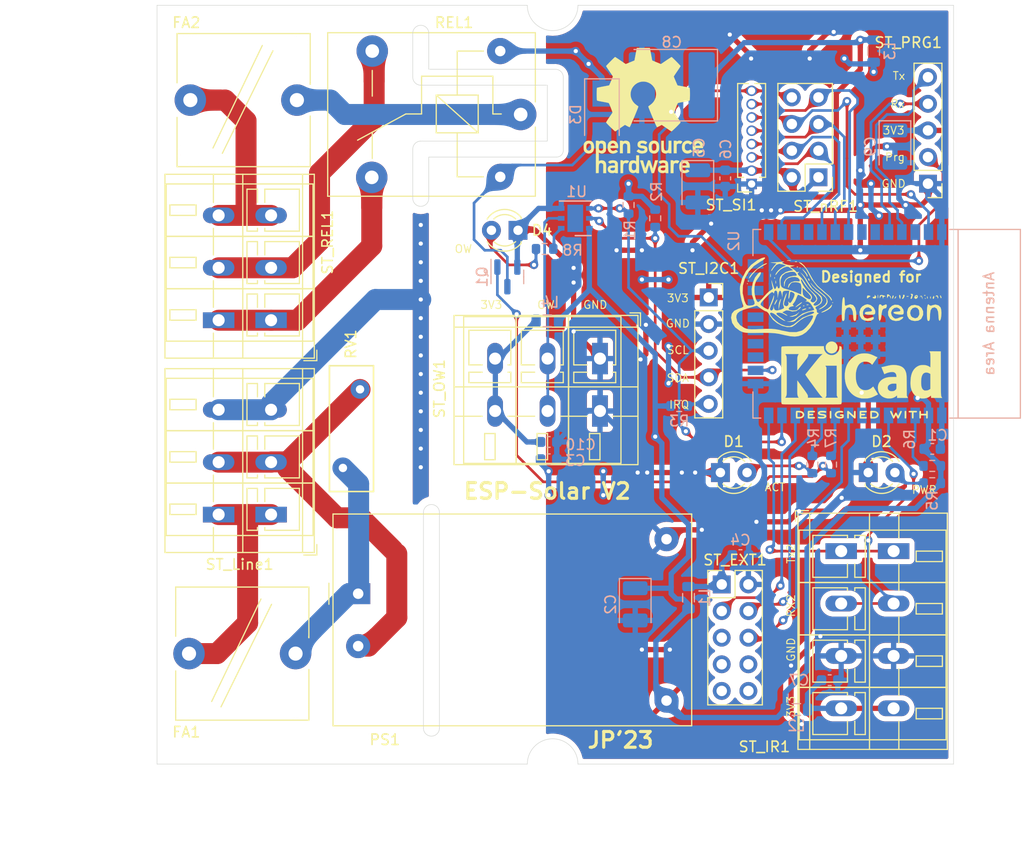
<source format=kicad_pcb>
(kicad_pcb (version 20211014) (generator pcbnew)
  (layers (0 "F.Cu" signal) (31 "B.Cu" signal) (34 "B.Paste" user) (35 "F.Paste" user) (36 "B.SilkS" user "B.Silkscreen") (37 "F.SilkS" user "F.Silkscreen") (38 "B.Mask" user) (39 "F.Mask" user) (44 "Edge.Cuts" user))
  (net 0 "")
  (net 1 "/IR_Rx")
  (net 2 "/IR_Tx")
  (net 3 "+3V3")
  (net 4 "/OW")
  (net 5 "/L")
  (net 6 "/N")
  (net 7 "/PE")
  (net 8 "/I2C_IRQ")
  (net 9 "/I2C_SCL")
  (net 10 "/I2C_SDA")
  (net 11 "Net-(D3-Pad2)")
  (net 12 "/SI_CE")
  (net 13 "/SI_CS")
  (net 14 "/SI_SCK")
  (net 15 "/SI_MOSI")
  (net 16 "/SI_MISO")
  (net 17 "/SI_IRQ")
  (net 18 "/PRG")
  (net 19 "/PRG_Rx")
  (net 20 "/PRG_Tx")
  (net 21 "GNDD")
  (net 22 "Net-(R6-Pad2)")
  (net 23 "/EXT_Tx")
  (net 24 "/EXT_Rx")
  (net 26 "/EXT_DIR")
  (net 31 "/SL")
  (net 32 "/SLO")
  (net 33 "Net-(Q1-Pad1)")
  (net 34 "/Relais")
  (net 35 "Net-(D2-Pad2)")
  (net 36 "/LED")
  (net 37 "Net-(D1-Pad2)")
  (net 53 "/SLC")
  (net 54 "/FSL")
  (net 55 "/IR_+3V3")
  (net 56 "/OW_+3V3")
  (net 57 "/Ext_+3V3")
  (net 58 "/Radio_+3V3")
  (net 59 "/FL")
  (net 60 "/GPIO")
  (net 61 "Net-(D4-Pad2)")
  (footprint "TerminalBlock_WAGO:TerminalBlock_WAGO_236-403_1x03_P5.00mm_45Degree" (layer "F.Cu") (at 74.746 69.183 180)
    (fp_text reference "ST_OW1")
    (fp_text value "Screw_Terminal_01x03")
  )
  (footprint "LED_THT:LED_D3.0mm_Clear" (layer "F.Cu") (at 86.228 75.057)
    (fp_text reference "D1")
    (fp_text value "LED")
  )
  (footprint "Fuse:Fuseholder_Cylinder-5x20mm_Bulgin_FX0456_Vertical_Closed" (layer "F.Cu") (at 35.56 92.329)
    (fp_text reference "FA1")
    (fp_text value "Fuse")
  )
  (footprint "Converter_ACDC:Converter_ACDC_HiLink_HLK-PMxx" (layer "F.Cu") (at 51.689 86.614)
    (fp_text reference "PS1")
    (fp_text value "HLK-PM03")
  )
  (footprint "Symbol:KiCad-Logo2_6mm_SilkScreen" (layer "F.Cu") (at 99.695 65.532)
    (fp_text reference "REF**" hide)
    (fp_text value "KiCad-Logo2_6mm_SilkScreen" hide)
  )
  (footprint "Symbol:OSHW-Logo_11.4x12mm_SilkScreen" (layer "F.Cu") (at 78.867 40.513)
    (fp_text reference "REF**" hide)
    (fp_text value "OSHW-Logo_11.4x12mm_SilkScreen" hide)
  )
  (footprint "Connector_PinHeader_2.54mm:PinHeader_2x04_P2.54mm_Vertical" (layer "F.Cu") (at 95.5775 46.885 180)
    (fp_text reference "ST_nRF1")
    (fp_text value "nRF24L01+")
  )
  (footprint "Symbol:hereon" (layer "F.Cu") (at 97.282 58.293)
    (fp_text reference "" hide)
    (fp_text value "LOGO" hide)
  )
  (footprint "LED_THT:LED_D3.0mm_Clear" (layer "F.Cu") (at 100.325 75.057)
    (fp_text reference "D2")
    (fp_text value "LED")
  )
  (footprint "Fuse:Fuseholder_Cylinder-5x20mm_Bulgin_FX0456_Vertical_Closed" (layer "F.Cu") (at 35.687 39.522)
    (fp_text reference "FA2")
    (fp_text value "Fuse")
  )
  (footprint "LED_THT:LED_D3.0mm_Clear" (layer "F.Cu") (at 66.934 51.943 180)
    (fp_text reference "D4")
    (fp_text value "LED")
  )
  (footprint "Connector_PinSocket_2.54mm:PinSocket_1x05_P2.54mm_Vertical" (layer "F.Cu") (at 85.115 58.35)
    (fp_text reference "ST_I2C1")
    (fp_text value "Conn_01x05")
  )
  (footprint "Connector_PinHeader_2.54mm:PinHeader_1x05_P2.54mm_Vertical" (layer "F.Cu") (at 106.02 47.495 180)
    (fp_text reference "ST_PRG1")
    (fp_text value "Conn_01x05")
  )
  (footprint "Relay_THT:Relay_SPDT_SANYOU_SRD_Series_Form_C" (layer "F.Cu") (at 67.183 40.894 180)
    (fp_text reference "REL1")
    (fp_text value "SRD-03")
  )
  (footprint "Connector_PinHeader_2.54mm:PinHeader_2x05_P2.54mm_Vertical" (layer "F.Cu") (at 86.355 85.73)
    (fp_text reference "ST_EXT1")
    (fp_text value "BH10S")
  )
  (footprint "TerminalBlock_WAGO:TerminalBlock_WAGO_236-403_1x03_P5.00mm_45Degree" (layer "F.Cu") (at 38.386 79.064 90)
    (fp_text reference "ST_Line1")
    (fp_text value "Screw_Terminal_01x03")
  )
  (footprint "TerminalBlock_WAGO:TerminalBlock_WAGO_236-403_1x03_P5.00mm_45Degree" (layer "F.Cu") (at 38.386 60.522 90)
    (fp_text reference "ST_REL1")
    (fp_text value "Screw_Terminal_01x03")
  )
  (footprint "Connector_PinSocket_1.27mm:PinSocket_1x08_P1.27mm_Vertical" (layer "F.Cu") (at 89.2025 47.525 180)
    (fp_text reference "ST_SI1")
    (fp_text value "Si24R1")
  )
  (footprint "TerminalBlock_WAGO:TerminalBlock_WAGO_236-404_1x04_P5.00mm_45Degree" (layer "F.Cu") (at 102.743 82.55 -90)
    (fp_text reference "ST_IR1")
    (fp_text value "Conn_01x04")
  )
  (footprint "Varistor:RV_Disc_D12mm_W4.2mm_P7.5mm" (layer "F.Cu") (at 50.234 74.616 90)
    (fp_text reference "RV1")
    (fp_text value "Varistor")
  )
  (footprint "Capacitor_SMD:C_0603_1608Metric" (layer "B.Cu") (at 69.85 72.136 180)
    (fp_text reference "C10")
    (fp_text value "22uF/6.3V/20%/X5R/C0603")
  )
  (footprint "Resistor_SMD:R_0603_1608Metric" (layer "B.Cu") (at 82.296 68.707)
    (fp_text reference "R3")
    (fp_text value "10k0")
  )
  (footprint "Resistor_SMD:R_0603_1608Metric" (layer "B.Cu") (at 94.996 74.295 -90)
    (fp_text reference "R4")
    (fp_text value "1k00")
  )
  (footprint "Capacitor_SMD:C_0603_1608Metric" (layer "B.Cu") (at 86.6875 46.99 -90)
    (fp_text reference "C6")
    (fp_text value "100n")
  )
  (footprint "Capacitor_Tantalum_SMD:CP_EIA-3528-12_Kemet-T" (layer "B.Cu") (at 78.105 87.63 -90)
    (fp_text reference "C2")
    (fp_text value "C_Polarized_Small")
  )
  (footprint "Capacitor_Tantalum_SMD:CP_EIA-3528-12_Kemet-T" (layer "B.Cu") (at 102.87 43.9555 -90)
    (fp_text reference "C9")
    (fp_text value "C_Polarized_Small")
  )
  (footprint "Capacitor_SMD:C_0603_1608Metric" (layer "B.Cu") (at 69.85 73.787)
    (fp_text reference "C3")
    (fp_text value "100n")
  )
  (footprint "Capacitor_SMD:C_0603_1608Metric" (layer "B.Cu") (at 96.647 94.869)
    (fp_text reference "C7")
    (fp_text value "22uF/6.3V/20%/X5R/C0603")
  )
  (footprint "Inductor_SMD:L_0805_2012Metric" (layer "B.Cu") (at 69.723 60.579 180)
    (fp_text reference "L4")
    (fp_text value "FB0805/600R/2A")
  )
  (footprint "Resistor_SMD:R_0603_1608Metric" (layer "B.Cu") (at 77.47 49.53 -90)
    (fp_text reference "R1")
    (fp_text value "10k0")
  )
  (footprint "Inductor_SMD:L_0805_2012Metric" (layer "B.Cu") (at 93.472 97.663)
    (fp_text reference "L2")
    (fp_text value "FB0805/600R/2A")
  )
  (footprint "Package_DFN_QFN:DFN-6-1EP_3x3mm_P0.95mm_EP1.7x2.6mm" (layer "B.Cu") (at 72.39 50.8)
    (fp_text reference "U1")
    (fp_text value "DS2485")
  )
  (footprint "Diode_SMD:D_SMA" (layer "B.Cu") (at 74.93 40.894 -90)
    (fp_text reference "D3")
    (fp_text value "US1J")
  )
  (footprint "Espressif:ESP32-WROOM-32E" (layer "B.Cu") (at 100.33 60.86 90)
    (fp_text reference "U2")
    (fp_text value "ESP-WROOM-32")
  )
  (footprint "Resistor_SMD:R_0603_1608Metric" (layer "B.Cu") (at 106.426 76.073 180)
    (fp_text reference "R5")
    (fp_text value "1k00")
  )
  (footprint "Resistor_SMD:R_0603_1608Metric" (layer "B.Cu") (at 80.01 50.8 -90)
    (fp_text reference "R2")
    (fp_text value "10k0")
  )
  (footprint "Inductor_SMD:L_0805_2012Metric" (layer "B.Cu") (at 100.838 34.8445 90)
    (fp_text reference "L3")
    (fp_text value "FB0805/600R/2A")
  )
  (footprint "Resistor_SMD:R_0603_1608Metric" (layer "B.Cu") (at 69.469 53.721 180)
    (fp_text reference "R8")
    (fp_text value "1k00")
  )
  (footprint "Package_TO_SOT_SMD:SOT-23" (layer "B.Cu") (at 65.913 56.388 -90)
    (fp_text reference "Q1")
    (fp_text value "Q_NPN_BEC")
  )
  (footprint "Capacitor_SMD:C_0603_1608Metric" (layer "B.Cu") (at 88.138 82.931 180)
    (fp_text reference "C4")
    (fp_text value "22uF/6.3V/20%/X5R/C0603")
  )
  (footprint "Inductor_SMD:L_0805_2012Metric" (layer "B.Cu") (at 83.185 86.995 90)
    (fp_text reference "L1")
    (fp_text value "FB0805/600R/2A")
  )
  (footprint "Capacitor_Tantalum_SMD:CP_EIA-7260-38_AVX-R" (layer "B.Cu") (at 81.59 38.1 180)
    (fp_text reference "C8")
    (fp_text value "C_Polarized")
  )
  (footprint "Resistor_SMD:R_0603_1608Metric" (layer "B.Cu") (at 106.426 74.422 180)
    (fp_text reference "R6")
    (fp_text value "1k/R0603")
  )
  (footprint "Resistor_SMD:R_0603_1608Metric" (layer "B.Cu") (at 96.774 74.295 90)
    (fp_text reference "R7")
    (fp_text value "560R")
  )
  (footprint "Capacitor_SMD:C_0603_1608Metric" (layer "B.Cu") (at 106.426 72.798)
    (fp_text reference "C1")
    (fp_text value "100n")
  )
  (footprint "Capacitor_Tantalum_SMD:CP_EIA-3528-12_Kemet-T" (layer "B.Cu") (at 84.074 47.752 -90)
    (fp_text reference "C5")
    (fp_text value "C_Polarized_Small")
  )
  (gr_line (start 70.485 36.576) (end 58.42 36.576) (layer "Edge.Cuts") (width 0.05))
  (gr_line (start 56.896 37.338) (end 56.896 33.147) (layer "Edge.Cuts") (width 0.05))
  (gr_line (start 67.818 30.48) (end 32.512 30.48) (layer "Edge.Cuts") (width 0.05))
  (gr_line (start 58.42 44.958) (end 70.612 44.958) (layer "Edge.Cuts") (width 0.05))
  (gr_arc (start 71.247 44.323) (mid 71.061013 44.772013) (end 70.612 44.958) (layer "Edge.Cuts") (width 0.05))
  (gr_arc (start 57.658 38.1) (mid 57.119185 37.876815) (end 56.896 37.338) (layer "Edge.Cuts") (width 0.05))
  (gr_line (start 108.458 102.87) (end 72.643998 102.87) (layer "Edge.Cuts") (width 0.05))
  (gr_arc (start 56.896 33.147) (mid 57.658 32.385) (end 58.42 33.147) (layer "Edge.Cuts") (width 0.05))
  (gr_line (start 57.912 99.441) (end 57.912 78.867) (layer "Edge.Cuts") (width 0.05))
  (gr_line (start 59.436 78.867) (end 59.436 99.441) (layer "Edge.Cuts") (width 0.05))
  (gr_line (start 56.896 44.196) (end 56.896 48.895) (layer "Edge.Cuts") (width 0.05))
  (gr_line (start 69.723 43.434) (end 57.658 43.434) (layer "Edge.Cuts") (width 0.05))
  (gr_line (start 108.458 30.48) (end 108.458 102.87) (layer "Edge.Cuts") (width 0.05))
  (gr_line (start 58.42 36.576) (end 58.42 33.147) (layer "Edge.Cuts") (width 0.05))
  (gr_arc (start 57.912 78.867) (mid 58.674 78.105) (end 59.436 78.867) (layer "Edge.Cuts") (width 0.05))
  (gr_arc (start 59.436 99.441) (mid 58.674 100.203) (end 57.912 99.441) (layer "Edge.Cuts") (width 0.05))
  (gr_line (start 72.644 30.48) (end 108.458 30.48) (layer "Edge.Cuts") (width 0.05))
  (gr_arc (start 58.42 48.895) (mid 57.658 49.657) (end 56.896 48.895) (layer "Edge.Cuts") (width 0.05))
  (gr_line (start 71.247 44.323) (end 71.247 37.338) (layer "Edge.Cuts") (width 0.05))
  (gr_line (start 57.658 38.1) (end 69.723 38.1) (layer "Edge.Cuts") (width 0.05))
  (gr_arc (start 56.896 44.196) (mid 57.119185 43.657185) (end 57.658 43.434) (layer "Edge.Cuts") (width 0.05))
  (gr_arc (start 67.818 102.87) (mid 70.230999 100.457001) (end 72.643998 102.87) (layer "Edge.Cuts") (width 0.05))
  (gr_line (start 32.512 102.87) (end 32.512 30.48) (layer "Edge.Cuts") (width 0.05))
  (gr_arc (start 70.485 36.576) (mid 71.023815 36.799185) (end 71.247 37.338) (layer "Edge.Cuts") (width 0.05))
  (gr_line (start 69.723 38.1) (end 69.723 43.434) (layer "Edge.Cuts") (width 0.05))
  (gr_line (start 32.512 102.87) (end 67.818 102.87) (layer "Edge.Cuts") (width 0.05))
  (gr_line (start 58.42 48.895) (end 58.42 44.958) (layer "Edge.Cuts") (width 0.05))
  (gr_arc (start 72.644 30.48) (mid 70.231 32.893) (end 67.818 30.48) (layer "Edge.Cuts") (width 0.05))
  (gr_text "3V3\n" (at 82.169 58.42) (layer "F.SilkS") (effects (font (size 0.75 0.75) (thickness 0.1))))
  (gr_text "3V3" (at 64.389 59.055) (layer "F.SilkS") (effects (font (size 0.75 0.75) (thickness 0.1))))
  (gr_text "IRQ\n" (at 82.296 68.58) (layer "F.SilkS") (effects (font (size 0.75 0.75) (thickness 0.1))))
  (gr_text "3V3\n" (at 92.964 97.409 90) (layer "F.SilkS") (effects (font (size 0.75 0.75) (thickness 0.1))))
  (gr_text "Tx2" (at 92.964 82.804 90) (layer "F.SilkS") (effects (font (size 0.75 0.75) (thickness 0.1))))
  (gr_text "PWR\n" (at 105.664 76.708) (layer "F.SilkS") (effects (font (size 0.75 0.75) (thickness 0.1))))
  (gr_text "GND\n" (at 82.169 60.833) (layer "F.SilkS") (effects (font (size 0.75 0.75) (thickness 0.1))))
  (gr_text "OW" (at 69.596 59.055) (layer "F.SilkS") (effects (font (size 0.75 0.75) (thickness 0.1))))
  (gr_text "JP'23" (at 76.708 100.584) (layer "F.SilkS") (effects (font (size 1.5 1.5) (thickness 0.3))))
  (gr_text "Prg\n" (at 102.87 44.958) (layer "F.SilkS") (effects (font (size 0.75 0.75) (thickness 0.1))))
  (gr_text "GND\n" (at 74.295 59.055) (layer "F.SilkS") (effects (font (size 0.75 0.75) (thickness 0.1))))
  (gr_text "Rx\n" (at 103.124 39.878) (layer "F.SilkS") (effects (font (size 0.75 0.75) (thickness 0.1))))
  (gr_text "ESP-Solar V2" (at 69.723 76.835) (layer "F.SilkS") (effects (font (size 1.5 1.5) (thickness 0.3))))
  (gr_text "GND\n" (at 92.964 91.948 90) (layer "F.SilkS") (effects (font (size 0.75 0.75) (thickness 0.1))))
  (gr_text "3V3\n" (at 102.743 42.418) (layer "F.SilkS") (effects (font (size 0.75 0.75) (thickness 0.1))))
  (gr_text "SDA" (at 82.169 66.04) (layer "F.SilkS") (effects (font (size 0.75 0.75) (thickness 0.1))))
  (gr_text "RX2\n" (at 92.964 87.757 90) (layer "F.SilkS") (effects (font (size 0.75 0.75) (thickness 0.1))))
  (gr_text "ACT\n" (at 91.44 76.454) (layer "F.SilkS") (effects (font (size 0.75 0.75) (thickness 0.1))))
  (gr_text "OW" (at 61.722 53.721) (layer "F.SilkS") (effects (font (size 0.75 0.75) (thickness 0.1))))
  (gr_text "Designed for\n" (at 100.584 56.388) (layer "F.SilkS") (effects (font (size 1 1) (thickness 0.2))))
  (gr_text "SCL\n" (at 82.169 63.373) (layer "F.SilkS") (effects (font (size 0.75 0.75) (thickness 0.1))))
  (gr_text "Tx" (at 103.251 37.211) (layer "F.SilkS") (effects (font (size 0.75 0.75) (thickness 0.1))))
  (gr_text "GND" (at 102.743 47.498) (layer "F.SilkS") (effects (font (size 0.75 0.75) (thickness 0.1))))
  (segment (start 100.33 81.026) (end 104.648 76.708) (width 0.254) (layer "F.Cu") (net 1))
  (segment (start 97.743 87.55) (end 102.743 87.55) (width 0.254) (layer "F.Cu") (net 1))
  (segment (start 104.648 76.708) (end 104.648 75.184) (width 0.254) (layer "F.Cu") (net 1))
  (segment (start 100.33 81.534) (end 100.33 81.026) (width 0.254) (layer "F.Cu") (net 1))
  (via (at 104.648 75.184) (size 0.8) (drill 0.4) (layers "F.Cu" "B.Cu") (net 1))
  (via (at 100.33 81.534) (size 0.8) (drill 0.4) (layers "F.Cu" "B.Cu") (net 1))
  (segment (start 100.33 81.534) (end 100.33 85.137) (width 0.254) (layer "B.Cu") (net 1))
  (segment (start 104.648 75.184) (end 104.648 74.88) (width 0.254) (layer "B.Cu") (net 1))
  (segment (start 102.26 69.61) (end 102.26 72.492) (width 0.254) (layer "B.Cu") (net 1))
  (segment (start 104.648 74.88) (end 102.26 72.492) (width 0.254) (layer "B.Cu") (net 1))
  (segment (start 100.33 85.137) (end 102.743 87.55) (width 0.254) (layer "B.Cu") (net 1))
  (segment (start 90.932 82.423) (end 91.059 82.55) (width 0.254) (layer "F.Cu") (net 2))
  (segment (start 102.743 82.55) (end 97.743 82.55) (width 0.254) (layer "F.Cu") (net 2))
  (segment (start 91.059 82.55) (end 97.743 82.55) (width 0.254) (layer "F.Cu") (net 2))
  (via (at 90.932 82.423) (size 0.8) (drill 0.4) (layers "F.Cu" "B.Cu") (net 2))
  (segment (start 91.313 74.168) (end 90.83 73.685) (width 0.254) (layer "B.Cu") (net 2))
  (segment (start 90.932 82.423) (end 91.313 82.042) (width 0.254) (layer "B.Cu") (net 2))
  (segment (start 91.313 82.042) (end 91.313 74.168) (width 0.254) (layer "B.Cu") (net 2))
  (segment (start 90.83 73.685) (end 90.83 69.61) (width 0.254) (layer "B.Cu") (net 2))
  (segment (start 102.387 42.443) (end 106.02 42.443) (width 0.5) (layer "F.Cu") (net 3))
  (segment (start 100.838 40.894) (end 102.387 42.443) (width 0.5) (layer "F.Cu") (net 3))
  (segment (start 100.838 36.83) (end 100.838 40.894) (width 0.5) (layer "F.Cu") (net 3))
  (segment (start 106.02 42.443) (end 106.02 42.415) (width 0.5) (layer "F.Cu") (net 3))
  (via (at 100.584 47.498) (size 0.8) (drill 0.4) (layers "F.Cu" "B.Cu") (net 3))
  (via (at 81.28 56.642) (size 0.8) (drill 0.4) (layers "F.Cu" "B.Cu") (net 3))
  (via (at 69.85 77.216) (size 0.8) (drill 0.4) (layers "F.Cu" "B.Cu") (net 3))
  (via (at 72.436 34.844) (size 0.8) (drill 0.4) (layers "F.Cu" "B.Cu") (net 3))
  (via (at 98.044 35.56) (size 0.8) (drill 0.4) (layers "F.Cu" "B.Cu") (net 3))
  (via (at 81.28 66.548) (size 0.8) (drill 0.4) (layers "F.Cu" "B.Cu") (net 3))
  (via (at 78.74 56.642) (size 0.8) (drill 0.4) (layers "F.Cu" "B.Cu") (net 3))
  (via (at 81.28 62.992) (size 0.8) (drill 0.4) (layers "F.Cu" "B.Cu") (net 3))
  (via (at 75.057 77.216) (size 0.8) (drill 0.4) (layers "F.Cu" "B.Cu") (net 3))
  (via (at 73.66 36.068) (size 0.8) (drill 0.4) (layers "F.Cu" "B.Cu") (net 3))
  (via (at 75.057 74.93) (size 0.8) (drill 0.4) (layers "F.Cu" "B.Cu") (net 3))
  (via (at 105.029 67.945) (size 0.8) (drill 0.4) (layers "F.Cu" "B.Cu") (net 3))
  (via (at 80.01 71.628) (size 0.8) (drill 0.4) (layers "F.Cu" "B.Cu") (net 3))
  (via (at 100.838 36.83) (size 0.8) (drill 0.4) (layers "F.Cu" "B.Cu") (net 3))
  (via (at 77.47 47.498) (size 0.8) (drill 0.4) (layers "F.Cu" "B.Cu") (net 3))
  (via (at 69.85 74.93) (size 0.8) (drill 0.4) (layers "F.Cu" "B.Cu") (net 3))
  (via (at 101.346 50.546) (size 0.8) (drill 0.4) (layers "F.Cu" "B.Cu") (net 3))
  (segment (start 73.66 36.068) (end 72.436 34.844) (width 0.5) (layer "B.Cu") (net 3))
  (segment (start 105.537 67.945) (end 105.029 67.945) (width 0.5) (layer "B.Cu") (net 3))
  (segment (start 100.677 36.068) (end 100.838 35.907) (width 0.5) (layer "B.Cu") (net 3))
  (segment (start 81.4205 86.0925) (end 78.105 86.0925) (width 0.5) (layer "B.Cu") (net 3))
  (segment (start 106.07 72.379) (end 105.651 72.798) (width 0.5) (layer "B.Cu") (net 3))
  (segment (start 80.073 95.798) (end 80.073 91.1695) (width 0.5) (layer "B.Cu") (net 3))
  (segment (start 70.7855 60.579) (end 73.73 57.6345) (width 0.5) (layer "B.Cu") (net 3))
  (segment (start 100.584 49.784) (end 101.346 50.546) (width 0.5) (layer "B.Cu") (net 3))
  (segment (start 83.185 87.63) (end 82.677 87.122) (width 0.5) (layer "B.Cu") (net 3))
  (segment (start 104.838 78.486) (end 98.298 78.486) (width 0.5) (layer "B.Cu") (net 3))
  (segment (start 73.73 57.474) (end 80.01 63.754) (width 0.5) (layer "B.Cu") (net 3))
  (segment (start 80.01 71.628) (end 80.01 68.707) (width 0.5) (layer "B.Cu") (net 3))
  (segment (start 82.7 98.425) (end 91.6475 98.425) (width 0.5) (layer "B.Cu") (net 3))
  (segment (start 81.089 96.814) (end 80.073 95.798) (width 0.5) (layer "B.Cu") (net 3))
  (segment (start 80.073 91.1695) (end 83.185 88.0575) (width 0.5) (layer "B.Cu") (net 3))
  (segment (start 82.7 98.425) (end 81.089 96.814) (width 0.5) (layer "B.Cu") (net 3))
  (segment (start 74.93 38.894) (end 74.93 37.338) (width 0.5) (layer "B.Cu") (net 3))
  (segment (start 94.488 82.296) (end 94.488 93.98) (width 0.5) (layer "B.Cu") (net 3))
  (segment (start 81.534 86.614) (end 81.534 85.979) (width 0.5) (layer "B.Cu") (net 3))
  (segment (start 105.651 72.822) (end 107.251 74.422) (width 0.5) (layer "B.Cu") (net 3))
  (segment (start 82.677 87.122) (end 82.042 87.122) (width 0.5) (layer "B.Cu") (net 3))
  (segment (start 81.471 68.707) (end 80.01 68.707) (width 0.5) (layer "B.Cu") (net 3))
  (segment (start 83.185 80.01) (end 80.645 77.47) (width 0.5) (layer "B.Cu") (net 3))
  (segment (start 106.017 42.418) (end 106.02 42.415) (width 0.5) (layer "B.Cu") (net 3))
  (segment (start 73.73 57.6345) (end 73.73 53.283) (width 0.5) (layer "B.Cu") (net 3))
  (segment (start 83.185 83.058) (end 81.534 84.709) (width 0.5) (layer "B.Cu") (net 3))
  (segment (start 98.044 35.56) (end 98.552 36.068) (width 0.5) (layer "B.Cu") (net 3))
  (segment (start 69.075 73.787) (end 69.075 74.155) (width 0.5) (layer "B.Cu") (net 3))
  (segment (start 80.645 72.263) (end 80.01 71.628) (width 0.5) (layer "B.Cu") (net 3))
  (segment (start 81.534 84.709) (end 81.534 85.979) (width 0.5) (layer "B.Cu") (net 3))
  (segment (start 69.075 74.155) (end 69.85 74.93) (width 0.5) (layer "B.Cu") (net 3))
  (segment (start 74.93 37.338) (end 73.66 36.068) (width 0.5) (layer "B.Cu") (net 3))
  (segment (start 72.436 34.844) (end 65.233 34.844) (width 0.5) (layer "B.Cu") (net 3))
  (segment (start 102.87 42.418) (end 106.017 42.418) (width 0.5) (layer "B.Cu") (net 3))
  (segment (start 81.28 66.548) (end 81.28 62.992) (width 0.5) (layer "B.Cu") (net 3))
  (segment (start 75.057 77.216) (end 75.057 74.93) (width 0.5) (layer "B.Cu") (net 3))
  (segment (start 98.298 78.486) (end 94.488 82.296) (width 0.5) (layer "B.Cu") (net 3))
  (segment (start 92.4095 97.663) (end 91.6475 98.425) (width 0.5) (layer "B.Cu") (net 3))
  (segment (start 100.584 47.498) (end 100.584 49.784) (width 0.5) (layer "B.Cu") (net 3))
  (segment (start 82.042 87.122) (end 81.534 86.614) (width 0.5) (layer "B.Cu") (net 3))
  (segment (start 105.651 72.798) (end 105.651 72.822) (width 0.5) (layer "B.Cu") (net 3))
  (segment (start 77.47 48.705) (end 78.74 48.705) (width 0.5) (layer "B.Cu") (net 3))
  (segment (start 69.85 74.93) (end 69.85 77.216) (width 0.5) (layer "B.Cu") (net 3))
  (segment (start 73.73 51.75) (end 73.73 53.27) (width 0.5) (layer "B.Cu") (net 3))
  (segment (start 83.185 88.0575) (end 83.185 87.63) (width 0.25) (layer "B.Cu") (net 3))
  (segment (start 98.552 36.068) (end 100.677 36.068) (width 0.5) (layer "B.Cu") (net 3))
  (segment (start 80.645 77.47) (end 80.645 72.263) (width 0.5) (layer "B.Cu") (net 3))
  (segment (start 106.07 69.61) (end 106.07 72.379) (width 0.5) (layer "B.Cu") (net 3))
  (segment (start 92.4095 96.0585) (end 92.4095 97.663) (width 0.5) (layer "B.Cu") (net 3))
  (segment (start 78.74 56.642) (end 81.28 56.642) (width 0.5) (layer "B.Cu") (net 3))
  (segment (start 107.251 74.422) (end 107.251 76.073) (width 0.5) (layer "B.Cu") (net 3))
  (segment (start 81.534 85.979) (end 81.4205 86.0925) (width 0.25) (layer "B.Cu") (net 3))
  (segment (start 107.251 76.073) (end 104.838 78.486) (width 0.5) (layer "B.Cu") (net 3))
  (segment (start 94.488 93.98) (end 92.4095 96.0585) (width 0.5) (layer "B.Cu") (net 3))
  (segment (start 80.01 63.754) (end 80.01 68.707) (width 0.5) (layer "B.Cu") (net 3))
  (segment (start 100.838 36.83) (end 100.838 35.907) (width 0.5) (layer "B.Cu") (net 3))
  (segment (start 77.47 48.705) (end 77.47 47.498) (width 0.5) (layer "B.Cu") (net 3))
  (segment (start 106.07 68.478) (end 105.537 67.945) (width 0.5) (layer "B.Cu") (net 3))
  (segment (start 106.07 69.61) (end 106.07 68.478) (width 0.5) (layer "B.Cu") (net 3))
  (segment (start 83.185 80.01) (end 83.185 83.058) (width 0.5) (layer "B.Cu") (net 3))
  (segment (start 73.73 53.27) (end 73.73 53.283) (width 0.5) (layer "B.Cu") (net 3))
  (segment (start 78.74 48.705) (end 80.01 49.975) (width 0.5) (layer "B.Cu") (net 3))
  (segment (start 71.05 50.8) (end 69.85 50.8) (width 0.254) (layer "B.Cu") (net 4))
  (segment (start 69.77 59.102) (end 69.77 64.135) (width 0.254) (layer "B.Cu") (net 4))
  (segment (start 69.469 59.055) (end 69.516 59.102) (width 0.254) (layer "B.Cu") (net 4))
  (segment (start 69.85 50.8) (end 69.469 51.181) (width 0.254) (layer "B.Cu") (net 4))
  (segment (start 69.469 51.181) (end 69.469 59.055) (width 0.254) (layer "B.Cu") (net 4))
  (segment (start 69.516 59.102) (end 69.77 59.102) (width 0.254) (layer "B.Cu") (net 4))
  (segment (start 69.77 69.135) (end 69.77 64.135) (width 0.254) (layer "B.Cu") (net 4))
  (segment (start 38.227 92.329) (end 41.148 89.408) (width 2) (layer "F.Cu") (net 5))
  (segment (start 41.148 89.408) (end 41.148 79.121) (width 2) (layer "F.Cu") (net 5))
  (segment (start 35.56 92.329) (end 38.227 92.329) (width 2) (layer "F.Cu") (net 5))
  (segment (start 38.386 79.064) (end 41.205 79.064) (width 2) (layer "F.Cu") (net 5))
  (segment (start 41.205 79.064) (end 43.386 79.064) (width 2) (layer "F.Cu") (net 5))
  (segment (start 41.148 79.121) (end 41.205 79.064) (width 0.25) (layer "F.Cu") (net 5))
  (segment (start 51.689 91.614) (end 52.658 91.614) (width 2) (layer "F.Cu") (net 6))
  (segment (start 51.86733 67.13167) (end 51.86733 67.116) (width 0.25) (layer "F.Cu") (net 6))
  (segment (start 44.958 74.041) (end 51.86733 67.13167) (width 2) (layer "F.Cu") (net 6))
  (segment (start 51.943 79.375) (end 49.657 79.375) (width 2) (layer "F.Cu") (net 6))
  (segment (start 49.657 79.375) (end 44.958 74.676) (width 2) (layer "F.Cu") (net 6))
  (segment (start 43.409 74.041) (end 44.958 74.041) (width 2) (layer "F.Cu") (net 6))
  (segment (start 43.386 74.064) (end 43.409 74.041) (width 0.25) (layer "F.Cu") (net 6))
  (segment (start 38.386 74.064) (end 43.386 74.064) (width 2) (layer "F.Cu") (net 6))
  (segment (start 44.958 74.676) (end 44.958 74.041) (width 0.25) (layer "F.Cu") (net 6))
  (segment (start 54.991 82.423) (end 55.372 82.804) (width 0.25) (layer "F.Cu") (net 6))
  (segment (start 54.991 82.423) (end 51.943 79.375) (width 2) (layer "F.Cu") (net 6))
  (segment (start 55.372 88.9) (end 52.658 91.614) (width 2) (layer "F.Cu") (net 6))
  (segment (start 55.372 82.804) (end 55.372 88.9) (width 2) (layer "F.Cu") (net 6))
  (via (at 57.658 60.325) (size 0.8) (drill 0.4) (layers "F.Cu" "B.Cu") (net 7))
  (via (at 57.658 67.437) (size 0.8) (drill 0.4) (layers "F.Cu" "B.Cu") (net 7))
  (via (at 57.658 69.215) (size 0.8) (drill 0.4) (layers "F.Cu" "B.Cu") (net 7))
  (via (at 57.658 62.103) (size 0.8) (drill 0.4) (layers "F.Cu" "B.Cu") (net 7))
  (via (at 57.658 56.769) (size 0.8) (drill 0.4) (layers "F.Cu" "B.Cu") (net 7))
  (via (at 57.658 51.435) (size 0.8) (drill 0.4) (layers "F.Cu" "B.Cu") (net 7))
  (via (at 57.658 70.993) (size 0.8) (drill 0.4) (layers "F.Cu" "B.Cu") (net 7))
  (via (at 57.658 74.549) (size 0.8) (drill 0.4) (layers "F.Cu" "B.Cu") (net 7))
  (via (at 57.658 54.991) (size 0.8) (drill 0.4) (layers "F.Cu" "B.Cu") (net 7))
  (via (at 57.658 53.213) (size 0.8) (drill 0.4) (layers "F.Cu" "B.Cu") (net 7))
  (via (at 57.658 58.547) (size 0.8) (drill 0.4) (layers "F.Cu" "B.Cu") (net 7))
  (via (at 57.658 63.881) (size 0.8) (drill 0.4) (layers "F.Cu" "B.Cu") (net 7))
  (via (at 57.658 65.659) (size 0.8) (drill 0.4) (layers "F.Cu" "B.Cu") (net 7))
  (via (at 57.658 72.771) (size 0.8) (drill 0.4) (layers "F.Cu" "B.Cu") (net 7))
  (segment (start 57.658 58.547) (end 53.34 58.547) (width 2) (layer "B.Cu") (net 7))
  (segment (start 53.34 58.547) (end 43.386 68.501) (width 2) (layer "B.Cu") (net 7))
  (segment (start 57.531 58.674) (end 57.658 58.547) (width 1) (layer "B.Cu") (net 7))
  (segment (start 43.386 69.064) (end 43.386 68.501) (width 2) (layer "B.Cu") (net 7))
  (segment (start 57.531 70.739) (end 57.531 58.674) (width 1) (layer "B.Cu") (net 7))
  (segment (start 43.386 69.064) (end 38.386 69.064) (width 2) (layer "B.Cu") (net 7))
  (segment (start 83.318 68.51) (end 83.121 68.707) (width 0.25) (layer "B.Cu") (net 8))
  (segment (start 85.115 68.51) (end 83.318 68.51) (width 0.25) (layer "B.Cu") (net 8))
  (segment (start 92.075 72.136) (end 83.947 72.136) (width 0.254) (layer "F.Cu") (net 9))
  (segment (start 83.947 72.136) (end 82.931 71.12) (width 0.254) (layer "F.Cu") (net 9))
  (segment (start 74.61 49.85) (end 76.642 49.85) (width 0.254) (layer "F.Cu") (net 9))
  (via (at 76.642 49.85) (size 0.8) (drill 0.4) (layers "F.Cu" "B.Cu") (net 9))
  (via (at 82.931 71.12) (size 0.8) (drill 0.4) (layers "F.Cu" "B.Cu") (net 9))
  (via (at 92.075 72.136) (size 0.8) (drill 0.4) (layers "F.Cu" "B.Cu") (net 9))
  (via (at 74.61 49.85) (size 0.8) (drill 0.4) (layers "F.Cu" "B.Cu") (net 9))
  (segment (start 73.73 49.85) (end 74.61 49.85) (width 0.254) (layer "B.Cu") (net 9))
  (segment (start 76.642 49.85) (end 76.965 49.85) (width 0.254) (layer "B.Cu") (net 9))
  (segment (start 83.496 63.43) (end 82.296 64.63) (width 0.254) (layer "B.Cu") (net 9))
  (segment (start 82.296 70.485) (end 82.296 64.63) (width 0.254) (layer "B.Cu") (net 9))
  (segment (start 77.47 57.404) (end 83.496 63.43) (width 0.254) (layer "B.Cu") (net 9))
  (segment (start 76.965 49.85) (end 77.47 50.355) (width 0.254) (layer "B.Cu") (net 9))
  (segment (start 85.115 63.43) (end 83.496 63.43) (width 0.254) (layer "B.Cu") (net 9))
  (segment (start 82.931 71.12) (end 82.296 70.485) (width 0.254) (layer "B.Cu") (net 9))
  (segment (start 77.47 57.404) (end 77.47 50.355) (width 0.254) (layer "B.Cu") (net 9))
  (segment (start 92.075 69.635) (end 92.075 72.136) (width 0.254) (layer "B.Cu") (net 9))
  (segment (start 92.1 69.61) (end 92.075 69.635) (width 0.254) (layer "B.Cu") (net 9))
  (segment (start 82.48 65.97) (end 80.01 63.5) (width 0.254) (layer "F.Cu") (net 10))
  (segment (start 74.676 51.054) (end 76.327 52.705) (width 0.254) (layer "F.Cu") (net 10))
  (segment (start 85.115 65.97) (end 82.48 65.97) (width 0.254) (layer "F.Cu") (net 10))
  (segment (start 76.327 52.705) (end 80.01 52.705) (width 0.254) (layer "F.Cu") (net 10))
  (segment (start 80.01 63.5) (end 80.01 52.705) (width 0.254) (layer "F.Cu") (net 10))
  (segment (start 91.186 65.278) (end 85.807 65.278) (width 0.254) (layer "F.Cu") (net 10))
  (segment (start 85.807 65.278) (end 85.115 65.97) (width 0.254) (layer "F.Cu") (net 10))
  (via (at 80.01 52.705) (size 0.8) (drill 0.4) (layers "F.Cu" "B.Cu") (net 10))
  (via (at 74.676 51.054) (size 0.8) (drill 0.4) (layers "F.Cu" "B.Cu") (net 10))
  (via (at 91.186 65.278) (size 0.8) (drill 0.4) (layers "F.Cu" "B.Cu") (net 10))
  (segment (start 74.422 50.8) (end 73.73 50.8) (width 0.254) (layer "B.Cu") (net 10))
  (segment (start 74.676 51.054) (end 74.422 50.8) (width 0.254) (layer "B.Cu") (net 10))
  (segment (start 89.58 65.31) (end 91.154 65.31) (width 0.254) (layer "B.Cu") (net 10))
  (segment (start 80.01 51.625) (end 80.01 52.705) (width 0.254) (layer "B.Cu") (net 10))
  (segment (start 91.154 65.31) (end 91.186 65.278) (width 0.254) (layer "B.Cu") (net 10))
  (segment (start 62.738 52.832) (end 62.738 49.339) (width 0.254) (layer "B.Cu") (net 11))
  (segment (start 72.104 45.72) (end 66.357 45.72) (width 0.254) (layer "B.Cu") (net 11))
  (segment (start 65.913 54.483) (end 65.913 57.3255) (width 0.254) (layer "B.Cu") (net 11))
  (segment (start 63.754 53.848) (end 62.738 52.832) (width 0.254) (layer "B.Cu") (net 11))
  (segment (start 74.93 42.894) (end 72.104 45.72) (width 0.254) (layer "B.Cu") (net 11))
  (segment (start 65.278 53.848) (end 63.754 53.848) (width 0.254) (layer "B.Cu") (net 11))
  (segment (start 65.913 54.483) (end 65.278 53.848) (width 0.254) (layer "B.Cu") (net 11))
  (segment (start 62.738 49.339) (end 65.233 46.844) (width 0.254) (layer "B.Cu") (net 11))
  (segment (start 66.357 45.72) (end 65.233 46.844) (width 0.254) (layer "B.Cu") (net 11))
  (segment (start 93.599 45.593) (end 91.694 45.593) (width 0.254) (layer "F.Cu") (net 12))
  (segment (start 89.2025 44.985) (end 91.086 44.985) (width 0.254) (layer "F.Cu") (net 12))
  (segment (start 91.694 45.593) (end 91.086 44.985) (width 0.254) (layer "F.Cu") (net 12))
  (segment (start 95.5775 44.345) (end 94.847 44.345) (width 0.25) (layer "F.Cu") (net 12))
  (segment (start 94.847 44.345) (end 93.599 45.593) (width 0.25) (layer "F.Cu") (net 12))
  (segment (start 92.075 51.054) (end 92.3925 50.7365) (width 0.254) (layer "B.Cu") (net 12))
  (segment (start 95.25 49.657) (end 94.107 50.8) (width 0.25) (layer "B.Cu") (net 12))
  (segment (start 94.1705 50.7365) (end 97.028 47.879) (width 0.25) (layer "B.Cu") (net 12))
  (segment (start 92.075 52.085) (end 92.075 51.054) (width 0.254) (layer "B.Cu") (net 12))
  (segment (start 95.25 49.657) (end 97.028 47.879) (width 0.254) (layer "B.Cu") (net 12))
  (segment (start 97.028 45.7955) (end 95.5775 44.345) (width 0.254) (layer "B.Cu") (net 12))
  (segment (start 94.107 50.8) (end 92.456 50.8) (width 0.25) (layer "B.Cu") (net 12))
  (segment (start 92.1 52.11) (end 92.075 52.085) (width 0.254) (layer "B.Cu") (net 12))
  (segment (start 97.028 47.879) (end 97.028 45.7955) (width 0.254) (layer "B.Cu") (net 12))
  (segment (start 92.3925 50.7365) (end 94.1705 50.7365) (width 0.25) (layer "B.Cu") (net 12))
  (segment (start 92.456 50.8) (end 92.3925 50.7365) (width 0.25) (layer "B.Cu") (net 12))
  (segment (start 90.959 43.715) (end 91.589 44.345) (width 0.254) (layer "F.Cu") (net 13))
  (segment (start 89.2025 43.715) (end 90.959 43.715) (width 0.254) (layer "F.Cu") (net 13))
  (segment (start 91.589 44.345) (end 93.0375 44.345) (width 0.254) (layer "F.Cu") (net 13))
  (segment (start 95.91 52.11) (end 95.91 50.14) (width 0.254) (layer "B.Cu") (net 13))
  (segment (start 95.91 50.14) (end 97.536 48.514) (width 0.254) (layer "B.Cu") (net 13))
  (segment (start 97.028 43.053) (end 94.996 43.053) (width 0.254) (layer "B.Cu") (net 13))
  (segment (start 93.704 44.345) (end 93.0375 44.345) (width 0.254) (layer "B.Cu") (net 13))
  (segment (start 94.996 43.053) (end 93.704 44.345) (width 0.254) (layer "B.Cu") (net 13))
  (segment (start 97.536 48.514) (end 97.536 43.561) (width 0.254) (layer "B.Cu") (net 13))
  (segment (start 97.536 43.561) (end 97.028 43.053) (width 0.254) (layer "B.Cu") (net 13))
  (segment (start 94.3295 43.053) (end 95.5775 41.805) (width 0.254) (layer "F.Cu") (net 14))
  (segment (start 89.2025 42.445) (end 91.34 42.445) (width 0.254) (layer "F.Cu") (net 14))
  (segment (start 91.34 42.445) (end 91.948 43.053) (width 0.254) (layer "F.Cu") (net 14))
  (segment (start 91.948 43.053) (end 94.3295 43.053) (width 0.254) (layer "F.Cu") (net 14))
  (segment (start 98.044 49.276) (end 98.044 43.053) (width 0.254) (layer "B.Cu") (net 14))
  (segment (start 98.044 43.053) (end 96.796 41.805) (width 0.254) (layer "B.Cu") (net 14))
  (segment (start 97.18 52.11) (end 97.18 50.14) (width 0.254) (layer "B.Cu") (net 14))
  (segment (start 97.18 50.14) (end 98.044 49.276) (width 0.254) (layer "B.Cu") (net 14))
  (segment (start 96.796 41.805) (end 95.5775 41.805) (width 0.254) (layer "B.Cu") (net 14))
  (segment (start 98.298 47.752) (end 99.06 48.514) (width 0.25) (layer "F.Cu") (net 15))
  (segment (start 92.4075 41.175) (end 93.0375 41.805) (width 0.254) (layer "F.Cu") (net 15))
  (segment (start 99.06 48.514) (end 104.394 48.514) (width 0.254) (layer "F.Cu") (net 15))
  (segment (start 98.298 39.624) (end 98.298 45.085) (width 0.254) (layer "F.Cu") (net 15))
  (segment (start 98.298 45.085) (end 98.298 47.752) (width 0.25) (layer "F.Cu") (net 15))
  (segment (start 89.2025 41.175) (end 92.4075 41.175) (width 0.254) (layer "F.Cu") (net 15))
  (via (at 104.394 48.514) (size 0.8) (drill 0.4) (layers "F.Cu" "B.Cu") (net 15))
  (via (at 98.298 39.624) (size 0.8) (drill 0.4) (layers "F.Cu" "B.Cu") (net 15))
  (segment (start 104.394 48.514) (end 106.07 50.19) (width 0.254) (layer "B.Cu") (net 15))
  (segment (start 106.07 50.19) (end 106.07 52.11) (width 0.254) (layer "B.Cu") (net 15))
  (segment (start 94.996 40.513) (end 93.704 41.805) (width 0.254) (layer "B.Cu") (net 15))
  (segment (start 97.409 40.513) (end 94.996 40.513) (width 0.254) (layer "B.Cu") (net 15))
  (segment (start 98.298 39.624) (end 97.409 40.513) (width 0.254) (layer "B.Cu") (net 15))
  (segment (start 93.704 41.805) (end 93.0375 41.805) (width 0.254) (layer "B.Cu") (net 15))
  (segment (start 89.2025 39.905) (end 91.594 39.905) (width 0.254) (layer "F.Cu") (net 16))
  (segment (start 94.3295 40.513) (end 95.5775 39.265) (width 0.254) (layer "F.Cu") (net 16))
  (segment (start 91.594 39.905) (end 92.202 40.513) (width 0.254) (layer "F.Cu") (net 16))
  (segment (start 92.202 40.513) (end 94.3295 40.513) (width 0.254) (layer "F.Cu") (net 16))
  (segment (start 95.609 39.265) (end 96.266 38.608) (width 0.254) (layer "B.Cu") (net 16))
  (segment (start 98.552 38.608) (end 99.314 39.37) (width 0.254) (layer "B.Cu") (net 16))
  (segment (start 99.314 39.37) (end 99.314 39.878) (width 0.254) (layer "B.Cu") (net 16))
  (segment (start 99.314 39.878) (end 98.552 40.64) (width 0.254) (layer "B.Cu") (net 16))
  (segment (start 98.552 50.038) (end 98.45 50.14) (width 0.254) (layer "B.Cu") (net 16))
  (segment (start 98.45 50.14) (end 98.45 52.11) (width 0.254) (layer "B.Cu") (net 16))
  (segment (start 96.266 38.608) (end 98.552 38.608) (width 0.254) (layer "B.Cu") (net 16))
  (segment (start 98.552 40.64) (end 98.552 50.038) (width 0.254) (layer "B.Cu") (net 16))
  (segment (start 95.5775 39.265) (end 95.609 39.265) (width 0.254) (layer "B.Cu") (net 16))
  (segment (start 89.2025 38.635) (end 91.52851 38.635) (width 0.254) (layer "F.Cu") (net 17))
  (segment (start 92.15851 39.265) (end 93.0375 39.265) (width 0.254) (layer "F.Cu") (net 17))
  (segment (start 83.539 38.635) (end 89.2025 38.635) (width 0.254) (layer "F.Cu") (net 17))
  (segment (start 91.52851 38.635) (end 92.15851 39.265) (width 0.254) (layer "F.Cu") (net 17))
  (segment (start 81.534 40.64) (end 83.539 38.635) (width 0.254) (layer "F.Cu") (net 17))
  (via (at 81.534 40.64) (size 0.8) (drill 0.4) (layers "F.Cu" "B.Cu") (net 17))
  (segment (start 81.534 40.64) (end 81.534 41.656) (width 0.254) (layer "B.Cu") (net 17))
  (segment (start 80.391 48.514) (end 80.391 42.799) (width 0.254) (layer "B.Cu") (net 17))
  (segment (start 81.3435 51.6255) (end 82.2325 52.5145) (width 0.254) (layer "B.Cu") (net 17))
  (segment (start 82.2325 52.5145) (end 84.3915 52.5145) (width 0.254) (layer "B.Cu") (net 17))
  (segment (start 88.297 56.42) (end 84.3915 52.5145) (width 0.254) (layer "B.Cu") (net 17))
  (segment (start 81.3435 49.4665) (end 81.3435 51.6255) (width 0.254) (layer "B.Cu") (net 17))
  (segment (start 89.58 56.42) (end 88.297 56.42) (width 0.254) (layer "B.Cu") (net 17))
  (segment (start 81.3435 49.4665) (end 80.391 48.514) (width 0.254) (layer "B.Cu") (net 17))
  (segment (start 81.534 41.656) (end 80.391 42.799) (width 0.254) (layer "B.Cu") (net 17))
  (segment (start 107.442 46.377) (end 106.02 44.955) (width 0.254) (layer "F.Cu") (net 18))
  (segment (start 105.156 54.864) (end 105.156 51.435) (width 0.254) (layer "F.Cu") (net 18))
  (segment (start 105.156 51.435) (end 107.442 49.149) (width 0.254) (layer "F.Cu") (net 18))
  (segment (start 107.442 49.149) (end 107.442 46.377) (width 0.254) (layer "F.Cu") (net 18))
  (via (at 105.156 54.864) (size 0.8) (drill 0.4) (layers "F.Cu" "B.Cu") (net 18))
  (segment (start 90.83 52.73) (end 90.83 52.11) (width 0.254) (layer "B.Cu") (net 18))
  (segment (start 92.964 54.864) (end 90.83 52.73) (width 0.254) (layer "B.Cu") (net 18))
  (segment (start 105.156 54.864) (end 92.964 54.864) (width 0.254) (layer "B.Cu") (net 18))
  (segment (start 103.381 39.875) (end 106.02 39.875) (width 0.254) (layer "F.Cu") (net 19))
  (segment (start 103.378 39.878) (end 103.381 39.875) (width 0.254) (layer "F.Cu") (net 19))
  (via (at 103.378 39.878) (size 0.8) (drill 0.4) (layers "F.Cu" "B.Cu") (net 19))
  (segment (start 101.6 47.244) (end 100.584 46.228) (width 0.254) (layer "B.Cu") (net 19))
  (segment (start 102.362 39.878) (end 103.378 39.878) (width 0.254) (layer "B.Cu") (net 19))
  (segment (start 102.26 52.11) (end 102.362 52.008) (width 0.254) (layer "B.Cu") (net 19))
  (segment (start 101.6 49.53) (end 101.6 47.244) (width 0.254) (layer "B.Cu") (net 19))
  (segment (start 100.584 41.656) (end 102.362 39.878) (width 0.254) (layer "B.Cu") (net 19))
  (segment (start 102.362 50.292) (end 101.6 49.53) (width 0.254) (layer "B.Cu") (net 19))
  (segment (start 100.584 46.228) (end 100.584 41.656) (width 0.254) (layer "B.Cu") (net 19))
  (segment (start 102.362 52.008) (end 102.362 50.292) (width 0.254) (layer "B.Cu") (net 19))
  (segment (start 102.108 40.894) (end 104.14 40.894) (width 0.254) (layer "B.Cu") (net 20))
  (segment (start 103.53 52.11) (end 103.53 51.206) (width 0.254) (layer "B.Cu") (net 20))
  (segment (start 102.362 47.244) (end 101.092 45.974) (width 0.254) (layer "B.Cu") (net 20))
  (segment (start 103.124 50.038) (end 102.362 49.276) (width 0.254) (layer "B.Cu") (net 20))
  (segment (start 105.921 37.335) (end 106.02 37.335) (width 0.254) (layer "B.Cu") (net 20))
  (segment (start 104.14 40.894) (end 104.648 40.386) (width 0.254) (layer "B.Cu") (net 20))
  (segment (start 103.53 51.206) (end 103.124 50.8) (width 0.254) (layer "B.Cu") (net 20))
  (segment (start 103.124 50.8) (end 103.124 50.038) (width 0.254) (layer "B.Cu") (net 20))
  (segment (start 101.092 45.974) (end 101.092 41.91) (width 0.254) (layer "B.Cu") (net 20))
  (segment (start 102.362 49.276) (end 102.362 47.244) (width 0.254) (layer "B.Cu") (net 20))
  (segment (start 101.092 41.91) (end 102.108 40.894) (width 0.254) (layer "B.Cu") (net 20))
  (segment (start 104.648 40.386) (end 104.648 38.608) (width 0.254) (layer "B.Cu") (net 20))
  (segment (start 104.648 38.608) (end 105.921 37.335) (width 0.254) (layer "B.Cu") (net 20))
  (segment (start 95.758 90.678) (end 92.964 93.472) (width 0.5) (layer "F.Cu") (net 21))
  (segment (start 93.726 78.74) (end 92.71 79.756) (width 0.5) (layer "F.Cu") (net 21))
  (segment (start 72.23 56.929) (end 72.23 61.595) (width 0.5) (layer "F.Cu") (net 21))
  (segment (start 84.455 80.518) (end 81.1785 80.518) (width 0.5) (layer "F.Cu") (net 21))
  (segment (start 78.3375 75.057) (end 79.248 75.057) (width 0.5) (layer "F.Cu") (net 21))
  (segment (start 92.964 93.472) (end 92.964 98.044) (width 0.5) (layer "F.Cu") (net 21))
  (segment (start 99.568 49.53) (end 99.568 53.848) (width 0.5) (layer "F.Cu") (net 21))
  (segment (start 83.82 75.057) (end 82.55 75.057) (width 0.5) (layer "F.Cu") (net 21))
  (segment (start 106.02 47.495) (end 106.02 48.92) (width 0.5) (layer "F.Cu") (net 21))
  (segment (start 83.566 53.848) (end 83.566 53.086) (width 0.5) (layer "F.Cu") (net 21))
  (segment (start 76.327 53.848) (end 78.74 53.848) (width 0.5) (layer "F.Cu") (net 21))
  (segment (start 94.742 34.798) (end 94.742 35.56) (width 0.5) (layer "F.Cu") (net 21))
  (segment (start 78.74 91.948) (end 81.407 91.948) (width 0.5) (layer "F.Cu") (net 21))
  (segment (start 102.108 43.942) (end 101.092 43.942) (width 0.5) (layer "F.Cu") (net 21))
  (segment (start 90.17 50.038) (end 91.059 50.038) (width 0.5) (layer "F.Cu") (net 21))
  (segment (start 101.092 43.942) (end 99.568 45.466) (width 0.5) (layer "F.Cu") (net 21))
  (segment (start 89.154 35.56) (end 89.154 35.306) (width 0.5) (layer "F.Cu") (net 21))
  (segment (start 92.964 98.044) (end 93.98 99.06) (width 0.5) (layer "F.Cu") (net 21))
  (segment (start 99.06 50.038) (end 92.075 50.038) (width 0.5) (layer "F.Cu") (net 21))
  (segment (start 100.325 75.057) (end 100.325 68.067) (width 0.5) (layer "F.Cu") (net 21))
  (segment (start 81.1785 80.518) (end 81.1315 80.565) (width 0.25) (layer "F.Cu") (net 21))
  (segment (start 79.121 63.754) (end 79.121 60.96) (width 0.5) (layer "F.Cu") (net 21))
  (segment (start 96.52 33.02) (end 94.742 34.798) (width 0.5) (layer "F.Cu") (net 21))
  (segment (start 68.58 51.943) (end 72.169 55.532) (width 0.5) (layer "F.Cu") (net 21))
  (segment (start 103.886 49.53) (end 99.568 49.53) (width 0.5) (layer "F.Cu") (net 21))
  (segment (start 106.02 48.92) (end 105.41 49.53) (width 0.5) (layer "F.Cu") (net 21))
  (segment (start 97.79 77.47) (end 96.52 78.74) (width 0.5) (layer "F.Cu") (net 21))
  (segment (start 96.52 78.74) (end 93.726 78.74) (width 0.5) (layer "F.Cu") (net 21))
  (segment (start 99.568 49.53) (end 99.06 50.038) (width 0.5) (layer "F.Cu") (net 21))
  (segment (start 72.23 55.532) (end 72.23 56.929) (width 0.5) (layer "F.Cu") (net 21))
  (segment (start 97.028 33.02) (end 96.52 33.02) (width 0.5) (layer "F.Cu") (net 21))
  (segment (start 92.71 79.756) (end 89.662 79.756) (width 0.5) (layer "F.Cu") (net 21))
  (segment (start 72.169 55.532) (end 72.23 55.532) (width 0.5) (layer "F.Cu") (net 21))
  (segment (start 82.55 75.057) (end 79.248 75.057) (width 0.5) (layer "F.Cu") (net 21))
  (segment (start 92.075 50.038) (end 91.059 50.038) (width 0.25) (layer "F.Cu") (net 21))
  (segment (start 100.325 68.067) (end 99.695 67.437) (width 0.5) (layer "F.Cu") (net 21))
  (segment (start 89.154 35.306) (end 87.122 33.274) (width 0.5) (layer "F.Cu") (net 21))
  (segment (start 83.566 53.086) (end 85.344 51.308) (width 0.5) (layer "F.Cu") (net 21))
  (segment (start 74.77 64.135) (end 72.23 61.595) (width 0.5) (layer "F.Cu") (net 21))
  (segment (start 99.568 45.466) (end 99.568 46.228) (width 0.5) (layer "F.Cu") (net 21))
  (segment (start 105.41 49.53) (end 103.886 49.53) (width 0.5) (layer "F.Cu") (net 21))
  (segment (start 86.228 75.057) (end 83.82 75.057) (width 0.5) (layer "F.Cu") (net 21))
  (segment (start 66.934 51.943) (end 68.58 51.943) (width 0.5) (layer "F.Cu") (net 21))
  (segment (start 78.613 64.262) (end 79.121 63.754) (width 0.5) (layer "F.Cu") (net 21))
  (via (at 72.23 61.595) (size 0.8) (drill 0.4) (layers "F.Cu" "B.Cu") (net 21))
  (via (at 99.695 67.437) (size 0.8) (drill 0.4) (layers "F.Cu" "B.Cu") (net 21))
  (via (at 83.82 75.057) (size 0.8) (drill 0.4) (layers "F.Cu" "B.Cu") (net 21))
  (via (at 91.948 50.038) (size 0.8) (drill 0.4) (layers "F.Cu" "B.Cu") (net 21))
  (via (at 87.122 33.274) (size 0.8) (drill 0.4) (layers "F.Cu" "B.Cu") (net 21))
  (via (at 79.121 60.96) (size 0.8) (drill 0.4) (layers "F.Cu" "B.Cu") (net 21))
  (via (at 85.344 51.308) (size 0.8) (drill 0.4) (layers "F.Cu" "B.Cu") (net 21))
  (via (at 78.74 91.948) (size 0.8) (drill 0.4) (layers "F.Cu" "B.Cu") (net 21))
  (via (at 89.662 79.756) (size 0.8) (drill 0.4) (layers "F.Cu" "B.Cu") (net 21))
  (via (at 93.726 78.74) (size 0.8) (drill 0.4) (layers "F.Cu" "B.Cu") (net 21))
  (via (at 99.568 49.53) (size 0.8) (drill 0.4) (layers "F.Cu" "B.Cu") (net 21))
  (via (at 78.613 64.262) (size 0.8) (drill 0.4) (layers "F.Cu" "B.Cu") (net 21))
  (via (at 72.23 56.929) (size 0.8) (drill 0.4) (layers "F.Cu" "B.Cu") (net 21))
  (via (at 94.742 35.56) (size 0.8) (drill 0.4) (layers "F.Cu" "B.Cu") (net 21))
  (via (at 92.964 93.472) (size 0.8) (drill 0.4) (layers "F.Cu" "B.Cu") (net 21))
  (via (at 91.059 50.038) (size 0.8) (drill 0.4) (layers "F.Cu" "B.Cu") (net 21))
  (via (at 97.028 33.02) (size 0.8) (drill 0.4) (layers "F.Cu" "B.Cu") (net 21))
  (via (at 78.74 53.848) (size 0.8) (drill 0.4) (layers "F.Cu" "B.Cu") (net 21))
  (via (at 95.758 90.678) (size 0.8) (drill 0.4) (layers "F.Cu" "B.Cu") (net 21))
  (via (at 76.327 53.848) (size 0.8) (drill 0.4) (layers "F.Cu" "B.Cu") (net 21))
  (via (at 78.3375 75.057) (size 0.8) (drill 0.4) (layers "F.Cu" "B.Cu") (net 21))
  (via (at 99.568 53.848) (size 0.8) (drill 0.4) (layers "F.Cu" "B.Cu") (net 21))
  (via (at 103.886 49.53) (size 0.8) (drill 0.4) (layers "F.Cu" "B.Cu") (net 21))
  (via (at 83.566 53.848) (size 0.8) (drill 0.4) (layers "F.Cu" "B.Cu") (net 21))
  (via (at 89.154 35.56) (size 0.8) (drill 0.4) (layers "F.Cu" "B.Cu") (net 21))
  (via (at 72.23 55.532) (size 0.8) (drill 0.4) (layers "F.Cu" "B.Cu") (net 21))
  (via (at 99.568 46.228) (size 0.8) (drill 0.4) (layers "F.Cu" "B.Cu") (net 21))
  (via (at 82.55 75.057) (size 0.8) (drill 0.4) (layers "F.Cu" "B.Cu") (net 21))
  (via (at 81.407 91.948) (size 0.8) (drill 0.4) (layers "F.Cu" "B.Cu") (net 21))
  (via (at 84.455 80.518) (size 0.8) (drill 0.4) (layers "F.Cu" "B.Cu") (net 21))
  (via (at 93.98 99.06) (size 0.8) (drill 0.4) (layers "F.Cu" "B.Cu") (net 21))
  (via (at 79.248 75.057) (size 0.8) (drill 0.4) (layers "F.Cu" "B.Cu") (net 21))
  (via (at 102.108 43.942) (size 0.8) (drill 0.4) (layers "F.Cu" "B.Cu") (net 21))
  (via (at 97.79 77.47) (size 0.8) (drill 0.4) (layers "F.Cu" "B.Cu") (net 21))
  (via (at 90.17 50.038) (size 0.8) (drill 0.4) (layers "F.Cu" "B.Cu") (net 21))
  (segment (start 89.2025 47.525) (end 89.2025 47.5465) (width 0.5) (layer "B.Cu") (net 21))
  (segment (start 73.626 69.135) (end 74.77 69.135) (width 0.5) (layer "B.Cu") (net 21))
  (segment (start 81.089 81.414) (end 78.3375 78.6625) (width 0.5) (layer "B.Cu") (net 21))
  (segment (start 71.755 48.006) (end 71.05 48.711) (width 0.5) (layer "B.Cu") (net 21))
  (segment (start 78.3375 77.771) (end 78.3375 75.057) (width 0.5) (layer "B.Cu") (net 21))
  (segment (start 99.62 63.76) (end 99.62 60.96) (width 0.5) (layer "B.Cu") (net 21))
  (segment (start 107.34 69.61) (end 107.34 72.659) (width 0.5) (layer "B.Cu") (net 21))
  (segment (start 97.743 92.55) (end 97.743 94.548) (width 0.5) (layer "B.Cu") (net 21))
  (segment (start 98.22 60.96) (end 101.02 60.96) (width 0.5) (layer "B.Cu") (net 21))
  (segment (start 101.52 92.536) (end 103.933 92.536) (width 0.5) (layer "B.Cu") (net 21))
  (segment (start 91.059 49.911) (end 91.059 50.038) (width 0.25) (layer "B.Cu") (net 21))
  (segment (start 95.5775 46.885) (end 93.8215 48.641) (width 0.5) (layer "B.Cu") (net 21))
  (segment (start 76.327 53.848) (end 75.692 53.213) (width 0.5) (layer "B.Cu") (net 21))
  (segment (start 107.34 52.11) (end 107.34 48.815) (width 0.5) (layer "B.Cu") (net 21))
  (segment (start 71.05 49.85) (end 68.9 49.85) (width 0.5) (layer "B.Cu") (net 21))
  (segment (start 78.3375 72.7025) (end 74.77 69.135) (width 0.5) (layer "B.Cu") (net 21))
  (segment (start 75.692 48.006) (end 71.755 48.006) (width 0.5) (layer "B.Cu") (net 21))
  (segment (start 78.3375 75.057) (end 78.3375 72.7025) (width 0.5) (layer "B.Cu") (net 21))
  (segment (start 70.625 73.787) (end 70.625 72.136) (width 0.5) (layer "B.Cu") (net 21))
  (segment (start 101.02 60.96) (end 101.02 63.76) (width 0.5) (layer "B.Cu") (net 21))
  (segment (start 66.99 52.4025) (end 66.99 51.76) (width 0.5) (layer "B.Cu") (net 21))
  (segment (start 98.22 63.76) (end 98.22 60.96) (width 0.5) (layer "B.Cu") (net 21))
  (segment (start 107.34 72.659) (end 107.201 72.798) (width 0.5) (layer "B.Cu") (net 21))
  (segment (start 92.329 48.641) (end 91.059 49.911) (width 0.5) (layer "B.Cu") (net 21))
  (segment (start 93.8215 48.641) (end 92.329 48.641) (width 0.5) (layer "B.Cu") (net 21))
  (segment (start 75.692 53.213) (end 75.692 48.006) (width 0.5) (layer "B.Cu") (net 21))
  (segment (start 78.3375 78.6625) (end 78.3375 77.771) (width 0.5) (layer "B.Cu") (net 21))
  (segment (start 71.05 48.711) (end 71.05 49.85) (width 0.5) (layer "B.Cu") (net 21))
  (segment (start 70.625 72.136) (end 73.626 69.135) (width 0.5) (layer "B.Cu") (net 21))
  (segment (start 101.02 63.76) (end 98.22 63.76) (width 0.5) (layer "B.Cu") (net 21))
  (segment (start 97.743 94.548) (end 97.422 94.869) (width 0.5) (layer "B.Cu") (net 21))
  (segment (start 101.473 92.583) (end 101.52 92.536) (width 0.5) (layer "B.Cu") (net 21))
  (segment (start 66.863 52.5295) (end 66.99 52.4025) (width 0.5) (layer "B.Cu") (net 21))
  (segment (start 98.22 62.36) (end 101.02 62.36) (width 0.5) (layer "B.Cu") (net 21))
  (segment (start 66.863 55.4505) (end 66.863 52.5295) (width 0.5) (layer "B.Cu") (net 21))
  (segment (start 107.34 48.815) (end 106.02 47.495) (width 0.5) (layer "B.Cu") (net 21))
  (segment (start 66.99 51.76) (end 68.9 49.85) (width 0.5) (layer "B.Cu") (net 21))
  (segment (start 74.77 69.135) (end 74.77 64.135) (width 0.5) (layer "B.Cu") (net 21))
  (segment (start 105.601 74.422) (end 105.601 74.486) (width 0.25) (layer "B.Cu") (net 22))
  (segment (start 104.8 72.075) (end 104.8 69.61) (width 0.25) (layer "B.Cu") (net 22))
  (segment (start 104.585 72.29) (end 104.8 72.075) (width 0.25) (layer "B.Cu") (net 22))
  (segment (start 104.585 73.56) (end 104.585 72.29) (width 0.25) (layer "B.Cu") (net 22))
  (segment (start 105.601 74.486) (end 105.511 74.486) (width 0.25) (layer "B.Cu") (net 22))
  (segment (start 105.511 74.486) (end 104.585 73.56) (width 0.25) (layer "B.Cu") (net 22))
  (segment (start 90.805 86.995) (end 87.63 86.995) (width 0.254) (layer "F.Cu") (net 23))
  (segment (start 87.63 86.995) (end 86.355 88.27) (width 0.254) (layer "F.Cu") (net 23))
  (segment (start 91.948 85.852) (end 90.805 86.995) (width 0.254) (layer "F.Cu") (net 23))
  (via (at 91.948 85.852) (size 0.8) (drill 0.4) (layers "F.Cu" "B.Cu") (net 23))
  (segment (start 93.37 71.984) (end 93.37 69.61) (width 0.254) (layer "B.Cu") (net 23))
  (segment (start 92.075 85.725) (end 92.075 73.279) (width 0.254) (layer "B.Cu") (net 23))
  (segment (start 91.948 85.852) (end 92.075 85.725) (width 0.254) (layer "B.Cu") (net 23))
  (segment (start 92.075 73.279) (end 93.37 71.984) (width 0.254) (layer "B.Cu") (net 23))
  (segment (start 92.202 87.376) (end 91.948 87.63) (width 0.254) (layer "F.Cu") (net 24))
  (segment (start 89.535 87.63) (end 88.895 88.27) (width 0.254) (layer "F.Cu") (net 24))
  (segment (start 91.948 87.63) (end 89.535 87.63) (width 0.254) (layer "F.Cu") (net 24))
  (via (at 92.202 87.376) (size 0.8) (drill 0.4) (layers "F.Cu" "B.Cu") (net 24))
  (segment (start 92.837 86.741) (end 92.837 73.533) (width 0.254) (layer "B.Cu") (net 24))
  (segment (start 92.202 87.376) (end 92.837 86.741) (width 0.254) (layer "B.Cu") (net 24))
  (segment (start 94.64 71.73) (end 94.64 69.61) (width 0.254) (layer "B.Cu") (net 24))
  (segment (start 92.837 73.533) (end 94.64 71.73) (width 0.254) (layer "B.Cu") (net 24))
  (segment (start 92.202 89.154) (end 90.546 90.81) (width 0.254) (layer "F.Cu") (net 26))
  (segment (start 90.546 90.81) (end 88.895 90.81) (width 0.254) (layer "F.Cu") (net 26))
  (via (at 92.202 89.154) (size 0.8) (drill 0.4) (layers "F.Cu" "B.Cu") (net 26))
  (segment (start 97.79 75.946) (end 93.472 80.264) (width 0.254) (layer "B.Cu") (net 26))
  (segment (start 97.79 72.644) (end 97.79 75.946) (width 0.254) (layer "B.Cu") (net 26))
  (segment (start 93.472 87.884) (end 92.202 89.154) (width 0.254) (layer "B.Cu") (net 26))
  (segment (start 98.45 69.61) (end 98.45 71.984) (width 0.254) (layer "B.Cu") (net 26))
  (segment (start 98.45 71.984) (end 97.79 72.644) (width 0.254) (layer "B.Cu") (net 26))
  (segment (start 93.472 80.264) (end 93.472 87.884) (width 0.254) (layer "B.Cu") (net 26))
  (segment (start 40.997 50.522) (end 38.386 50.522) (width 2) (layer "F.Cu") (net 31))
  (segment (start 43.386 50.522) (end 40.997 50.522) (width 2) (layer "F.Cu") (net 31))
  (segment (start 35.687 39.522) (end 39.014 39.522) (width 2) (layer "F.Cu") (net 31))
  (segment (start 39.014 39.522) (end 40.997 41.505) (width 2) (layer "F.Cu") (net 31))
  (segment (start 40.997 41.505) (end 40.997 50.522) (width 2) (layer "F.Cu") (net 31))
  (segment (start 48.006 46.482) (end 48.006 52.959) (width 2) (layer "F.Cu") (net 32))
  (segment (start 53.213 35.024) (end 53.213 41.275) (width 2) (layer "F.Cu") (net 32))
  (segment (start 43.386 55.522) (end 45.443 55.522) (width 2) (layer "F.Cu") (net 32))
  (segment (start 53.033 34.844) (end 53.213 35.024) (width 2) (layer "F.Cu") (net 32))
  (segment (start 38.386 55.522) (end 43.386 55.522) (width 2) (layer "F.Cu") (net 32))
  (segment (start 53.213 41.275) (end 48.006 46.482) (width 2) (layer "F.Cu") (net 32))
  (segment (start 45.443 55.522) (end 48.006 52.959) (width 2) (layer "F.Cu") (net 32))
  (segment (start 69.342 75.946) (end 66.802 73.406) (width 0.254) (layer "F.Cu") (net 33))
  (segment (start 84.836 76.962) (end 83.82 75.946) (width 0.254) (layer "F.Cu") (net 33))
  (segment (start 66.802 73.406) (end 66.802 59.944) (width 0.254) (layer "F.Cu") (net 33))
  (segment (start 94.996 75.438) (end 90.932 75.438) (width 0.254) (layer "F.Cu") (net 33))
  (segment (start 83.82 75.946) (end 69.342 75.946) (width 0.254) (layer "F.Cu") (net 33))
  (segment (start 90.932 75.438) (end 89.408 76.962) (width 0.254) (layer "F.Cu") (net 33))
  (segment (start 89.408 76.962) (end 84.836 76.962) (width 0.254) (layer "F.Cu") (net 33))
  (segment (start 96.012 74.422) (end 94.996 75.438) (width 0.254) (layer "F.Cu") (net 33))
  (via (at 66.802 59.944) (size 0.8) (drill 0.4) (layers "F.Cu" "B.Cu") (net 33))
  (via (at 96.012 74.422) (size 0.8) (drill 0.4) (layers "F.Cu" "B.Cu") (net 33))
  (segment (start 64.963 58.105) (end 64.963 55.4505) (width 0.254) (layer "B.Cu") (net 33))
  (segment (start 66.802 59.944) (end 64.963 58.105) (width 0.254) (layer "B.Cu") (net 33))
  (segment (start 96.012 74.422) (end 96.71 75.12) (width 0.254) (layer "B.Cu") (net 33))
  (segment (start 96.71 75.12) (end 96.774 75.12) (width 0.254) (layer "B.Cu") (net 33))
  (segment (start 97.155 73.089) (end 96.774 73.47) (width 0.254) (layer "B.Cu") (net 34))
  (segment (start 97.18 69.61) (end 97.155 69.635) (width 0.254) (layer "B.Cu") (net 34))
  (segment (start 97.155 69.635) (end 97.155 73.089) (width 0.254) (layer "B.Cu") (net 34))
  (segment (start 103.881 76.073) (end 102.865 75.057) (width 0.25) (layer "B.Cu") (net 35))
  (segment (start 105.601 76.073) (end 103.881 76.073) (width 0.25) (layer "B.Cu") (net 35))
  (segment (start 94.996 72.644) (end 95.885 71.755) (width 0.254) (layer "B.Cu") (net 36))
  (segment (start 95.885 69.635) (end 95.91 69.61) (width 0.254) (layer "B.Cu") (net 36))
  (segment (start 95.885 71.755) (end 95.885 69.635) (width 0.254) (layer "B.Cu") (net 36))
  (segment (start 94.996 73.47) (end 94.996 72.644) (width 0.254) (layer "B.Cu") (net 36))
  (segment (start 89.403 74.422) (end 88.768 75.057) (width 0.254) (layer "F.Cu") (net 37))
  (segment (start 93.726 74.422) (end 89.403 74.422) (width 0.254) (layer "F.Cu") (net 37))
  (via (at 93.726 74.422) (size 0.8) (drill 0.4) (layers "F.Cu" "B.Cu") (net 37))
  (segment (start 94.869 75.057) (end 94.234 74.422) (width 0.254) (layer "B.Cu") (net 37))
  (segment (start 94.234 74.422) (end 93.726 74.422) (width 0.254) (layer "B.Cu") (net 37))
  (segment (start 45.904 60.522) (end 52.983 53.443) (width 2) (layer "F.Cu") (net 53))
  (segment (start 43.386 60.522) (end 45.904 60.522) (width 2) (layer "F.Cu") (net 53))
  (segment (start 52.983 53.443) (end 52.983 46.894) (width 2) (layer "F.Cu") (net 53))
  (segment (start 38.386 60.522) (end 43.386 60.522) (width 2) (layer "F.Cu") (net 53))
  (segment (start 45.847 39.522) (end 49.047 39.522) (width 2) (layer "B.Cu") (net 54))
  (segment (start 49.047 39.522) (end 50.419 40.894) (width 2) (layer "B.Cu") (net 54))
  (segment (start 50.419 40.894) (end 67.183 40.894) (width 2) (layer "B.Cu") (net 54))
  (segment (start 97.743 97.55) (end 102.743 97.55) (width 0.5) (layer "F.Cu") (net 55))
  (segment (start 94.6475 97.55) (end 94.5345 97.663) (width 0.5) (layer "B.Cu") (net 55))
  (segment (start 94.5345 96.2065) (end 95.872 94.869) (width 0.5) (layer "B.Cu") (net 55))
  (segment (start 97.743 97.55) (end 94.6475 97.55) (width 0.5) (layer "B.Cu") (net 55))
  (segment (start 94.5345 97.663) (end 94.5345 96.2065) (width 0.5) (layer "B.Cu") (net 55))
  (segment (start 64.897 64.262) (end 64.9775 64.262) (width 0.5) (layer "B.Cu") (net 56))
  (segment (start 64.77 64.135) (end 64.897 64.262) (width 0.5) (layer "B.Cu") (net 56))
  (segment (start 67.771 72.136) (end 69.075 72.136) (width 0.5) (layer "B.Cu") (net 56))
  (segment (start 64.9775 64.262) (end 68.6605 60.579) (width 0.5) (layer "B.Cu") (net 56))
  (segment (start 64.77 64.135) (end 64.77 69.135) (width 0.5) (layer "B.Cu") (net 56))
  (segment (start 64.77 69.135) (end 67.771 72.136) (width 0.5) (layer "B.Cu") (net 56))
  (segment (start 83.185 85.9325) (end 86.1525 85.9325) (width 0.5) (layer "B.Cu") (net 57))
  (segment (start 87.363 82.931) (end 87.363 82.817) (width 0.5) (layer "B.Cu") (net 57))
  (segment (start 86.355 83.825) (end 86.355 85.73) (width 0.5) (layer "B.Cu") (net 57))
  (segment (start 86.1525 85.9325) (end 86.355 85.73) (width 0.5) (layer "B.Cu") (net 57))
  (segment (start 87.363 82.817) (end 86.355 83.825) (width 0.5) (layer "B.Cu") (net 57))
  (segment (start 93.0375 46.885) (end 92.4075 46.255) (width 0.5) (layer "F.Cu") (net 58))
  (segment (start 99.568 36.576) (end 97.282 38.862) (width 0.5) (layer "F.Cu") (net 58))
  (segment (start 93.0375 47.9525) (end 93.0375 46.885) (width 0.5) (layer "F.Cu") (net 58))
  (segment (start 99.568 33.782) (end 99.568 36.576) (width 0.5) (layer "F.Cu") (net 58))
  (segment (start 97.282 48.133) (end 96.647 48.768) (width 0.5) (layer "F.Cu") (net 58))
  (segment (start 96.647 48.768) (end 93.853 48.768) (width 0.5) (layer "F.Cu") (net 58))
  (segment (start 92.4075 46.255) (end 89.2025 46.255) (width 0.5) (layer "F.Cu") (net 58))
  (segment (start 97.282 38.862) (end 97.282 48.133) (width 0.5) (layer "F.Cu") (net 58))
  (segment (start 93.853 48.768) (end 93.0375 47.9525) (width 0.5) (layer "F.Cu") (net 58))
  (via (at 99.568 33.782) (size 0.8) (drill 0.4) (layers "F.Cu" "B.Cu") (net 58))
  (segment (start 99.314 34.036) (end 88.504 34.036) (width 0.5) (layer "B.Cu") (net 58))
  (segment (start 88.504 34.036) (end 84.44 38.1) (width 0.5) (layer "B.Cu") (net 58))
  (segment (start 99.568 33.782) (end 100.838 33.782) (width 0.5) (layer "B.Cu") (net 58))
  (segment (start 86.6875 46.215) (end 89.1625 46.215) (width 0.5) (layer "B.Cu") (net 58))
  (segment (start 99.568 33.782) (end 99.314 34.036) (width 0.5) (layer "B.Cu") (net 58))
  (segment (start 89.1625 46.215) (end 89.2025 46.255) (width 0.25) (layer "B.Cu") (net 58))
  (segment (start 86.512 46.2145) (end 86.6875 46.39) (width 0.5) (layer "B.Cu") (net 58))
  (segment (start 84.074 46.2145) (end 86.512 46.2145) (width 0.5) (layer "B.Cu") (net 58))
  (segment (start 51.7315 85.765) (end 51.7315 76.1135) (width 2) (layer "B.Cu") (net 59))
  (segment (start 45.72 91.694) (end 45.72 92.329) (width 2) (layer "B.Cu") (net 59))
  (segment (start 50.8 86.614) (end 45.72 91.694) (width 2) (layer "B.Cu") (net 59))
  (segment (start 51.7315 76.1135) (end 50.234 74.616) (width 2) (layer "B.Cu") (net 59))
  (segment (start 51.689 86.614) (end 51.435 86.868) (width 0.25) (layer "B.Cu") (net 59))
  (segment (start 51.689 86.614) (end 50.8 86.614) (width 2) (layer "B.Cu") (net 59))
  (segment (start 70.359 52.441) (end 71.05 51.75) (width 0.25) (layer "B.Cu") (net 60))
  (segment (start 70.359 53.594) (end 70.359 52.441) (width 0.25) (layer "B.Cu") (net 60))
  (segment (start 64.394 51.943) (end 64.389 51.948) (width 0.254) (layer "F.Cu") (net 61))
  (segment (start 66.04 55.245) (end 68.453 55.245) (width 0.254) (layer "F.Cu") (net 61))
  (segment (start 64.389 53.594) (end 66.04 55.245) (width 0.254) (layer "F.Cu") (net 61))
  (segment (start 64.389 51.948) (end 64.389 53.594) (width 0.254) (layer "F.Cu") (net 61))
  (via (at 68.453 55.245) (size 0.8) (drill 0.4) (layers "F.Cu" "B.Cu") (net 61))
  (segment (start 68.644 55.054) (end 68.644 53.721) (width 0.254) (layer "B.Cu") (net 61))
  (segment (start 68.453 55.245) (end 68.644 55.054) (width 0.254) (layer "B.Cu") (net 61))
  (zone (net 21) (net_name "GNDD") (layer "F.Cu") (priority 16962) (connect_pads yes (clearance 0)) (min_thickness 0.0254) (fill yes (thermal_gap 0.508) (thermal_bridge_width 0.508))
    (polygon (pts (xy 100.43039 67.818837) (xy 100.36868 67.756588) (xy 100.315523 67.701362) (xy 100.269874 67.651435) (xy 100.230688 67.605087) (xy 100.196922 67.560596) (xy 100.167531 67.516239) (xy 100.141472 67.470296) (xy 100.117701 67.421044) (xy 100.095174 67.366763) (xy 100.072846 67.30573) (xy 99.553579 67.295579) (xy 99.56373 67.814846) (xy 99.624763 67.837174) (xy 99.679044 67.859701) (xy 99.728296 67.883472) (xy 99.774239 67.909531) (xy 99.818596 67.938922) (xy 99.863087 67.972688) (xy 99.909435 68.011874) (xy 99.959362 68.057523) (xy 100.014588 68.11068) (xy 100.076837 68.17239)))
  )
  (zone (net 21) (net_name "GNDD") (layer "F.Cu") (priority 16962) (connect_pads yes (clearance 0)) (min_thickness 0.0254) (fill yes (thermal_gap 0.508) (thermal_bridge_width 0.508))
    (polygon (pts (xy 72.96539 61.976837) (xy 72.90368 61.914588) (xy 72.850523 61.859362) (xy 72.804874 61.809435) (xy 72.765688 61.763087) (xy 72.731922 61.718596) (xy 72.702531 61.674239) (xy 72.676472 61.628296) (xy 72.652701 61.579044) (xy 72.630174 61.524763) (xy 72.607846 61.46373) (xy 72.088579 61.453579) (xy 72.09873 61.972846) (xy 72.159763 61.995174) (xy 72.214044 62.017701) (xy 72.263296 62.041472) (xy 72.309239 62.067531) (xy 72.353596 62.096922) (xy 72.398087 62.130688) (xy 72.444435 62.169874) (xy 72.494362 62.215523) (xy 72.549588 62.26868) (xy 72.611837 62.33039)))
  )
  (zone (net 21) (net_name "GNDD") (layer "F.Cu") (priority 16962) (connect_pads yes (clearance 0)) (min_thickness 0.0254) (fill yes (thermal_gap 0.508) (thermal_bridge_width 0.508))
    (polygon (pts (xy 99.318 53.058) (xy 99.317618 53.145651) (xy 99.316155 53.22229) (xy 99.313131 53.289873) (xy 99.308066 53.350354) (xy 99.300482 53.405691) (xy 99.2899 53.457838) (xy 99.275839 53.508751) (xy 99.257822 53.560386) (xy 99.235368 53.614699) (xy 99.208 53.673645) (xy 99.568 54.048) (xy 99.928 53.673645) (xy 99.900631 53.614699) (xy 99.878177 53.560386) (xy 99.86016 53.508751) (xy 99.846099 53.457838) (xy 99.835517 53.405691) (xy 99.827933 53.350354) (xy 99.822868 53.289873) (xy 99.819844 53.22229) (xy 99.818381 53.145651) (xy 99.818 53.058)))
  )
  (zone (net 21) (net_name "GNDD") (layer "F.Cu") (priority 16962) (connect_pads yes (clearance 0)) (min_thickness 0.0254) (fill yes (thermal_gap 0.508) (thermal_bridge_width 0.508))
    (polygon (pts (xy 104.676 49.28) (xy 104.588348 49.279618) (xy 104.511709 49.278155) (xy 104.444126 49.275131) (xy 104.383645 49.270066) (xy 104.328308 49.262482) (xy 104.276161 49.2519) (xy 104.225248 49.237839) (xy 104.173613 49.219822) (xy 104.1193 49.197368) (xy 104.060355 49.17) (xy 103.686 49.53) (xy 104.060355 49.89) (xy 104.1193 49.862631) (xy 104.173613 49.840177) (xy 104.225248 49.82216) (xy 104.276161 49.808099) (xy 104.328308 49.797517) (xy 104.383645 49.789933) (xy 104.444126 49.784868) (xy 104.511709 49.781844) (xy 104.588348 49.780381) (xy 104.676 49.78)))
  )
  (zone (net 24) (net_name "/EXT_Rx") (layer "F.Cu") (priority 16962) (connect_pads yes (clearance 0)) (min_thickness 0.0254) (fill yes (thermal_gap 0.508) (thermal_bridge_width 0.508))
    (polygon (pts (xy 91.488 87.757) (xy 91.586544 87.757532) (xy 91.670131 87.758976) (xy 91.742109 87.761103) (xy 91.805824 87.763688) (xy 91.864622 87.7665) (xy 91.92185 87.769312) (xy 91.980856 87.771896) (xy 92.044984 87.774024) (xy 92.117583 87.775468) (xy 92.202 87.776) (xy 92.357495 87.250218) (xy 91.840034 87.205764) (xy 91.816063 87.25732) (xy 91.793405 87.304997) (xy 91.770632 87.348429) (xy 91.746315 87.387252) (xy 91.719026 87.421101) (xy 91.687335 87.449613) (xy 91.649816 87.472423) (xy 91.605039 87.489167) (xy 91.551577 87.499481) (xy 91.488 87.503)))
  )
  (zone (net 23) (net_name "/EXT_Tx") (layer "F.Cu") (priority 16962) (connect_pads yes (clearance 0)) (min_thickness 0.0254) (fill yes (thermal_gap 0.508) (thermal_bridge_width 0.508))
    (polygon (pts (xy 87.460207 86.985188) (xy 87.312025 87.118869) (xy 87.175914 87.213913) (xy 87.048161 87.277684) (xy 86.925054 87.317548) (xy 86.802879 87.340867) (xy 86.677925 87.355008) (xy 86.546477 87.367335) (xy 86.404824 87.385212) (xy 86.249253 87.416004) (xy 86.076051 87.467076) (xy 86.05448 88.57052) (xy 87.157924 88.548949) (xy 87.208995 88.375746) (xy 87.239787 88.220175) (xy 87.257664 88.078522) (xy 87.269991 87.947074) (xy 87.284132 87.82212) (xy 87.307451 87.699945) (xy 87.347315 87.576838) (xy 87.411086 87.449085) (xy 87.50613 87.312974) (xy 87.639812 87.164793)))
  )
  (zone (net 58) (net_name "/Radio_+3V3") (layer "F.Cu") (priority 16962) (connect_pads yes (clearance 0)) (min_thickness 0.0254) (fill yes (thermal_gap 0.508) (thermal_bridge_width 0.508))
    (polygon (pts (xy 99.818 34.572) (xy 99.818381 34.484348) (xy 99.819844 34.407709) (xy 99.822868 34.340126) (xy 99.827933 34.279645) (xy 99.835517 34.224308) (xy 99.846099 34.172161) (xy 99.86016 34.121248) (xy 99.878177 34.069613) (xy 99.900631 34.0153) (xy 99.928 33.956355) (xy 99.568 33.582) (xy 99.208 33.956355) (xy 99.235368 34.0153) (xy 99.257822 34.069613) (xy 99.275839 34.121248) (xy 99.2899 34.172161) (xy 99.300482 34.224308) (xy 99.308066 34.279645) (xy 99.313131 34.340126) (xy 99.316155 34.407709) (xy 99.317618 34.484348) (xy 99.318 34.572)))
  )
  (zone (net 58) (net_name "/Radio_+3V3") (layer "F.Cu") (priority 16962) (connect_pads yes (clearance 0)) (min_thickness 0.0254) (fill yes (thermal_gap 0.508) (thermal_bridge_width 0.508))
    (polygon (pts (xy 90.1925 46.005) (xy 90.081733 46.003154) (xy 89.986641 45.997549) (xy 89.904142 45.988081) (xy 89.831156 45.974647) (xy 89.764601 45.957145) (xy 89.701395 45.935471) (xy 89.638458 45.909523) (xy 89.572707 45.879197) (xy 89.501063 45.84439) (xy 89.420444 45.805) (xy 88.9525 46.255) (xy 89.420444 46.705) (xy 89.501063 46.665609) (xy 89.572707 46.630802) (xy 89.638458 46.600476) (xy 89.701395 46.574528) (xy 89.764601 46.552854) (xy 89.831156 46.535352) (xy 89.904142 46.521918) (xy 89.986641 46.51245) (xy 90.081733 46.506845) (xy 90.1925 46.505)))
  )
  (zone (net 19) (net_name "/PRG_Rx") (layer "F.Cu") (priority 16962) (connect_pads yes (clearance 0)) (min_thickness 0.0254) (fill yes (thermal_gap 0.508) (thermal_bridge_width 0.508))
    (polygon (pts (xy 104.33 40.002) (xy 104.529307 40.012253) (xy 104.692758 40.041291) (xy 104.828186 40.086533) (xy 104.943424 40.145395) (xy 105.046304 40.215296) (xy 105.14466 40.293653) (xy 105.246324 40.377885) (xy 105.359129 40.465407) (xy 105.490908 40.55364) (xy 105.649494 40.64) (xy 106.445 39.875) (xy 105.649494 39.11) (xy 105.490908 39.196359) (xy 105.359129 39.284592) (xy 105.246324 39.372114) (xy 105.14466 39.456346) (xy 105.046304 39.534703) (xy 104.943424 39.604604) (xy 104.828186 39.663466) (xy 104.692758 39.708708) (xy 104.529307 39.737746) (xy 104.33 39.748)))
  )
  (zone (net 10) (net_name "/I2C_SDA") (layer "F.Cu") (priority 16962) (connect_pads yes (clearance 0)) (min_thickness 0.0254) (fill yes (thermal_gap 0.508) (thermal_bridge_width 0.508))
    (polygon (pts (xy 80.137 53.495) (xy 80.140218 53.404609) (xy 80.149477 53.328857) (xy 80.164186 53.264656) (xy 80.183752 53.208919) (xy 80.207583 53.158559) (xy 80.235088 53.110488) (xy 80.265674 53.06162) (xy 80.298749 53.008866) (xy 80.333722 52.94914) (xy 80.37 52.879355) (xy 80.01 52.505) (xy 79.65 52.879355) (xy 79.686277 52.94914) (xy 79.72125 53.008866) (xy 79.754325 53.06162) (xy 79.784911 53.110488) (xy 79.812416 53.158559) (xy 79.836247 53.208919) (xy 79.855813 53.264656) (xy 79.870522 53.328857) (xy 79.879781 53.404609) (xy 79.883 53.495)))
  )
  (zone (net 32) (net_name "/SLO") (layer "F.Cu") (priority 16962) (connect_pads yes (clearance 0)) (min_thickness 0.0254) (fill yes (thermal_gap 0.508) (thermal_bridge_width 0.508))
    (polygon (pts (xy 54.213 37.834) (xy 54.211965 37.480923) (xy 54.210383 37.170887) (xy 54.210534 36.89632) (xy 54.214698 36.649645) (xy 54.225156 36.42329) (xy 54.244188 36.20968) (xy 54.274076 36.00124) (xy 54.317098 35.790397) (xy 54.375537 35.569577) (xy 54.451672 35.331205) (xy 52.94305 34.099414) (xy 51.771162 35.655025) (xy 51.885773 35.845091) (xy 51.978677 36.026289) (xy 52.052145 36.204262) (xy 52.108448 36.384657) (xy 52.149858 36.573118) (xy 52.178645 36.775291) (xy 52.197082 36.99682) (xy 52.207439 37.243351) (xy 52.211988 37.520529) (xy 52.213 37.834)))
  )
  (zone (net 12) (net_name "/SI_CE") (layer "F.Cu") (priority 16962) (connect_pads yes (clearance 0)) (min_thickness 0.0254) (fill yes (thermal_gap 0.508) (thermal_bridge_width 0.508))
    (polygon (pts (xy 94.221211 45.147566) (xy 94.333114 45.04993) (xy 94.438831 44.985549) (xy 94.540443 44.950128) (xy 94.640038 44.939374) (xy 94.739698 44.948995) (xy 94.84151 44.974697) (xy 94.947558 45.012188) (xy 95.059926 45.057173) (xy 95.180699 45.105361) (xy 95.311963 45.152458) (xy 95.998729 44.288511) (xy 94.97646 43.74396) (xy 94.848222 43.880452) (xy 94.747173 44.003906) (xy 94.666036 44.11806) (xy 94.597536 44.226654) (xy 94.534396 44.333425) (xy 94.46934 44.442112) (xy 94.395092 44.556453) (xy 94.304375 44.680187) (xy 94.189915 44.817053) (xy 94.044434 44.970789)))
  )
  (zone (net 18) (net_name "/PRG") (layer "F.Cu") (priority 16962) (connect_pads yes (clearance 0)) (min_thickness 0.0254) (fill yes (thermal_gap 0.508) (thermal_bridge_width 0.508))
    (polygon (pts (xy 107.304812 46.060207) (xy 107.17113 45.912025) (xy 107.076086 45.775914) (xy 107.012315 45.648161) (xy 106.972451 45.525054) (xy 106.949132 45.402879) (xy 106.934991 45.277925) (xy 106.922664 45.146477) (xy 106.904787 45.004824) (xy 106.873995 44.849253) (xy 106.822924 44.676051) (xy 105.71948 44.65448) (xy 105.741051 45.757924) (xy 105.914253 45.808995) (xy 106.069824 45.839787) (xy 106.211477 45.857664) (xy 106.342925 45.869991) (xy 106.467879 45.884132) (xy 106.590054 45.907451) (xy 106.713161 45.947315) (xy 106.840914 46.011086) (xy 106.977025 46.10613) (xy 107.125207 46.239812)))
  )
  (zone (net 10) (net_name "/I2C_SDA") (layer "F.Cu") (priority 16962) (connect_pads yes (clearance 0)) (min_thickness 0.0254) (fill yes (thermal_gap 0.508) (thermal_bridge_width 0.508))
    (polygon (pts (xy 90.396 65.405) (xy 90.48639 65.408218) (xy 90.562142 65.417477) (xy 90.626343 65.432186) (xy 90.68208 65.451752) (xy 90.73244 65.475583) (xy 90.780511 65.503088) (xy 90.829379 65.533674) (xy 90.882133 65.566749) (xy 90.941859 65.601722) (xy 91.011645 65.638) (xy 91.386 65.278) (xy 91.011645 64.918) (xy 90.941859 64.954277) (xy 90.882133 64.98925) (xy 90.829379 65.022325) (xy 90.780511 65.052911) (xy 90.73244 65.080416) (xy 90.68208 65.104247) (xy 90.626343 65.123813) (xy 90.562142 65.138522) (xy 90.48639 65.147781) (xy 90.396 65.151)))
  )
  (zone (net 2) (net_name "/IR_Tx") (layer "F.Cu") (priority 16962) (connect_pads yes (clearance 0)) (min_thickness 0.0254) (fill yes (thermal_gap 0.508) (thermal_bridge_width 0.508))
    (polygon (pts (xy 96.253 82.677) (xy 96.428039 82.685689) (xy 96.571961 82.710329) (xy 96.69154 82.748783) (xy 96.79355 82.798909) (xy 96.884768 82.858569) (xy 96.971967 82.925624) (xy 97.061923 82.997933) (xy 97.161411 83.073359) (xy 97.277206 83.149761) (xy 97.416083 83.225) (xy 98.118 82.55) (xy 97.416083 81.875) (xy 97.277206 81.950238) (xy 97.161411 82.02664) (xy 97.061923 82.102066) (xy 96.971967 82.174375) (xy 96.884768 82.24143) (xy 96.79355 82.30109) (xy 96.69154 82.351216) (xy 96.571961 82.38967) (xy 96.428039 82.41431) (xy 96.253 82.423)))
  )
  (zone (net 15) (net_name "/SI_MOSI") (layer "F.Cu") (priority 16962) (connect_pads yes (clearance 0)) (min_thickness 0.0254) (fill yes (thermal_gap 0.508) (thermal_bridge_width 0.508))
    (polygon (pts (xy 98.425 40.414) (xy 98.428218 40.323609) (xy 98.437477 40.247857) (xy 98.452186 40.183656) (xy 98.471752 40.127919) (xy 98.495583 40.077559) (xy 98.523088 40.029488) (xy 98.553674 39.98062) (xy 98.586749 39.927866) (xy 98.621722 39.86814) (xy 98.658 39.798355) (xy 98.298 39.424) (xy 97.938 39.798355) (xy 97.974277 39.86814) (xy 98.00925 39.927866) (xy 98.042325 39.98062) (xy 98.072911 40.029488) (xy 98.100416 40.077559) (xy 98.124247 40.127919) (xy 98.143813 40.183656) (xy 98.158522 40.247857) (xy 98.167781 40.323609) (xy 98.171 40.414)))
  )
  (zone (net 21) (net_name "GNDD") (layer "F.Cu") (priority 16962) (connect_pads yes (clearance 0)) (min_thickness 0.0254) (fill yes (thermal_gap 0.508) (thermal_bridge_width 0.508))
    (polygon (pts (xy 84.438 75.307) (xy 84.644318 75.315046) (xy 84.816417 75.338098) (xy 84.961583 75.374525) (xy 85.087103 75.422695) (xy 85.200263 75.480978) (xy 85.30835 75.547743) (xy 85.418651 75.621358) (xy 85.538452 75.700194) (xy 85.675039 75.782618) (xy 85.8357 75.867) (xy 86.678 75.057) (xy 85.8357 74.247) (xy 85.675039 74.331381) (xy 85.538452 74.413805) (xy 85.418651 74.492641) (xy 85.30835 74.566256) (xy 85.200263 74.633021) (xy 85.087103 74.691304) (xy 84.961583 74.739474) (xy 84.816417 74.775901) (xy 84.644318 74.798953) (xy 84.438 74.807)))
  )
  (zone (net 21) (net_name "GNDD") (layer "F.Cu") (priority 16962) (connect_pads yes (clearance 0)) (min_thickness 0.0254) (fill yes (thermal_gap 0.508) (thermal_bridge_width 0.508))
    (polygon (pts (xy 94.516 78.49) (xy 94.428348 78.489618) (xy 94.351709 78.488155) (xy 94.284126 78.485131) (xy 94.223645 78.480066) (xy 94.168308 78.472482) (xy 94.116161 78.4619) (xy 94.065248 78.447839) (xy 94.013613 78.429822) (xy 93.9593 78.407368) (xy 93.900355 78.38) (xy 93.526 78.74) (xy 93.900355 79.1) (xy 93.9593 79.072631) (xy 94.013613 79.050177) (xy 94.065248 79.03216) (xy 94.116161 79.018099) (xy 94.168308 79.007517) (xy 94.223645 78.999933) (xy 94.284126 78.994868) (xy 94.351709 78.991844) (xy 94.428348 78.990381) (xy 94.516 78.99)))
  )
  (zone (net 33) (net_name "Net-(Q1-Pad1)") (layer "F.Cu") (priority 16962) (connect_pads yes (clearance 0)) (min_thickness 0.0254) (fill yes (thermal_gap 0.508) (thermal_bridge_width 0.508))
    (polygon (pts (xy 66.929 60.734) (xy 66.932218 60.643609) (xy 66.941477 60.567857) (xy 66.956186 60.503656) (xy 66.975752 60.447919) (xy 66.999583 60.397559) (xy 67.027088 60.349488) (xy 67.057674 60.30062) (xy 67.090749 60.247866) (xy 67.125722 60.18814) (xy 67.162 60.118355) (xy 66.802 59.744) (xy 66.442 60.118355) (xy 66.478277 60.18814) (xy 66.51325 60.247866) (xy 66.546325 60.30062) (xy 66.576911 60.349488) (xy 66.604416 60.397559) (xy 66.628247 60.447919) (xy 66.647813 60.503656) (xy 66.662522 60.567857) (xy 66.671781 60.643609) (xy 66.675 60.734)))
  )
  (zone (net 21) (net_name "GNDD") (layer "F.Cu") (priority 16962) (connect_pads yes (clearance 0)) (min_thickness 0.0254) (fill yes (thermal_gap 0.508) (thermal_bridge_width 0.508))
    (polygon (pts (xy 78.871 63.672421) (xy 78.864244 63.730749) (xy 78.84525 63.774402) (xy 78.815925 63.805787) (xy 78.778179 63.827309) (xy 78.73392 63.841378) (xy 78.685056 63.850399) (xy 78.633497 63.85678) (xy 78.58115 63.862928) (xy 78.529925 63.87125) (xy 78.48173 63.884154) (xy 78.471579 64.403421) (xy 79.012999 64.262) (xy 79.023023 64.193346) (xy 79.050231 64.136674) (xy 79.090327 64.088299) (xy 79.139015 64.044535) (xy 79.191999 64.001698) (xy 79.244983 63.956102) (xy 79.293671 63.904061) (xy 79.333767 63.841891) (xy 79.360975 63.765906) (xy 79.371 63.672421)))
  )
  (zone (net 21) (net_name "GNDD") (layer "F.Cu") (priority 16962) (connect_pads yes (clearance 0)) (min_thickness 0.0254) (fill yes (thermal_gap 0.508) (thermal_bridge_width 0.508))
    (polygon (pts (xy 79.371 61.75) (xy 79.371381 61.662348) (xy 79.372844 61.585709) (xy 79.375868 61.518126) (xy 79.380933 61.457645) (xy 79.388517 61.402308) (xy 79.399099 61.350161) (xy 79.41316 61.299248) (xy 79.431177 61.247613) (xy 79.453631 61.1933) (xy 79.481 61.134355) (xy 79.121 60.76) (xy 78.761 61.134355) (xy 78.788368 61.1933) (xy 78.810822 61.247613) (xy 78.828839 61.299248) (xy 78.8429 61.350161) (xy 78.853482 61.402308) (xy 78.861066 61.457645) (xy 78.866131 61.518126) (xy 78.869155 61.585709) (xy 78.870618 61.662348) (xy 78.871 61.75)))
  )
  (zone (net 1) (net_name "/IR_Rx") (layer "F.Cu") (priority 16962) (connect_pads yes (clearance 0)) (min_thickness 0.0254) (fill yes (thermal_gap 0.508) (thermal_bridge_width 0.508))
    (polygon (pts (xy 101.253 87.677) (xy 101.428039 87.685689) (xy 101.571961 87.710329) (xy 101.69154 87.748783) (xy 101.79355 87.798909) (xy 101.884768 87.858569) (xy 101.971967 87.925624) (xy 102.061923 87.997933) (xy 102.161411 88.073359) (xy 102.277206 88.149761) (xy 102.416083 88.225) (xy 103.118 87.55) (xy 102.416083 86.875) (xy 102.277206 86.950238) (xy 102.161411 87.02664) (xy 102.061923 87.102066) (xy 101.971967 87.174375) (xy 101.884768 87.24143) (xy 101.79355 87.30109) (xy 101.69154 87.351216) (xy 101.571961 87.38967) (xy 101.428039 87.41431) (xy 101.253 87.423)))
  )
  (zone (net 2) (net_name "/IR_Tx") (layer "F.Cu") (priority 16962) (connect_pads yes (clearance 0)) (min_thickness 0.0254) (fill yes (thermal_gap 0.508) (thermal_bridge_width 0.508))
    (polygon (pts (xy 99.233 82.423) (xy 99.05796 82.41431) (xy 98.914038 82.38967) (xy 98.794459 82.351216) (xy 98.692449 82.30109) (xy 98.601231 82.24143) (xy 98.514032 82.174375) (xy 98.424076 82.102066) (xy 98.324588 82.02664) (xy 98.208793 81.950238) (xy 98.069917 81.875) (xy 97.368 82.55) (xy 98.069917 83.225) (xy 98.208793 83.149761) (xy 98.324588 83.073359) (xy 98.424076 82.997933) (xy 98.514032 82.925624) (xy 98.601231 82.858569) (xy 98.692449 82.798909) (xy 98.794459 82.748783) (xy 98.914038 82.710329) (xy 99.05796 82.685689) (xy 99.233 82.677)))
  )
  (zone (net 17) (net_name "/SI_IRQ") (layer "F.Cu") (priority 16962) (connect_pads yes (clearance 0)) (min_thickness 0.0254) (fill yes (thermal_gap 0.508) (thermal_bridge_width 0.508))
    (polygon (pts (xy 82.002811 39.991584) (xy 81.936619 40.053224) (xy 81.876507 40.100241) (xy 81.82071 40.135237) (xy 81.767463 40.160814) (xy 81.715002 40.179572) (xy 81.661562 40.194115) (xy 81.605379 40.207042) (xy 81.544689 40.220957) (xy 81.477728 40.23846) (xy 81.40273 40.262154) (xy 81.392579 40.781421) (xy 81.911846 40.77127) (xy 81.935539 40.696271) (xy 81.953042 40.62931) (xy 81.966957 40.56862) (xy 81.979884 40.512437) (xy 81.994427 40.458997) (xy 82.013185 40.406536) (xy 82.038762 40.353289) (xy 82.073758 40.297492) (xy 82.120775 40.23738) (xy 82.182416 40.171189)))
  )
  (zone (net 37) (net_name "Net-(D1-Pad2)") (layer "F.Cu") (priority 16962) (connect_pads yes (clearance 0)) (min_thickness 0.0254) (fill yes (thermal_gap 0.508) (thermal_bridge_width 0.508))
    (polygon (pts (xy 92.936 74.549) (xy 93.02639 74.552218) (xy 93.102142 74.561477) (xy 93.166343 74.576186) (xy 93.22208 74.595752) (xy 93.27244 74.619583) (xy 93.320511 74.647088) (xy 93.369379 74.677674) (xy 93.422133 74.710749) (xy 93.481859 74.745722) (xy 93.551645 74.782) (xy 93.926 74.422) (xy 93.551645 74.062) (xy 93.481859 74.098277) (xy 93.422133 74.13325) (xy 93.369379 74.166325) (xy 93.320511 74.196911) (xy 93.27244 74.224416) (xy 93.22208 74.248247) (xy 93.166343 74.267813) (xy 93.102142 74.282522) (xy 93.02639 74.291781) (xy 92.936 74.295)))
  )
  (zone (net 21) (net_name "GNDD") (layer "F.Cu") (priority 16962) (connect_pads yes (clearance 0)) (min_thickness 0.0254) (fill yes (thermal_gap 0.508) (thermal_bridge_width 0.508))
    (polygon (pts (xy 79.53 91.698) (xy 79.442348 91.697618) (xy 79.365709 91.696155) (xy 79.298126 91.693131) (xy 79.237645 91.688066) (xy 79.182308 91.680482) (xy 79.130161 91.6699) (xy 79.079248 91.655839) (xy 79.027613 91.637822) (xy 78.9733 91.615368) (xy 78.914355 91.588) (xy 78.54 91.948) (xy 78.914355 92.308) (xy 78.9733 92.280631) (xy 79.027613 92.258177) (xy 79.079248 92.24016) (xy 79.130161 92.226099) (xy 79.182308 92.215517) (xy 79.237645 92.207933) (xy 79.298126 92.202868) (xy 79.365709 92.199844) (xy 79.442348 92.198381) (xy 79.53 92.198)))
  )
  (zone (net 21) (net_name "GNDD") (layer "F.Cu") (priority 16962) (connect_pads yes (clearance 0)) (min_thickness 0.0254) (fill yes (thermal_gap 0.508) (thermal_bridge_width 0.508))
    (polygon (pts (xy 100.358 49.28) (xy 100.270348 49.279618) (xy 100.193709 49.278155) (xy 100.126126 49.275131) (xy 100.065645 49.270066) (xy 100.010308 49.262482) (xy 99.958161 49.2519) (xy 99.907248 49.237839) (xy 99.855613 49.219822) (xy 99.8013 49.197368) (xy 99.742355 49.17) (xy 99.368 49.53) (xy 99.742355 49.89) (xy 99.8013 49.862631) (xy 99.855613 49.840177) (xy 99.907248 49.82216) (xy 99.958161 49.808099) (xy 100.010308 49.797517) (xy 100.065645 49.789933) (xy 100.126126 49.784868) (xy 100.193709 49.781844) (xy 100.270348 49.780381) (xy 100.358 49.78)))
  )
  (zone (net 21) (net_name "GNDD") (layer "F.Cu") (priority 16962) (connect_pads yes (clearance 0)) (min_thickness 0.0254) (fill yes (thermal_gap 0.508) (thermal_bridge_width 0.508))
    (polygon (pts (xy 101.318 44.192) (xy 101.405651 44.192381) (xy 101.48229 44.193844) (xy 101.549873 44.196868) (xy 101.610354 44.201933) (xy 101.665691 44.209517) (xy 101.717838 44.220099) (xy 101.768751 44.23416) (xy 101.820386 44.252177) (xy 101.874699 44.274631) (xy 101.933645 44.302) (xy 102.308 43.942) (xy 101.933645 43.582) (xy 101.874699 43.609368) (xy 101.820386 43.631822) (xy 101.768751 43.649839) (xy 101.717838 43.6639) (xy 101.665691 43.674482) (xy 101.610354 43.682066) (xy 101.549873 43.687131) (xy 101.48229 43.690155) (xy 101.405651 43.691618) (xy 101.318 43.692)))
  )
  (zone (net 58) (net_name "/Radio_+3V3") (layer "F.Cu") (priority 16962) (connect_pads yes (clearance 0)) (min_thickness 0.0254) (fill yes (thermal_gap 0.508) (thermal_bridge_width 0.508))
    (polygon (pts (xy 91.598455 46.505) (xy 91.724064 46.513425) (xy 91.828079 46.537885) (xy 91.913431 46.577156) (xy 91.983051 46.630015) (xy 92.039872 46.695236) (xy 92.086823 46.771596) (xy 92.126838 46.857871) (xy 92.162847 46.952838) (xy 92.197783 47.055272) (xy 92.234576 47.163949) (xy 93.33802 47.18552) (xy 93.0375 46.035) (xy 92.866531 46.03416) (xy 92.719722 46.03188) (xy 92.590269 46.028519) (xy 92.471366 46.02444) (xy 92.35621 46.02) (xy 92.237995 46.01556) (xy 92.109917 46.01148) (xy 91.96517 46.00812) (xy 91.796951 46.00584) (xy 91.598455 46.005)))
  )
  (zone (net 61) (net_name "Net-(D4-Pad2)") (layer "F.Cu") (priority 16962) (connect_pads yes (clearance 0)) (min_thickness 0.0254) (fill yes (thermal_gap 0.508) (thermal_bridge_width 0.508))
    (polygon (pts (xy 67.663 55.372) (xy 67.75339 55.375218) (xy 67.829142 55.384477) (xy 67.893343 55.399186) (xy 67.94908 55.418752) (xy 67.99944 55.442583) (xy 68.047511 55.470088) (xy 68.096379 55.500674) (xy 68.149133 55.533749) (xy 68.208859 55.568722) (xy 68.278645 55.605) (xy 68.653 55.245) (xy 68.278645 54.885) (xy 68.208859 54.921277) (xy 68.149133 54.95625) (xy 68.096379 54.989325) (xy 68.047511 55.019911) (xy 67.99944 55.047416) (xy 67.94908 55.071247) (xy 67.893343 55.090813) (xy 67.829142 55.105522) (xy 67.75339 55.114781) (xy 67.663 55.118)))
  )
  (zone (net 21) (net_name "GNDD") (layer "F.Cu") (priority 16962) (connect_pads yes (clearance 0)) (min_thickness 0.0254) (fill yes (thermal_gap 0.508) (thermal_bridge_width 0.508))
    (polygon (pts (xy 72.48 57.719) (xy 72.480381 57.631348) (xy 72.481844 57.554709) (xy 72.484868 57.487126) (xy 72.489933 57.426645) (xy 72.497517 57.371308) (xy 72.508099 57.319161) (xy 72.52216 57.268248) (xy 72.540177 57.216613) (xy 72.562631 57.1623) (xy 72.59 57.103355) (xy 72.23 56.729) (xy 71.87 57.103355) (xy 71.897368 57.1623) (xy 71.919822 57.216613) (xy 71.937839 57.268248) (xy 71.9519 57.319161) (xy 71.962482 57.371308) (xy 71.970066 57.426645) (xy 71.975131 57.487126) (xy 71.978155 57.554709) (xy 71.979618 57.631348) (xy 71.98 57.719)))
  )
  (zone (net 10) (net_name "/I2C_SDA") (layer "F.Cu") (priority 16962) (connect_pads yes (clearance 0)) (min_thickness 0.0254) (fill yes (thermal_gap 0.508) (thermal_bridge_width 0.508))
    (polygon (pts (xy 83.425 66.097) (xy 83.624307 66.107253) (xy 83.787758 66.136291) (xy 83.923186 66.181533) (xy 84.038424 66.240395) (xy 84.141304 66.310296) (xy 84.23966 66.388653) (xy 84.341324 66.472885) (xy 84.454129 66.560407) (xy 84.585908 66.64864) (xy 84.744494 66.735) (xy 85.54 65.97) (xy 84.744494 65.205) (xy 84.585908 65.291359) (xy 84.454129 65.379592) (xy 84.341324 65.467114) (xy 84.23966 65.551346) (xy 84.141304 65.629703) (xy 84.038424 65.699604) (xy 83.923186 65.758466) (xy 83.787758 65.803708) (xy 83.624307 65.832746) (xy 83.425 65.843)))
  )
  (zone (net 21) (net_name "GNDD") (layer "F.Cu") (priority 16962) (connect_pads yes (clearance 0)) (min_thickness 0.0254) (fill yes (thermal_gap 0.508) (thermal_bridge_width 0.508))
    (polygon (pts (xy 90.96 49.788) (xy 90.872348 49.787618) (xy 90.795709 49.786155) (xy 90.728126 49.783131) (xy 90.667645 49.778066) (xy 90.612308 49.770482) (xy 90.560161 49.7599) (xy 90.509248 49.745839) (xy 90.457613 49.727822) (xy 90.4033 49.705368) (xy 90.344355 49.678) (xy 89.97 50.038) (xy 90.344355 50.398) (xy 90.4033 50.370631) (xy 90.457613 50.348177) (xy 90.509248 50.33016) (xy 90.560161 50.316099) (xy 90.612308 50.305517) (xy 90.667645 50.297933) (xy 90.728126 50.292868) (xy 90.795709 50.289844) (xy 90.872348 50.288381) (xy 90.96 50.288)))
  )
  (zone (net 26) (net_name "/EXT_DIR") (layer "F.Cu") (priority 16962) (connect_pads yes (clearance 0)) (min_thickness 0.0254) (fill yes (thermal_gap 0.508) (thermal_bridge_width 0.508))
    (polygon (pts (xy 90.490846 90.68555) (xy 90.352571 90.793583) (xy 90.228402 90.832177) (xy 90.114361 90.81303) (xy 90.006471 90.747841) (xy 89.900752 90.64831) (xy 89.793227 90.526137) (xy 89.679918 90.393019) (xy 89.556847 90.260658) (xy 89.420035 90.140752) (xy 89.265506 90.045) (xy 88.47 90.81) (xy 89.49604 91.41104) (xy 89.614744 91.309934) (xy 89.729376 91.243069) (xy 89.841358 91.201482) (xy 89.952111 91.176208) (xy 90.063058 91.158283) (xy 90.175619 91.138744) (xy 90.291217 91.108625) (xy 90.411274 91.058963) (xy 90.537211 90.980794) (xy 90.67045 90.865154)))
  )
  (zone (net 33) (net_name "Net-(Q1-Pad1)") (layer "F.Cu") (priority 16962) (connect_pads yes (clearance 0)) (min_thickness 0.0254) (fill yes (thermal_gap 0.508) (thermal_bridge_width 0.508))
    (polygon (pts (xy 95.543189 75.070416) (xy 95.60938 75.008775) (xy 95.669492 74.961758) (xy 95.725289 74.926762) (xy 95.778536 74.901185) (xy 95.830997 74.882427) (xy 95.884437 74.867884) (xy 95.94062 74.854957) (xy 96.00131 74.841042) (xy 96.068271 74.823539) (xy 96.14327 74.799846) (xy 96.153421 74.280579) (xy 95.634154 74.29073) (xy 95.61046 74.365728) (xy 95.592957 74.432689) (xy 95.579042 74.493379) (xy 95.566115 74.549562) (xy 95.551572 74.603002) (xy 95.532814 74.655463) (xy 95.507237 74.70871) (xy 95.472241 74.764507) (xy 95.425224 74.824619) (xy 95.363584 74.890811)))
  )
  (zone (net 16) (net_name "/SI_MISO") (layer "F.Cu") (priority 16962) (connect_pads yes (clearance 0)) (min_thickness 0.0254) (fill yes (thermal_gap 0.508) (thermal_bridge_width 0.508))
    (polygon (pts (xy 94.472293 40.549812) (xy 94.620474 40.41613) (xy 94.756585 40.321086) (xy 94.884338 40.257315) (xy 95.007445 40.217451) (xy 95.12962 40.194132) (xy 95.254574 40.179991) (xy 95.386022 40.167664) (xy 95.527675 40.149787) (xy 95.683246 40.118995) (xy 95.856449 40.067924) (xy 95.87802 38.96448) (xy 94.774576 38.986051) (xy 94.723504 39.159253) (xy 94.692712 39.314824) (xy 94.674835 39.456477) (xy 94.662508 39.587925) (xy 94.648367 39.712879) (xy 94.625048 39.835054) (xy 94.585184 39.958161) (xy 94.521413 40.085914) (xy 94.426369 40.222025) (xy 94.292688 40.370207)))
  )
  (zone (net 1) (net_name "/IR_Rx") (layer "F.Cu") (priority 16962) (connect_pads yes (clearance 0)) (min_thickness 0.0254) (fill yes (thermal_gap 0.508) (thermal_bridge_width 0.508))
    (polygon (pts (xy 99.233 87.423) (xy 99.05796 87.41431) (xy 98.914038 87.38967) (xy 98.794459 87.351216) (xy 98.692449 87.30109) (xy 98.601231 87.24143) (xy 98.514032 87.174375) (xy 98.424076 87.102066) (xy 98.324588 87.02664) (xy 98.208793 86.950238) (xy 98.069917 86.875) (xy 97.368 87.55) (xy 98.069917 88.225) (xy 98.208793 88.149761) (xy 98.324588 88.073359) (xy 98.424076 87.997933) (xy 98.514032 87.925624) (xy 98.601231 87.858569) (xy 98.692449 87.798909) (xy 98.794459 87.748783) (xy 98.914038 87.710329) (xy 99.05796 87.685689) (xy 99.233 87.677)))
  )
  (zone (net 14) (net_name "/SI_SCK") (layer "F.Cu") (priority 16962) (connect_pads yes (clearance 0)) (min_thickness 0.0254) (fill yes (thermal_gap 0.508) (thermal_bridge_width 0.508))
    (polygon (pts (xy 90.1925 42.318) (xy 90.078004 42.31322) (xy 89.982829 42.29957) (xy 89.902836 42.278083) (xy 89.833889 42.249792) (xy 89.771848 42.21573) (xy 89.712578 42.176929) (xy 89.65194 42.134422) (xy 89.585797 42.089243) (xy 89.51001 42.042425) (xy 89.420444 41.995) (xy 88.9525 42.445) (xy 89.420444 42.895) (xy 89.51001 42.847574) (xy 89.585797 42.800756) (xy 89.65194 42.755577) (xy 89.712578 42.71307) (xy 89.771848 42.674269) (xy 89.833889 42.640207) (xy 89.902836 42.611916) (xy 89.982829 42.590429) (xy 90.078004 42.576779) (xy 90.1925 42.572)))
  )
  (zone (net 21) (net_name "GNDD") (layer "F.Cu") (priority 16962) (connect_pads yes (clearance 0)) (min_thickness 0.0254) (fill yes (thermal_gap 0.508) (thermal_bridge_width 0.508))
    (polygon (pts (xy 77.95 54.098) (xy 78.037651 54.098381) (xy 78.11429 54.099844) (xy 78.181873 54.102868) (xy 78.242354 54.107933) (xy 78.297691 54.115517) (xy 78.349838 54.126099) (xy 78.400751 54.14016) (xy 78.452386 54.158177) (xy 78.506699 54.180631) (xy 78.565645 54.208) (xy 78.94 53.848) (xy 78.565645 53.488) (xy 78.506699 53.515368) (xy 78.452386 53.537822) (xy 78.400751 53.555839) (xy 78.349838 53.5699) (xy 78.297691 53.580482) (xy 78.242354 53.588066) (xy 78.181873 53.593131) (xy 78.11429 53.596155) (xy 78.037651 53.597618) (xy 77.95 53.598)))
  )
  (zone (net 21) (net_name "GNDD") (layer "F.Cu") (priority 16962) (connect_pads yes (clearance 0)) (min_thickness 0.0254) (fill yes (thermal_gap 0.508) (thermal_bridge_width 0.508))
    (polygon (pts (xy 92.755 49.788) (xy 92.664987 49.787691) (xy 92.586257 49.786412) (xy 92.516807 49.783637) (xy 92.454636 49.778837) (xy 92.397741 49.771486) (xy 92.344121 49.761056) (xy 92.291774 49.747019) (xy 92.238699 49.728849) (xy 92.182893 49.706019) (xy 92.122355 49.678) (xy 91.748 50.038) (xy 92.122355 50.398) (xy 92.182893 50.36998) (xy 92.238699 50.34715) (xy 92.291774 50.32898) (xy 92.344121 50.314943) (xy 92.397741 50.304513) (xy 92.454636 50.297162) (xy 92.516807 50.292362) (xy 92.586257 50.289587) (xy 92.664987 50.288308) (xy 92.755 50.288)))
  )
  (zone (net 21) (net_name "GNDD") (layer "F.Cu") (priority 16962) (connect_pads yes (clearance 0)) (min_thickness 0.0254) (fill yes (thermal_gap 0.508) (thermal_bridge_width 0.508))
    (polygon (pts (xy 80.617 92.198) (xy 80.704651 92.198381) (xy 80.78129 92.199844) (xy 80.848873 92.202868) (xy 80.909354 92.207933) (xy 80.964691 92.215517) (xy 81.016838 92.226099) (xy 81.067751 92.24016) (xy 81.119386 92.258177) (xy 81.173699 92.280631) (xy 81.232645 92.308) (xy 81.607 91.948) (xy 81.232645 91.588) (xy 81.173699 91.615368) (xy 81.119386 91.637822) (xy 81.067751 91.655839) (xy 81.016838 91.6699) (xy 80.964691 91.680482) (xy 80.909354 91.688066) (xy 80.848873 91.693131) (xy 80.78129 91.696155) (xy 80.704651 91.697618) (xy 80.617 91.698)))
  )
  (zone (net 21) (net_name "GNDD") (layer "F.Cu") (priority 16962) (connect_pads yes (clearance 0)) (min_thickness 0.0254) (fill yes (thermal_gap 0.508) (thermal_bridge_width 0.508))
    (polygon (pts (xy 78.458 75.307) (xy 78.545651 75.307381) (xy 78.62229 75.308844) (xy 78.689873 75.311868) (xy 78.750354 75.316933) (xy 78.805691 75.324517) (xy 78.857838 75.335099) (xy 78.908751 75.34916) (xy 78.960386 75.367177) (xy 79.014699 75.389631) (xy 79.073645 75.417) (xy 79.448 75.057) (xy 79.073645 74.697) (xy 79.014699 74.724368) (xy 78.960386 74.746822) (xy 78.908751 74.764839) (xy 78.857838 74.7789) (xy 78.805691 74.789482) (xy 78.750354 74.797066) (xy 78.689873 74.802131) (xy 78.62229 74.805155) (xy 78.545651 74.806618) (xy 78.458 74.807)))
  )
  (zone (net 21) (net_name "GNDD") (layer "F.Cu") (priority 16962) (connect_pads yes (clearance 0)) (min_thickness 0.0254) (fill yes (thermal_gap 0.508) (thermal_bridge_width 0.508))
    (polygon (pts (xy 95.376163 91.41339) (xy 95.438411 91.35168) (xy 95.493637 91.298523) (xy 95.543564 91.252874) (xy 95.589912 91.213688) (xy 95.634403 91.179922) (xy 95.67876 91.150531) (xy 95.724703 91.124472) (xy 95.773955 91.100701) (xy 95.828236 91.078174) (xy 95.88927 91.055846) (xy 95.899421 90.536579) (xy 95.380154 90.54673) (xy 95.357825 90.607763) (xy 95.335298 90.662044) (xy 95.311527 90.711296) (xy 95.285468 90.757239) (xy 95.256077 90.801596) (xy 95.222311 90.846087) (xy 95.183125 90.892435) (xy 95.137476 90.942362) (xy 95.084319 90.997588) (xy 95.02261 91.059837)))
  )
  (zone (net 31) (net_name "/SL") (layer "F.Cu") (priority 16962) (connect_pads yes (clearance 0)) (min_thickness 0.0254) (fill yes (thermal_gap 0.508) (thermal_bridge_width 0.508))
    (polygon (pts (xy 38.677 38.522) (xy 38.344666 38.52193) (xy 38.051923 38.520197) (xy 37.79215 38.514512) (xy 37.558728 38.502591) (xy 37.345036 38.482144) (xy 37.144455 38.450886) (xy 36.950364 38.40653) (xy 36.756144 38.346788) (xy 36.555173 38.269373) (xy 36.340834 38.172) (xy 34.937 39.522) (xy 36.340834 40.872) (xy 36.555173 40.774626) (xy 36.756144 40.697211) (xy 36.950364 40.637469) (xy 37.144455 40.593113) (xy 37.345036 40.561855) (xy 37.558728 40.541408) (xy 37.79215 40.529487) (xy 38.051923 40.523802) (xy 38.344666 40.522069) (xy 38.677 40.522)))
  )
  (zone (net 21) (net_name "GNDD") (layer "F.Cu") (priority 16962) (connect_pads yes (clearance 0)) (min_thickness 0.0254) (fill yes (thermal_gap 0.508) (thermal_bridge_width 0.508))
    (polygon (pts (xy 100.075 73.267) (xy 100.066953 73.473318) (xy 100.043901 73.645417) (xy 100.007474 73.790583) (xy 99.959304 73.916103) (xy 99.901021 74.029263) (xy 99.834256 74.13735) (xy 99.760641 74.247651) (xy 99.681805 74.367452) (xy 99.599381 74.504039) (xy 99.515 74.6647) (xy 100.325 75.507) (xy 101.135 74.6647) (xy 101.050618 74.504039) (xy 100.968194 74.367452) (xy 100.889358 74.247651) (xy 100.815743 74.13735) (xy 100.748978 74.029263) (xy 100.690695 73.916103) (xy 100.642525 73.790583) (xy 100.606098 73.645417) (xy 100.583046 73.473318) (xy 100.575 73.267)))
  )
  (zone (net 21) (net_name "GNDD") (layer "F.Cu") (priority 16962) (connect_pads yes (clearance 0)) (min_thickness 0.0254) (fill yes (thermal_gap 0.508) (thermal_bridge_width 0.508))
    (polygon (pts (xy 87.85739 33.655837) (xy 87.79568 33.593588) (xy 87.742523 33.538362) (xy 87.696874 33.488435) (xy 87.657688 33.442087) (xy 87.623922 33.397596) (xy 87.594531 33.353239) (xy 87.568472 33.307296) (xy 87.544701 33.258044) (xy 87.522174 33.203763) (xy 87.499846 33.14273) (xy 86.980579 33.132579) (xy 86.99073 33.651846) (xy 87.051763 33.674174) (xy 87.106044 33.696701) (xy 87.155296 33.720472) (xy 87.201239 33.746531) (xy 87.245596 33.775922) (xy 87.290087 33.809688) (xy 87.336435 33.848874) (xy 87.386362 33.894523) (xy 87.441588 33.94768) (xy 87.503837 34.00939)))
  )
  (zone (net 1) (net_name "/IR_Rx") (layer "F.Cu") (priority 16962) (connect_pads yes (clearance 0)) (min_thickness 0.0254) (fill yes (thermal_gap 0.508) (thermal_bridge_width 0.508))
    (polygon (pts (xy 100.446672 80.729723) (xy 100.384401 80.795407) (xy 100.334968 80.854105) (xy 100.295419 80.90731) (xy 100.262799 80.956511) (xy 100.234154 81.003201) (xy 100.206529 81.04887) (xy 100.176972 81.095008) (xy 100.142527 81.143109) (xy 100.10024 81.194661) (xy 100.047158 81.251158) (xy 100.33 81.734) (xy 100.69 81.359645) (xy 100.663316 81.308931) (xy 100.63545 81.261173) (xy 100.608537 81.215735) (xy 100.584713 81.171983) (xy 100.566115 81.129282) (xy 100.554878 81.086997) (xy 100.55314 81.044494) (xy 100.563036 81.001138) (xy 100.586703 80.956294) (xy 100.626277 80.909328)))
  )
  (zone (net 19) (net_name "/PRG_Rx") (layer "F.Cu") (priority 16962) (connect_pads yes (clearance 0)) (min_thickness 0.0254) (fill yes (thermal_gap 0.508) (thermal_bridge_width 0.508))
    (polygon (pts (xy 104.171 39.748) (xy 104.07994 39.7448) (xy 104.003604 39.735595) (xy 103.93888 39.720977) (xy 103.882657 39.701535) (xy 103.831824 39.67786) (xy 103.783269 39.650544) (xy 103.73388 39.620177) (xy 103.680547 39.58735) (xy 103.620158 39.552654) (xy 103.549602 39.51668) (xy 103.178006 39.879526) (xy 103.555098 40.236658) (xy 103.624727 40.199827) (xy 103.684356 40.164435) (xy 103.737064 40.131055) (xy 103.785932 40.100262) (xy 103.834041 40.072631) (xy 103.884469 40.048735) (xy 103.940299 40.02915) (xy 104.004611 40.014449) (xy 104.080484 40.005208) (xy 104.171 40.002)))
  )
  (zone (net 15) (net_name "/SI_MOSI") (layer "F.Cu") (priority 16962) (connect_pads yes (clearance 0)) (min_thickness 0.0254) (fill yes (thermal_gap 0.508) (thermal_bridge_width 0.508))
    (polygon (pts (xy 90.1925 41.048) (xy 90.078004 41.04322) (xy 89.982829 41.02957) (xy 89.902836 41.008083) (xy 89.833889 40.979792) (xy 89.771848 40.94573) (xy 89.712578 40.906929) (xy 89.65194 40.864422) (xy 89.585797 40.819243) (xy 89.51001 40.772425) (xy 89.420444 40.725) (xy 88.9525 41.175) (xy 89.420444 41.625) (xy 89.51001 41.577574) (xy 89.585797 41.530756) (xy 89.65194 41.485577) (xy 89.712578 41.44307) (xy 89.771848 41.404269) (xy 89.833889 41.370207) (xy 89.902836 41.341916) (xy 89.982829 41.320429) (xy 90.078004 41.306779) (xy 90.1925 41.302)))
  )
  (zone (net 21) (net_name "GNDD") (layer "F.Cu") (priority 16962) (connect_pads yes (clearance 0)) (min_thickness 0.0254) (fill yes (thermal_gap 0.508) (thermal_bridge_width 0.508))
    (polygon (pts (xy 88.567102 35.072655) (xy 88.613897 35.121056) (xy 88.65361 35.165965) (xy 88.686584 35.208292) (xy 88.713157 35.248946) (xy 88.733673 35.288834) (xy 88.748472 35.328866) (xy 88.757894 35.369951) (xy 88.762281 35.412997) (xy 88.761975 35.458913) (xy 88.757316 35.508608) (xy 89.217328 35.749708) (xy 89.436842 35.277158) (xy 89.381751 35.220895) (xy 89.333276 35.169237) (xy 89.289223 35.120496) (xy 89.247403 35.072982) (xy 89.205625 35.025006) (xy 89.161696 34.974881) (xy 89.113425 34.920916) (xy 89.058623 34.861424) (xy 88.995096 34.794715) (xy 88.920655 34.719102)))
  )
  (zone (net 5) (net_name "/L") (layer "F.Cu") (priority 16962) (connect_pads yes (clearance 0)) (min_thickness 0.0254) (fill yes (thermal_gap 0.508) (thermal_bridge_width 0.508))
    (polygon (pts (xy 37.75536 91.386427) (xy 37.588772 91.518572) (xy 37.426786 91.583877) (xy 37.268713 91.593) (xy 37.113862 91.556599) (xy 36.961545 91.48533) (xy 36.811071 91.389852) (xy 36.661753 91.280822) (xy 36.5129 91.168899) (xy 36.363823 91.064738) (xy 36.213834 90.979) (xy 34.81 92.329) (xy 36.62066 93.38966) (xy 36.824386 93.24081) (xy 37.045574 93.168574) (xy 37.281938 93.151718) (xy 37.531196 93.169006) (xy 37.791062 93.199204) (xy 38.059252 93.221077) (xy 38.333483 93.213392) (xy 38.611469 93.154914) (xy 38.890927 93.024408) (xy 39.169573 92.80064)))
  )
  (zone (net 21) (net_name "GNDD") (layer "F.Cu") (priority 16962) (connect_pads yes (clearance 0)) (min_thickness 0.0254) (fill yes (thermal_gap 0.508) (thermal_bridge_width 0.508))
    (polygon (pts (xy 83.34 74.807) (xy 83.252348 74.806618) (xy 83.175709 74.805155) (xy 83.108126 74.802131) (xy 83.047645 74.797066) (xy 82.992308 74.789482) (xy 82.940161 74.7789) (xy 82.889248 74.764839) (xy 82.837613 74.746822) (xy 82.7833 74.724368) (xy 82.724355 74.697) (xy 82.35 75.057) (xy 82.724355 75.417) (xy 82.7833 75.389631) (xy 82.837613 75.367177) (xy 82.889248 75.34916) (xy 82.940161 75.335099) (xy 82.992308 75.324517) (xy 83.047645 75.316933) (xy 83.108126 75.311868) (xy 83.175709 75.308844) (xy 83.252348 75.307381) (xy 83.34 75.307)))
  )
  (zone (net 21) (net_name "GNDD") (layer "F.Cu") (priority 16962) (connect_pads yes (clearance 0)) (min_thickness 0.0254) (fill yes (thermal_gap 0.508) (thermal_bridge_width 0.508))
    (polygon (pts (xy 91.849 49.913) (xy 91.758538 49.909733) (xy 91.682777 49.900341) (xy 91.61861 49.885435) (xy 91.562935 49.865625) (xy 91.512647 49.841523) (xy 91.46464 49.813738) (xy 91.415812 49.782883) (xy 91.363058 49.749567) (xy 91.303274 49.714403) (xy 91.233355 49.678) (xy 90.859 50.038) (xy 91.233355 50.398) (xy 91.303274 50.361596) (xy 91.363058 50.326432) (xy 91.415812 50.293116) (xy 91.46464 50.262261) (xy 91.512647 50.234476) (xy 91.562935 50.210374) (xy 91.61861 50.190564) (xy 91.682777 50.175658) (xy 91.758538 50.166266) (xy 91.849 50.163)))
  )
  (zone (net 21) (net_name "GNDD") (layer "F.Cu") (priority 16962) (connect_pads yes (clearance 0)) (min_thickness 0.0254) (fill yes (thermal_gap 0.508) (thermal_bridge_width 0.508))
    (polygon (pts (xy 94.592094 34.594354) (xy 94.533477 34.668366) (xy 94.501141 34.742492) (xy 94.489007 34.816212) (xy 94.490996 34.889004) (xy 94.501031 34.96035) (xy 94.513034 35.029728) (xy 94.520926 35.096618) (xy 94.518629 35.1605) (xy 94.500066 35.220853) (xy 94.459158 35.277158) (xy 94.742 35.76) (xy 95.102 35.385645) (xy 95.075132 35.340551) (xy 95.041434 35.296994) (xy 95.004404 35.254507) (xy 94.967539 35.212625) (xy 94.934336 35.170881) (xy 94.908291 35.128808) (xy 94.892903 35.08594) (xy 94.891668 35.041811) (xy 94.908083 34.995955) (xy 94.945646 34.947906)))
  )
  (zone (net 21) (net_name "GNDD") (layer "F.Cu") (priority 16962) (connect_pads yes (clearance 0)) (min_thickness 0.0254) (fill yes (thermal_gap 0.508) (thermal_bridge_width 0.508))
    (polygon (pts (xy 73.539635 63.258188) (xy 73.654468 63.381112) (xy 73.742644 63.49281) (xy 73.808614 63.596604) (xy 73.856831 63.695818) (xy 73.891746 63.793775) (xy 73.917811 63.8938) (xy 73.939479 63.999214) (xy 73.961202 64.113342) (xy 73.98743 64.239507) (xy 74.022618 64.381034) (xy 74.992773 64.465361) (xy 75.039118 63.492652) (xy 74.896889 63.436496) (xy 74.770175 63.393062) (xy 74.655461 63.35736) (xy 74.549231 63.324397) (xy 74.447971 63.289182) (xy 74.348165 63.246724) (xy 74.246299 63.192032) (xy 74.138857 63.120114) (xy 74.022325 63.025978) (xy 73.893188 62.904635)))
  )
  (zone (net 15) (net_name "/SI_MOSI") (layer "F.Cu") (priority 16962) (connect_pads yes (clearance 0)) (min_thickness 0.0254) (fill yes (thermal_gap 0.508) (thermal_bridge_width 0.508))
    (polygon (pts (xy 91.598455 41.302) (xy 91.734799 41.312551) (xy 91.844138 41.342991) (xy 91.930538 41.391498) (xy 91.998065 41.456251) (xy 92.050784 41.535428) (xy 92.092762 41.62721) (xy 92.128064 41.729774) (xy 92.160756 41.841299) (xy 92.194905 41.959964) (xy 92.234576 42.083949) (xy 93.33802 42.10552) (xy 93.0375 40.955) (xy 92.862064 40.957604) (xy 92.712735 40.964672) (xy 92.58235 40.975087) (xy 92.463748 40.987736) (xy 92.349765 41.0015) (xy 92.233239 41.015264) (xy 92.107007 41.027912) (xy 91.963908 41.038328) (xy 91.796778 41.045396) (xy 91.598455 41.048)))
  )
  (zone (net 21) (net_name "GNDD") (layer "F.Cu") (priority 16962) (connect_pads yes (clearance 0)) (min_thickness 0.0254) (fill yes (thermal_gap 0.508) (thermal_bridge_width 0.508))
    (polygon (pts (xy 93.24461 98.678163) (xy 93.306319 98.740411) (xy 93.359476 98.795637) (xy 93.405125 98.845564) (xy 93.444311 98.891912) (xy 93.478077 98.936403) (xy 93.507468 98.98076) (xy 93.533527 99.026703) (xy 93.557298 99.075955) (xy 93.579825 99.130236) (xy 93.602154 99.19127) (xy 94.121421 99.201421) (xy 94.11127 98.682154) (xy 94.050236 98.659825) (xy 93.995955 98.637298) (xy 93.946703 98.613527) (xy 93.90076 98.587468) (xy 93.856403 98.558077) (xy 93.811912 98.524311) (xy 93.765564 98.485125) (xy 93.715637 98.439476) (xy 93.660411 98.386319) (xy 93.598163 98.32461)))
  )
  (zone (net 21) (net_name "GNDD") (layer "F.Cu") (priority 16962) (connect_pads yes (clearance 0)) (min_thickness 0.0254) (fill yes (thermal_gap 0.508) (thermal_bridge_width 0.508))
    (polygon (pts (xy 79.1275 74.807) (xy 79.039848 74.806618) (xy 78.963209 74.805155) (xy 78.895626 74.802131) (xy 78.835145 74.797066) (xy 78.779808 74.789482) (xy 78.727661 74.7789) (xy 78.676748 74.764839) (xy 78.625113 74.746822) (xy 78.5708 74.724368) (xy 78.511855 74.697) (xy 78.1375 75.057) (xy 78.511855 75.417) (xy 78.5708 75.389631) (xy 78.625113 75.367177) (xy 78.676748 75.34916) (xy 78.727661 75.335099) (xy 78.779808 75.324517) (xy 78.835145 75.316933) (xy 78.895626 75.311868) (xy 78.963209 75.308844) (xy 79.039848 75.307381) (xy 79.1275 75.307)))
  )
  (zone (net 21) (net_name "GNDD") (layer "F.Cu") (priority 16962) (connect_pads yes (clearance 0)) (min_thickness 0.0254) (fill yes (thermal_gap 0.508) (thermal_bridge_width 0.508))
    (polygon (pts (xy 83.03 75.307) (xy 83.117651 75.307381) (xy 83.19429 75.308844) (xy 83.261873 75.311868) (xy 83.322354 75.316933) (xy 83.377691 75.324517) (xy 83.429838 75.335099) (xy 83.480751 75.34916) (xy 83.532386 75.367177) (xy 83.586699 75.389631) (xy 83.645645 75.417) (xy 84.02 75.057) (xy 83.645645 74.697) (xy 83.586699 74.724368) (xy 83.532386 74.746822) (xy 83.480751 74.764839) (xy 83.429838 74.7789) (xy 83.377691 74.789482) (xy 83.322354 74.797066) (xy 83.261873 74.802131) (xy 83.19429 74.805155) (xy 83.117651 74.806618) (xy 83.03 74.807)))
  )
  (zone (net 55) (net_name "/IR_+3V3") (layer "F.Cu") (priority 16962) (connect_pads yes (clearance 0)) (min_thickness 0.0254) (fill yes (thermal_gap 0.508) (thermal_bridge_width 0.508))
    (polygon (pts (xy 101.253 97.8) (xy 101.423231 97.805706) (xy 101.566243 97.822177) (xy 101.687751 97.848443) (xy 101.793466 97.883533) (xy 101.889104 97.926475) (xy 101.980376 97.976299) (xy 102.072996 98.032035) (xy 102.172679 98.09271) (xy 102.285136 98.157356) (xy 102.416083 98.225) (xy 103.118 97.55) (xy 102.416083 96.875) (xy 102.285136 96.942643) (xy 102.172679 97.007289) (xy 102.072996 97.067964) (xy 101.980376 97.1237) (xy 101.889104 97.173524) (xy 101.793466 97.216466) (xy 101.687751 97.251556) (xy 101.566243 97.277822) (xy 101.423231 97.294293) (xy 101.253 97.3)))
  )
  (zone (net 15) (net_name "/SI_MOSI") (layer "F.Cu") (priority 16962) (connect_pads yes (clearance 0)) (min_thickness 0.0254) (fill yes (thermal_gap 0.508) (thermal_bridge_width 0.508))
    (polygon (pts (xy 103.604 48.641) (xy 103.69439 48.644218) (xy 103.770142 48.653477) (xy 103.834343 48.668186) (xy 103.89008 48.687752) (xy 103.94044 48.711583) (xy 103.988511 48.739088) (xy 104.037379 48.769674) (xy 104.090133 48.802749) (xy 104.149859 48.837722) (xy 104.219645 48.874) (xy 104.594 48.514) (xy 104.219645 48.154) (xy 104.149859 48.190277) (xy 104.090133 48.22525) (xy 104.037379 48.258325) (xy 103.988511 48.288911) (xy 103.94044 48.316416) (xy 103.89008 48.340247) (xy 103.834343 48.359813) (xy 103.770142 48.374522) (xy 103.69439 48.383781) (xy 103.604 48.387)))
  )
  (zone (net 14) (net_name "/SI_SCK") (layer "F.Cu") (priority 16962) (connect_pads yes (clearance 0)) (min_thickness 0.0254) (fill yes (thermal_gap 0.508) (thermal_bridge_width 0.508))
    (polygon (pts (xy 94.472293 43.089812) (xy 94.620474 42.95613) (xy 94.756585 42.861086) (xy 94.884338 42.797315) (xy 95.007445 42.757451) (xy 95.12962 42.734132) (xy 95.254574 42.719991) (xy 95.386022 42.707664) (xy 95.527675 42.689787) (xy 95.683246 42.658995) (xy 95.856449 42.607924) (xy 95.87802 41.50448) (xy 94.774576 41.526051) (xy 94.723504 41.699253) (xy 94.692712 41.854824) (xy 94.674835 41.996477) (xy 94.662508 42.127925) (xy 94.648367 42.252879) (xy 94.625048 42.375054) (xy 94.585184 42.498161) (xy 94.521413 42.625914) (xy 94.426369 42.762025) (xy 94.292688 42.910207)))
  )
  (zone (net 6) (net_name "/N") (layer "F.Cu") (priority 16962) (connect_pads yes (clearance 0)) (min_thickness 0.0254) (fill yes (thermal_gap 0.508) (thermal_bridge_width 0.508))
    (polygon (pts (xy 52.933771 89.924016) (xy 52.819091 90.034296) (xy 52.705086 90.135688) (xy 52.593545 90.227269) (xy 52.48626 90.308122) (xy 52.385022 90.377325) (xy 52.291623 90.43396) (xy 52.207853 90.477106) (xy 52.135504 90.505844) (xy 52.076367 90.519254) (xy 52.032233 90.516416) (xy 51.120282 91.698758) (xy 52.502172 92.427172) (xy 52.576358 92.374178) (xy 52.689287 92.318771) (xy 52.835629 92.257197) (xy 53.010057 92.185704) (xy 53.20724 92.100537) (xy 53.42185 91.997944) (xy 53.648559 91.87417) (xy 53.882036 91.725461) (xy 54.116954 91.548065) (xy 54.347984 91.338229)))
  )
  (zone (net 21) (net_name "GNDD") (layer "F.Cu") (priority 16962) (connect_pads yes (clearance 0)) (min_thickness 0.0254) (fill yes (thermal_gap 0.508) (thermal_bridge_width 0.508))
    (polygon (pts (xy 99.818 50.32) (xy 99.818381 50.232348) (xy 99.819844 50.155709) (xy 99.822868 50.088126) (xy 99.827933 50.027645) (xy 99.835517 49.972308) (xy 99.846099 49.920161) (xy 99.86016 49.869248) (xy 99.878177 49.817613) (xy 99.900631 49.7633) (xy 99.928 49.704355) (xy 99.568 49.33) (xy 99.208 49.704355) (xy 99.235368 49.7633) (xy 99.257822 49.817613) (xy 99.275839 49.869248) (xy 99.2899 49.920161) (xy 99.300482 49.972308) (xy 99.308066 50.027645) (xy 99.313131 50.088126) (xy 99.316155 50.155709) (xy 99.317618 50.232348) (xy 99.318 50.32)))
  )
  (zone (net 21) (net_name "GNDD") (layer "F.Cu") (priority 16962) (connect_pads yes (clearance 0)) (min_thickness 0.0254) (fill yes (thermal_gap 0.508) (thermal_bridge_width 0.508))
    (polygon (pts (xy 83.665 80.768) (xy 83.752651 80.768381) (xy 83.82929 80.769844) (xy 83.896873 80.772868) (xy 83.957354 80.777933) (xy 84.012691 80.785517) (xy 84.064838 80.796099) (xy 84.115751 80.81016) (xy 84.167386 80.828177) (xy 84.221699 80.850631) (xy 84.280645 80.878) (xy 84.655 80.518) (xy 84.280645 80.158) (xy 84.221699 80.185368) (xy 84.167386 80.207822) (xy 84.115751 80.225839) (xy 84.064838 80.2399) (xy 84.012691 80.250482) (xy 83.957354 80.258066) (xy 83.896873 80.263131) (xy 83.82929 80.266155) (xy 83.752651 80.267618) (xy 83.665 80.268)))
  )
  (zone (net 12) (net_name "/SI_CE") (layer "F.Cu") (priority 16962) (connect_pads yes (clearance 0)) (min_thickness 0.0254) (fill yes (thermal_gap 0.508) (thermal_bridge_width 0.508))
    (polygon (pts (xy 90.1925 44.858) (xy 90.078004 44.85322) (xy 89.982829 44.83957) (xy 89.902836 44.818083) (xy 89.833889 44.789792) (xy 89.771848 44.75573) (xy 89.712578 44.716929) (xy 89.65194 44.674422) (xy 89.585797 44.629243) (xy 89.51001 44.582425) (xy 89.420444 44.535) (xy 88.9525 44.985) (xy 89.420444 45.435) (xy 89.51001 45.387574) (xy 89.585797 45.340756) (xy 89.65194 45.295577) (xy 89.712578 45.25307) (xy 89.771848 45.214269) (xy 89.833889 45.180207) (xy 89.902836 45.151916) (xy 89.982829 45.130429) (xy 90.078004 45.116779) (xy 90.1925 45.112)))
  )
  (zone (net 16) (net_name "/SI_MISO") (layer "F.Cu") (priority 16962) (connect_pads yes (clearance 0)) (min_thickness 0.0254) (fill yes (thermal_gap 0.508) (thermal_bridge_width 0.508))
    (polygon (pts (xy 90.1925 39.778) (xy 90.078004 39.77322) (xy 89.982829 39.75957) (xy 89.902836 39.738083) (xy 89.833889 39.709792) (xy 89.771848 39.67573) (xy 89.712578 39.636929) (xy 89.65194 39.594422) (xy 89.585797 39.549243) (xy 89.51001 39.502425) (xy 89.420444 39.455) (xy 88.9525 39.905) (xy 89.420444 40.355) (xy 89.51001 40.307574) (xy 89.585797 40.260756) (xy 89.65194 40.215577) (xy 89.712578 40.17307) (xy 89.771848 40.134269) (xy 89.833889 40.100207) (xy 89.902836 40.071916) (xy 89.982829 40.050429) (xy 90.078004 40.036779) (xy 90.1925 40.032)))
  )
  (zone (net 21) (net_name "GNDD") (layer "F.Cu") (priority 16962) (connect_pads yes (clearance 0)) (min_thickness 0.0254) (fill yes (thermal_gap 0.508) (thermal_bridge_width 0.508))
    (polygon (pts (xy 98.978421 50.288) (xy 99.071906 50.277975) (xy 99.147891 50.250767) (xy 99.210061 50.210671) (xy 99.262102 50.161983) (xy 99.307698 50.108999) (xy 99.350535 50.056015) (xy 99.394299 50.007327) (xy 99.442674 49.967231) (xy 99.499346 49.940023) (xy 99.568 49.929999) (xy 99.709421 49.388579) (xy 99.190154 49.39873) (xy 99.17725 49.446925) (xy 99.168928 49.49815) (xy 99.16278 49.550497) (xy 99.156399 49.602056) (xy 99.147378 49.65092) (xy 99.133309 49.695179) (xy 99.111787 49.732925) (xy 99.080402 49.76225) (xy 99.036749 49.781244) (xy 98.978421 49.788)))
  )
  (zone (net 37) (net_name "Net-(D1-Pad2)") (layer "F.Cu") (priority 16962) (connect_pads yes (clearance 0)) (min_thickness 0.0254) (fill yes (thermal_gap 0.508) (thermal_bridge_width 0.508))
    (polygon (pts (xy 90.313 74.295) (xy 90.099777 74.291136) (xy 89.920285 74.280648) (xy 89.766768 74.265192) (xy 89.63147 74.246424) (xy 89.506637 74.226) (xy 89.384512 74.205576) (xy 89.257342 74.186808) (xy 89.11737 74.171352) (xy 88.956841 74.160864) (xy 88.768 74.157001) (xy 88.447326 75.372702) (xy 89.615821 75.35899) (xy 89.659411 75.228231) (xy 89.697864 75.10396) (xy 89.735283 74.987889) (xy 89.775772 74.881733) (xy 89.823436 74.787207) (xy 89.882377 74.706023) (xy 89.9567 74.639896) (xy 90.050509 74.590541) (xy 90.167908 74.55967) (xy 90.313 74.549)))
  )
  (zone (net 18) (net_name "/PRG") (layer "F.Cu") (priority 16962) (connect_pads yes (clearance 0)) (min_thickness 0.0254) (fill yes (thermal_gap 0.508) (thermal_bridge_width 0.508))
    (polygon (pts (xy 105.029 54.074) (xy 105.025781 54.16439) (xy 105.016522 54.240142) (xy 105.001813 54.304343) (xy 104.982247 54.36008) (xy 104.958416 54.41044) (xy 104.930911 54.458511) (xy 104.900325 54.507379) (xy 104.86725 54.560133) (xy 104.832277 54.619859) (xy 104.796 54.689645) (xy 105.156 55.064) (xy 105.516 54.689645) (xy 105.479722 54.619859) (xy 105.444749 54.560133) (xy 105.411674 54.507379) (xy 105.381088 54.458511) (xy 105.353583 54.41044) (xy 105.329752 54.36008) (xy 105.310186 54.304343) (xy 105.295477 54.240142) (xy 105.286218 54.16439) (xy 105.283 54.074)))
  )
  (zone (net 13) (net_name "/SI_CS") (layer "F.Cu") (priority 16962) (connect_pads yes (clearance 0)) (min_thickness 0.0254) (fill yes (thermal_gap 0.508) (thermal_bridge_width 0.508))
    (polygon (pts (xy 91.321361 44.256966) (xy 91.454159 44.377835) (xy 91.576034 44.467333) (xy 91.689309 44.532892) (xy 91.796304 44.581948) (xy 91.899342 44.621935) (xy 92.000746 44.660287) (xy 92.102838 44.704439) (xy 92.207939 44.761826) (xy 92.318372 44.839881) (xy 92.43646 44.94604) (xy 93.4625 44.345) (xy 92.666994 43.58) (xy 92.524123 43.66527) (xy 92.395452 43.768371) (xy 92.277846 43.879653) (xy 92.168167 43.989471) (xy 92.063281 44.088176) (xy 91.96005 44.166122) (xy 91.855339 44.21366) (xy 91.746012 44.221145) (xy 91.628933 44.178927) (xy 91.500966 44.077361)))
  )
  (zone (net 3) (net_name "+3V3") (layer "F.Cu") (name "+3V3") (connect_pads (clearance 0.5)) (min_thickness 0.254) (fill yes (thermal_gap 0.508) (thermal_bridge_width 0.508))
    (polygon (pts (xy 108.712 103.124) (xy 69.596 103.124) (xy 69.596 29.972) (xy 108.712 29.972)))
  )
  (zone (net 53) (net_name "/SLC") (layer "F.Cu") (priority 16962) (connect_pads yes (clearance 0)) (min_thickness 0.0254) (fill yes (thermal_gap 0.508) (thermal_bridge_width 0.508))
    (polygon (pts (xy 53.983 49.884) (xy 53.983069 49.551666) (xy 53.984802 49.258923) (xy 53.990487 48.99915) (xy 54.002408 48.765728) (xy 54.022855 48.552036) (xy 54.054113 48.351455) (xy 54.098469 48.157364) (xy 54.158211 47.963144) (xy 54.235626 47.762173) (xy 54.333 47.547834) (xy 52.983 46.144) (xy 51.633 47.547834) (xy 51.730373 47.762173) (xy 51.807788 47.963144) (xy 51.86753 48.157364) (xy 51.911886 48.351455) (xy 51.943144 48.552036) (xy 51.963591 48.765728) (xy 51.975512 48.99915) (xy 51.981197 49.258923) (xy 51.98293 49.551666) (xy 51.983 49.884)))
  )
  (zone (net 21) (net_name "GNDD") (layer "F.Cu") (priority 16962) (connect_pads yes (clearance 0)) (min_thickness 0.0254) (fill yes (thermal_gap 0.508) (thermal_bridge_width 0.508))
    (polygon (pts (xy 103.096 49.78) (xy 103.183651 49.780381) (xy 103.26029 49.781844) (xy 103.327873 49.784868) (xy 103.388354 49.789933) (xy 103.443691 49.797517) (xy 103.495838 49.808099) (xy 103.546751 49.82216) (xy 103.598386 49.840177) (xy 103.652699 49.862631) (xy 103.711645 49.89) (xy 104.086 49.53) (xy 103.711645 49.17) (xy 103.652699 49.197368) (xy 103.598386 49.219822) (xy 103.546751 49.237839) (xy 103.495838 49.2519) (xy 103.443691 49.262482) (xy 103.388354 49.270066) (xy 103.327873 49.275131) (xy 103.26029 49.278155) (xy 103.183651 49.279618) (xy 103.096 49.28)))
  )
  (zone (net 21) (net_name "GNDD") (layer "F.Cu") (priority 16962) (connect_pads yes (clearance 0)) (min_thickness 0.0254) (fill yes (thermal_gap 0.508) (thermal_bridge_width 0.508))
    (polygon (pts (xy 99.418094 45.262354) (xy 99.359477 45.336366) (xy 99.327141 45.410492) (xy 99.315007 45.484212) (xy 99.316996 45.557004) (xy 99.327031 45.62835) (xy 99.339034 45.697728) (xy 99.346926 45.764618) (xy 99.344629 45.8285) (xy 99.326066 45.888853) (xy 99.285158 45.945158) (xy 99.568 46.428) (xy 99.928 46.053645) (xy 99.901132 46.008551) (xy 99.867434 45.964994) (xy 99.830404 45.922507) (xy 99.793539 45.880625) (xy 99.760336 45.838881) (xy 99.734291 45.796808) (xy 99.718903 45.75394) (xy 99.717668 45.709811) (xy 99.734083 45.663955) (xy 99.771646 45.615906)))
  )
  (zone (net 21) (net_name "GNDD") (layer "F.Cu") (priority 16962) (connect_pads yes (clearance 0)) (min_thickness 0.0254) (fill yes (thermal_gap 0.508) (thermal_bridge_width 0.508))
    (polygon (pts (xy 90.269 50.288) (xy 90.356651 50.288381) (xy 90.43329 50.289844) (xy 90.500873 50.292868) (xy 90.561354 50.297933) (xy 90.616691 50.305517) (xy 90.668838 50.316099) (xy 90.719751 50.33016) (xy 90.771386 50.348177) (xy 90.825699 50.370631) (xy 90.884645 50.398) (xy 91.259 50.038) (xy 90.884645 49.678) (xy 90.825699 49.705368) (xy 90.771386 49.727822) (xy 90.719751 49.745839) (xy 90.668838 49.7599) (xy 90.616691 49.770482) (xy 90.561354 49.778066) (xy 90.500873 49.783131) (xy 90.43329 49.786155) (xy 90.356651 49.787618) (xy 90.269 49.788)))
  )
  (zone (net 21) (net_name "GNDD") (layer "F.Cu") (priority 16962) (connect_pads yes (clearance 0)) (min_thickness 0.0254) (fill yes (thermal_gap 0.508) (thermal_bridge_width 0.508))
    (polygon (pts (xy 90.452 79.506) (xy 90.364348 79.505618) (xy 90.287709 79.504155) (xy 90.220126 79.501131) (xy 90.159645 79.496066) (xy 90.104308 79.488482) (xy 90.052161 79.4779) (xy 90.001248 79.463839) (xy 89.949613 79.445822) (xy 89.8953 79.423368) (xy 89.836355 79.396) (xy 89.462 79.756) (xy 89.836355 80.116) (xy 89.8953 80.088631) (xy 89.949613 80.066177) (xy 90.001248 80.04816) (xy 90.052161 80.034099) (xy 90.104308 80.023517) (xy 90.159645 80.015933) (xy 90.220126 80.010868) (xy 90.287709 80.007844) (xy 90.364348 80.006381) (xy 90.452 80.006)))
  )
  (zone (net 17) (net_name "/SI_IRQ") (layer "F.Cu") (priority 16962) (connect_pads yes (clearance 0)) (min_thickness 0.0254) (fill yes (thermal_gap 0.508) (thermal_bridge_width 0.508))
    (polygon (pts (xy 91.488166 38.774261) (xy 91.626777 38.916889) (xy 91.739807 39.040824) (xy 91.8332 39.150288) (xy 91.912901 39.249502) (xy 91.984854 39.342691) (xy 92.055003 39.434076) (xy 92.129294 39.527881) (xy 92.213671 39.628328) (xy 92.314078 39.73964) (xy 92.43646 39.86604) (xy 93.4625 39.265) (xy 92.666994 38.5) (xy 92.551746 38.559138) (xy 92.444093 38.618035) (xy 92.342464 38.672641) (xy 92.245287 38.718908) (xy 92.150993 38.752787) (xy 92.05801 38.77023) (xy 91.964768 38.767186) (xy 91.869694 38.739609) (xy 91.771219 38.683448) (xy 91.667771 38.594656)))
  )
  (zone (net 21) (net_name "GNDD") (layer "F.Cu") (priority 16962) (connect_pads yes (clearance 0)) (min_thickness 0.0254) (fill yes (thermal_gap 0.508) (thermal_bridge_width 0.508))
    (polygon (pts (xy 82.9685 80.268) (xy 82.709645 80.267888) (xy 82.490855 80.267584) (xy 82.303015 80.267136) (xy 82.137008 80.266592) (xy 81.983719 80.266) (xy 81.834033 80.265408) (xy 81.678834 80.264864) (xy 81.509005 80.264416) (xy 81.315432 80.264112) (xy 81.089 80.264001) (xy 80.72596 81.859899) (xy 82.208111 81.678745) (xy 82.24233 81.530888) (xy 82.275983 81.390674) (xy 82.312766 81.25997) (xy 82.356378 81.14064) (xy 82.410516 81.034551) (xy 82.478877 80.943567) (xy 82.565158 80.869555) (xy 82.673057 80.814379) (xy 82.806272 80.779905) (xy 82.9685 80.768)))
  )
  (zone (net 55) (net_name "/IR_+3V3") (layer "F.Cu") (priority 16962) (connect_pads yes (clearance 0)) (min_thickness 0.0254) (fill yes (thermal_gap 0.508) (thermal_bridge_width 0.508))
    (polygon (pts (xy 99.233 97.3) (xy 99.062768 97.294293) (xy 98.919756 97.277822) (xy 98.798248 97.251556) (xy 98.692533 97.216466) (xy 98.596895 97.173524) (xy 98.505623 97.1237) (xy 98.413003 97.067964) (xy 98.31332 97.007289) (xy 98.200863 96.942643) (xy 98.069917 96.875) (xy 97.368 97.55) (xy 98.069917 98.225) (xy 98.200863 98.157356) (xy 98.31332 98.09271) (xy 98.413003 98.032035) (xy 98.505623 97.976299) (xy 98.596895 97.926475) (xy 98.692533 97.883533) (xy 98.798248 97.848443) (xy 98.919756 97.822177) (xy 99.062768 97.805706) (xy 99.233 97.8)))
  )
  (zone (net 9) (net_name "/I2C_SCL") (layer "F.Cu") (priority 16962) (connect_pads yes (clearance 0)) (min_thickness 0.0254) (fill yes (thermal_gap 0.508) (thermal_bridge_width 0.508))
    (polygon (pts (xy 91.285 72.263) (xy 91.37539 72.266218) (xy 91.451142 72.275477) (xy 91.515343 72.290186) (xy 91.57108 72.309752) (xy 91.62144 72.333583) (xy 91.669511 72.361088) (xy 91.718379 72.391674) (xy 91.771133 72.424749) (xy 91.830859 72.459722) (xy 91.900645 72.496) (xy 92.275 72.136) (xy 91.900645 71.776) (xy 91.830859 71.812277) (xy 91.771133 71.84725) (xy 91.718379 71.880325) (xy 91.669511 71.910911) (xy 91.62144 71.938416) (xy 91.57108 71.962247) (xy 91.515343 71.981813) (xy 91.451142 71.996522) (xy 91.37539 72.005781) (xy 91.285 72.009)))
  )
  (zone (net 13) (net_name "/SI_CS") (layer "F.Cu") (priority 16962) (connect_pads yes (clearance 0)) (min_thickness 0.0254) (fill yes (thermal_gap 0.508) (thermal_bridge_width 0.508))
    (polygon (pts (xy 90.1925 43.588) (xy 90.078004 43.58322) (xy 89.982829 43.56957) (xy 89.902836 43.548083) (xy 89.833889 43.519792) (xy 89.771848 43.48573) (xy 89.712578 43.446929) (xy 89.65194 43.404422) (xy 89.585797 43.359243) (xy 89.51001 43.312425) (xy 89.420444 43.265) (xy 88.9525 43.715) (xy 89.420444 44.165) (xy 89.51001 44.117574) (xy 89.585797 44.070756) (xy 89.65194 44.025577) (xy 89.712578 43.98307) (xy 89.771848 43.944269) (xy 89.833889 43.910207) (xy 89.902836 43.881916) (xy 89.982829 43.860429) (xy 90.078004 43.846779) (xy 90.1925 43.842)))
  )
  (zone (net 10) (net_name "/I2C_SDA") (layer "F.Cu") (priority 16962) (connect_pads yes (clearance 0)) (min_thickness 0.0254) (fill yes (thermal_gap 0.508) (thermal_bridge_width 0.508))
    (polygon (pts (xy 75.324416 51.522811) (xy 75.262775 51.456619) (xy 75.215758 51.396507) (xy 75.180762 51.34071) (xy 75.155185 51.287463) (xy 75.136427 51.235002) (xy 75.121884 51.181562) (xy 75.108957 51.125379) (xy 75.095042 51.064689) (xy 75.077539 50.997728) (xy 75.053846 50.92273) (xy 74.534579 50.912579) (xy 74.54473 51.431846) (xy 74.619728 51.455539) (xy 74.686689 51.473042) (xy 74.747379 51.486957) (xy 74.803562 51.499884) (xy 74.857002 51.514427) (xy 74.909463 51.533185) (xy 74.96271 51.558762) (xy 75.018507 51.593758) (xy 75.078619 51.640775) (xy 75.144811 51.702416)))
  )
  (zone (net 10) (net_name "/I2C_SDA") (layer "F.Cu") (priority 16962) (connect_pads yes (clearance 0)) (min_thickness 0.0254) (fill yes (thermal_gap 0.508) (thermal_bridge_width 0.508))
    (polygon (pts (xy 79.22 52.832) (xy 79.31039 52.835218) (xy 79.386142 52.844477) (xy 79.450343 52.859186) (xy 79.50608 52.878752) (xy 79.55644 52.902583) (xy 79.604511 52.930088) (xy 79.653379 52.960674) (xy 79.706133 52.993749) (xy 79.765859 53.028722) (xy 79.835645 53.065) (xy 80.21 52.705) (xy 79.835645 52.345) (xy 79.765859 52.381277) (xy 79.706133 52.41625) (xy 79.653379 52.449325) (xy 79.604511 52.479911) (xy 79.55644 52.507416) (xy 79.50608 52.531247) (xy 79.450343 52.550813) (xy 79.386142 52.565522) (xy 79.31039 52.574781) (xy 79.22 52.578)))
  )
  (zone (net 21) (net_name "GNDD") (layer "F.Cu") (priority 16962) (connect_pads yes (clearance 0)) (min_thickness 0.0254) (fill yes (thermal_gap 0.508) (thermal_bridge_width 0.508))
    (polygon (pts (xy 72.48 56.322) (xy 72.480381 56.234348) (xy 72.481844 56.157709) (xy 72.484868 56.090126) (xy 72.489933 56.029645) (xy 72.497517 55.974308) (xy 72.508099 55.922161) (xy 72.52216 55.871248) (xy 72.540177 55.819613) (xy 72.562631 55.7653) (xy 72.59 55.706355) (xy 72.23 55.332) (xy 71.87 55.706355) (xy 71.897368 55.7653) (xy 71.919822 55.819613) (xy 71.937839 55.871248) (xy 71.9519 55.922161) (xy 71.962482 55.974308) (xy 71.970066 56.029645) (xy 71.975131 56.090126) (xy 71.978155 56.157709) (xy 71.979618 56.234348) (xy 71.98 56.322)))
  )
  (zone (net 58) (net_name "/Radio_+3V3") (layer "F.Cu") (priority 16962) (connect_pads yes (clearance 0)) (min_thickness 0.0254) (fill yes (thermal_gap 0.508) (thermal_bridge_width 0.508))
    (polygon (pts (xy 93.661521 48.222968) (xy 93.576534 48.122079) (xy 93.52589 48.02587) (xy 93.504968 47.932931) (xy 93.509146 47.841852) (xy 93.533802 47.751224) (xy 93.574314 47.659637) (xy 93.626062 47.565681) (xy 93.684423 47.467947) (xy 93.744776 47.365025) (xy 93.8025 47.255506) (xy 93.0375 46.46) (xy 92.43646 47.48604) (xy 92.550477 47.606188) (xy 92.642388 47.714741) (xy 92.718244 47.815122) (xy 92.784095 47.910754) (xy 92.845994 48.00506) (xy 92.90999 48.101464) (xy 92.982134 48.203389) (xy 93.068478 48.314258) (xy 93.175072 48.437494) (xy 93.307968 48.576521)))
  )
  (zone (net 24) (net_name "/EXT_Rx") (layer "F.Cu") (priority 16962) (connect_pads yes (clearance 0)) (min_thickness 0.0254) (fill yes (thermal_gap 0.508) (thermal_bridge_width 0.508))
    (polygon (pts (xy 90.329903 87.503) (xy 90.132215 87.500676) (xy 89.96559 87.494368) (xy 89.822895 87.485071) (xy 89.696998 87.473784) (xy 89.580768 87.4615) (xy 89.467072 87.449216) (xy 89.348779 87.437928) (xy 89.218757 87.428632) (xy 89.069875 87.422324) (xy 88.895 87.42) (xy 88.59448 88.57052) (xy 89.697924 88.548949) (xy 89.737591 88.424159) (xy 89.771352 88.304429) (xy 89.803382 88.19166) (xy 89.837857 88.087756) (xy 89.878953 87.994618) (xy 89.930846 87.914148) (xy 89.997712 87.848249) (xy 90.083726 87.798823) (xy 90.193064 87.767772) (xy 90.329903 87.757)))
  )
  (zone (net 21) (net_name "GNDD") (layer "F.Cu") (priority 16962) (connect_pads yes (clearance 0)) (min_thickness 0.0254) (fill yes (thermal_gap 0.508) (thermal_bridge_width 0.508))
    (polygon (pts (xy 93.345837 92.73661) (xy 93.283588 92.798319) (xy 93.228362 92.851476) (xy 93.178435 92.897125) (xy 93.132087 92.936311) (xy 93.087596 92.970077) (xy 93.043239 92.999468) (xy 92.997296 93.025527) (xy 92.948044 93.049298) (xy 92.893763 93.071825) (xy 92.83273 93.094154) (xy 92.822579 93.613421) (xy 93.341846 93.60327) (xy 93.364174 93.542236) (xy 93.386701 93.487955) (xy 93.410472 93.438703) (xy 93.436531 93.39276) (xy 93.465922 93.348403) (xy 93.499688 93.303912) (xy 93.538874 93.257564) (xy 93.584523 93.207637) (xy 93.63768 93.152411) (xy 93.69939 93.090163)))
  )
  (zone (net 9) (net_name "/I2C_SCL") (layer "F.Cu") (priority 16962) (connect_pads yes (clearance 0)) (min_thickness 0.0254) (fill yes (thermal_gap 0.508) (thermal_bridge_width 0.508))
    (polygon (pts (xy 75.4 49.723) (xy 75.309609 49.719781) (xy 75.233857 49.710522) (xy 75.169656 49.695813) (xy 75.113919 49.676247) (xy 75.063559 49.652416) (xy 75.015488 49.624911) (xy 74.96662 49.594325) (xy 74.913866 49.56125) (xy 74.85414 49.526277) (xy 74.784355 49.49) (xy 74.41 49.85) (xy 74.784355 50.21) (xy 74.85414 50.173722) (xy 74.913866 50.138749) (xy 74.96662 50.105674) (xy 75.015488 50.075088) (xy 75.063559 50.047583) (xy 75.113919 50.023752) (xy 75.169656 50.004186) (xy 75.233857 49.989477) (xy 75.309609 49.980218) (xy 75.4 49.977)))
  )
  (zone (net 21) (net_name "GNDD") (layer "F.Cu") (priority 16962) (connect_pads yes (clearance 0)) (min_thickness 0.0254) (fill yes (thermal_gap 0.508) (thermal_bridge_width 0.508))
    (polygon (pts (xy 91.285 50.163) (xy 91.358931 50.166853) (xy 91.419908 50.177745) (xy 91.470698 50.194674) (xy 91.514071 50.216636) (xy 91.552798 50.242631) (xy 91.589646 50.271654) (xy 91.627385 50.302706) (xy 91.668785 50.334782) (xy 91.716615 50.36688) (xy 91.773645 50.398) (xy 92.148 50.038) (xy 91.773645 49.678) (xy 91.716615 49.709119) (xy 91.668785 49.741217) (xy 91.627385 49.773293) (xy 91.589646 49.804345) (xy 91.552798 49.833368) (xy 91.514071 49.859363) (xy 91.470698 49.881325) (xy 91.419908 49.898254) (xy 91.358931 49.909146) (xy 91.285 49.913)))
  )
  (zone (net 21) (net_name "GNDD") (layer "F.Cu") (priority 16962) (connect_pads yes (clearance 0)) (min_thickness 0.0254) (fill yes (thermal_gap 0.508) (thermal_bridge_width 0.508))
    (polygon (pts (xy 93.214 94.262) (xy 93.214381 94.174348) (xy 93.215844 94.097709) (xy 93.218868 94.030126) (xy 93.223933 93.969645) (xy 93.231517 93.914308) (xy 93.242099 93.862161) (xy 93.25616 93.811248) (xy 93.274177 93.759613) (xy 93.296631 93.7053) (xy 93.324 93.646355) (xy 92.964 93.272) (xy 92.604 93.646355) (xy 92.631368 93.7053) (xy 92.653822 93.759613) (xy 92.671839 93.811248) (xy 92.6859 93.862161) (xy 92.696482 93.914308) (xy 92.704066 93.969645) (xy 92.709131 94.030126) (xy 92.712155 94.097709) (xy 92.713618 94.174348) (xy 92.714 94.262)))
  )
  (zone (net 7) (net_name "/PE") (layer "F.Cu") (connect_pads (clearance 0.75)) (min_thickness 0.254) (fill yes (thermal_gap 0.508) (thermal_bridge_width 0.508))
    (polygon (pts (xy 58.42 77.978) (xy 56.896 77.978) (xy 56.896 48.895) (xy 58.42 48.895)))
  )
  (zone (net 21) (net_name "GNDD") (layer "F.Cu") (priority 16962) (connect_pads yes (clearance 0)) (min_thickness 0.0254) (fill yes (thermal_gap 0.508) (thermal_bridge_width 0.508))
    (polygon (pts (xy 83.416094 52.882354) (xy 83.357477 52.956366) (xy 83.325141 53.030492) (xy 83.313007 53.104212) (xy 83.314996 53.177004) (xy 83.325031 53.24835) (xy 83.337034 53.317728) (xy 83.344926 53.384618) (xy 83.342629 53.4485) (xy 83.324066 53.508853) (xy 83.283158 53.565158) (xy 83.566 54.048) (xy 83.926 53.673645) (xy 83.899132 53.628551) (xy 83.865434 53.584994) (xy 83.828404 53.542507) (xy 83.791539 53.500625) (xy 83.758336 53.458881) (xy 83.732291 53.416808) (xy 83.716903 53.37394) (xy 83.715668 53.329811) (xy 83.732083 53.283955) (xy 83.769646 53.235906)))
  )
  (zone (net 21) (net_name "GNDD") (layer "F.Cu") (priority 16962) (connect_pads yes (clearance 0)) (min_thickness 0.0254) (fill yes (thermal_gap 0.508) (thermal_bridge_width 0.508))
    (polygon (pts (xy 81.76 75.307) (xy 81.847651 75.307381) (xy 81.92429 75.308844) (xy 81.991873 75.311868) (xy 82.052354 75.316933) (xy 82.107691 75.324517) (xy 82.159838 75.335099) (xy 82.210751 75.34916) (xy 82.262386 75.367177) (xy 82.316699 75.389631) (xy 82.375645 75.417) (xy 82.75 75.057) (xy 82.375645 74.697) (xy 82.316699 74.724368) (xy 82.262386 74.746822) (xy 82.210751 74.764839) (xy 82.159838 74.7789) (xy 82.107691 74.789482) (xy 82.052354 74.797066) (xy 81.991873 74.802131) (xy 81.92429 74.805155) (xy 81.847651 74.806618) (xy 81.76 74.807)))
  )
  (zone (net 21) (net_name "GNDD") (layer "F.Cu") (priority 16962) (connect_pads yes (clearance 0)) (min_thickness 0.0254) (fill yes (thermal_gap 0.508) (thermal_bridge_width 0.508))
    (polygon (pts (xy 68.865671 51.875118) (xy 68.719508 51.749304) (xy 68.58028 51.66531) (xy 68.446774 51.613201) (xy 68.317773 51.58304) (xy 68.192065 51.564893) (xy 68.068435 51.548823) (xy 67.945667 51.524894) (xy 67.822547 51.483172) (xy 67.697862 51.41372) (xy 67.570396 51.306604) (xy 66.484 51.943) (xy 67.3263 52.753) (xy 67.469274 52.666782) (xy 67.598643 52.560976) (xy 67.717475 52.445743) (xy 67.82884 52.331243) (xy 67.935807 52.227638) (xy 68.041447 52.145089) (xy 68.148828 52.093756) (xy 68.261021 52.083801) (xy 68.381094 52.125386) (xy 68.512118 52.228671)))
  )
  (zone (net 61) (net_name "Net-(D4-Pad2)") (layer "F.Cu") (priority 16962) (connect_pads yes (clearance 0)) (min_thickness 0.0254) (fill yes (thermal_gap 0.508) (thermal_bridge_width 0.508))
    (polygon (pts (xy 64.587697 53.613091) (xy 64.476007 53.471124) (xy 64.433208 53.342562) (xy 64.447891 53.223597) (xy 64.508646 53.110423) (xy 64.604065 52.999234) (xy 64.722738 52.886222) (xy 64.853256 52.767581) (xy 64.984211 52.639505) (xy 65.104194 52.498186) (xy 65.201795 52.339819) (xy 64.396513 51.493008) (xy 63.757604 52.579396) (xy 63.86718 52.70473) (xy 63.943671 52.823995) (xy 63.995773 52.939133) (xy 64.032182 53.052085) (xy 64.061596 53.164795) (xy 64.092709 53.279205) (xy 64.134219 53.397257) (xy 64.194822 53.520895) (xy 64.283214 53.652061) (xy 64.408091 53.792697)))
  )
  (zone (net 9) (net_name "/I2C_SCL") (layer "F.Cu") (priority 16962) (connect_pads yes (clearance 0)) (min_thickness 0.0254) (fill yes (thermal_gap 0.508) (thermal_bridge_width 0.508))
    (polygon (pts (xy 83.579416 71.588811) (xy 83.517775 71.522619) (xy 83.470758 71.462507) (xy 83.435762 71.40671) (xy 83.410185 71.353463) (xy 83.391427 71.301002) (xy 83.376884 71.247562) (xy 83.363957 71.191379) (xy 83.350042 71.130689) (xy 83.332539 71.063728) (xy 83.308846 70.98873) (xy 82.789579 70.978579) (xy 82.79973 71.497846) (xy 82.874728 71.521539) (xy 82.941689 71.539042) (xy 83.002379 71.552957) (xy 83.058562 71.565884) (xy 83.112002 71.580427) (xy 83.164463 71.599185) (xy 83.21771 71.624762) (xy 83.273507 71.659758) (xy 83.333619 71.706775) (xy 83.399811 71.768416)))
  )
  (zone (net 21) (net_name "GNDD") (layer "F.Cu") (priority 16962) (connect_pads yes (clearance 0)) (min_thickness 0.0254) (fill yes (thermal_gap 0.508) (thermal_bridge_width 0.508))
    (polygon (pts (xy 71.454823 55.171376) (xy 71.521395 55.238067) (xy 71.579109 55.296607) (xy 71.629183 55.348924) (xy 71.672838 55.396944) (xy 71.711294 55.442594) (xy 71.745769 55.4878) (xy 71.777484 55.534489) (xy 71.807658 55.584588) (xy 71.837511 55.640023) (xy 71.868264 55.702723) (xy 72.385664 55.657573) (xy 72.320326 55.142333) (xy 72.259166 55.126837) (xy 72.204516 55.109884) (xy 72.154767 55.090609) (xy 72.108306 55.068143) (xy 72.063523 55.04162) (xy 72.018806 55.010174) (xy 71.972543 54.972938) (xy 71.923125 54.929045) (xy 71.86894 54.877629) (xy 71.808376 54.817823)))
  )
  (zone (net 1) (net_name "/IR_Rx") (layer "F.Cu") (priority 16962) (connect_pads yes (clearance 0)) (min_thickness 0.0254) (fill yes (thermal_gap 0.508) (thermal_bridge_width 0.508))
    (polygon (pts (xy 104.775 75.974) (xy 104.778218 75.883609) (xy 104.787477 75.807857) (xy 104.802186 75.743656) (xy 104.821752 75.687919) (xy 104.845583 75.637559) (xy 104.873088 75.589488) (xy 104.903674 75.54062) (xy 104.936749 75.487866) (xy 104.971722 75.42814) (xy 105.008 75.358355) (xy 104.648 74.984) (xy 104.288 75.358355) (xy 104.324277 75.42814) (xy 104.35925 75.487866) (xy 104.392325 75.54062) (xy 104.422911 75.589488) (xy 104.450416 75.637559) (xy 104.474247 75.687919) (xy 104.493813 75.743656) (xy 104.508522 75.807857) (xy 104.517781 75.883609) (xy 104.521 75.974)))
  )
  (zone (net 9) (net_name "/I2C_SCL") (layer "F.Cu") (priority 16962) (connect_pads yes (clearance 0)) (min_thickness 0.0254) (fill yes (thermal_gap 0.508) (thermal_bridge_width 0.508))
    (polygon (pts (xy 75.852 49.977) (xy 75.94239 49.980218) (xy 76.018142 49.989477) (xy 76.082343 50.004186) (xy 76.13808 50.023752) (xy 76.18844 50.047583) (xy 76.236511 50.075088) (xy 76.285379 50.105674) (xy 76.338133 50.138749) (xy 76.397859 50.173722) (xy 76.467645 50.21) (xy 76.842 49.85) (xy 76.467645 49.49) (xy 76.397859 49.526277) (xy 76.338133 49.56125) (xy 76.285379 49.594325) (xy 76.236511 49.624911) (xy 76.18844 49.652416) (xy 76.13808 49.676247) (xy 76.082343 49.695813) (xy 76.018142 49.710522) (xy 75.94239 49.719781) (xy 75.852 49.723)))
  )
  (zone (net 21) (net_name "GNDD") (layer "F.Cu") (priority 16962) (connect_pads yes (clearance 0)) (min_thickness 0.0254) (fill yes (thermal_gap 0.508) (thermal_bridge_width 0.508))
    (polygon (pts (xy 93.344163 79.47539) (xy 93.406411 79.41368) (xy 93.461637 79.360523) (xy 93.511564 79.314874) (xy 93.557912 79.275688) (xy 93.602403 79.241922) (xy 93.64676 79.212531) (xy 93.692703 79.186472) (xy 93.741955 79.162701) (xy 93.796236 79.140174) (xy 93.85727 79.117846) (xy 93.867421 78.598579) (xy 93.348154 78.60873) (xy 93.325825 78.669763) (xy 93.303298 78.724044) (xy 93.279527 78.773296) (xy 93.253468 78.819239) (xy 93.224077 78.863596) (xy 93.190311 78.908087) (xy 93.151125 78.954435) (xy 93.105476 79.004362) (xy 93.052319 79.059588) (xy 92.99061 79.121837)))
  )
  (zone (net 17) (net_name "/SI_IRQ") (layer "F.Cu") (priority 16962) (connect_pads yes (clearance 0)) (min_thickness 0.0254) (fill yes (thermal_gap 0.508) (thermal_bridge_width 0.508))
    (polygon (pts (xy 88.2125 38.762) (xy 88.326995 38.766779) (xy 88.42217 38.780429) (xy 88.502163 38.801916) (xy 88.57111 38.830207) (xy 88.633151 38.864269) (xy 88.692421 38.90307) (xy 88.753059 38.945577) (xy 88.819202 38.990756) (xy 88.894989 39.037574) (xy 88.984556 39.085) (xy 89.4525 38.635) (xy 88.984556 38.185) (xy 88.894989 38.232425) (xy 88.819202 38.279243) (xy 88.753059 38.324422) (xy 88.692421 38.366929) (xy 88.633151 38.40573) (xy 88.57111 38.439792) (xy 88.502163 38.468083) (xy 88.42217 38.48957) (xy 88.326995 38.50322) (xy 88.2125 38.508)))
  )
  (zone (net 21) (net_name "GNDD") (layer "F.Cu") (priority 16962) (connect_pads yes (clearance 0)) (min_thickness 0.0254) (fill yes (thermal_gap 0.508) (thermal_bridge_width 0.508))
    (polygon (pts (xy 84.61 74.807) (xy 84.522348 74.806618) (xy 84.445709 74.805155) (xy 84.378126 74.802131) (xy 84.317645 74.797066) (xy 84.262308 74.789482) (xy 84.210161 74.7789) (xy 84.159248 74.764839) (xy 84.107613 74.746822) (xy 84.0533 74.724368) (xy 83.994355 74.697) (xy 83.62 75.057) (xy 83.994355 75.417) (xy 84.0533 75.389631) (xy 84.107613 75.367177) (xy 84.159248 75.34916) (xy 84.210161 75.335099) (xy 84.262308 75.324517) (xy 84.317645 75.316933) (xy 84.378126 75.311868) (xy 84.445709 75.308844) (xy 84.522348 75.307381) (xy 84.61 75.307)))
  )
  (zone (net 17) (net_name "/SI_IRQ") (layer "F.Cu") (priority 16962) (connect_pads yes (clearance 0)) (min_thickness 0.0254) (fill yes (thermal_gap 0.508) (thermal_bridge_width 0.508))
    (polygon (pts (xy 90.1925 38.508) (xy 90.078004 38.50322) (xy 89.982829 38.48957) (xy 89.902836 38.468083) (xy 89.833889 38.439792) (xy 89.771848 38.40573) (xy 89.712578 38.366929) (xy 89.65194 38.324422) (xy 89.585797 38.279243) (xy 89.51001 38.232425) (xy 89.420444 38.185) (xy 88.9525 38.635) (xy 89.420444 39.085) (xy 89.51001 39.037574) (xy 89.585797 38.990756) (xy 89.65194 38.945577) (xy 89.712578 38.90307) (xy 89.771848 38.864269) (xy 89.833889 38.830207) (xy 89.902836 38.801916) (xy 89.982829 38.780429) (xy 90.078004 38.766779) (xy 90.1925 38.762)))
  )
  (zone (net 23) (net_name "/EXT_Tx") (layer "F.Cu") (priority 16962) (connect_pads yes (clearance 0)) (min_thickness 0.0254) (fill yes (thermal_gap 0.508) (thermal_bridge_width 0.508))
    (polygon (pts (xy 91.479189 86.500416) (xy 91.54538 86.438775) (xy 91.605492 86.391758) (xy 91.661289 86.356762) (xy 91.714536 86.331185) (xy 91.766997 86.312427) (xy 91.820437 86.297884) (xy 91.87662 86.284957) (xy 91.93731 86.271042) (xy 92.004271 86.253539) (xy 92.07927 86.229846) (xy 92.089421 85.710579) (xy 91.570154 85.72073) (xy 91.54646 85.795728) (xy 91.528957 85.862689) (xy 91.515042 85.923379) (xy 91.502115 85.979562) (xy 91.487572 86.033002) (xy 91.468814 86.085463) (xy 91.443237 86.13871) (xy 91.408241 86.194507) (xy 91.361224 86.254619) (xy 91.299584 86.320811)))
  )
  (zone (net 10) (net_name "/I2C_SDA") (layer "F.Cu") (priority 16962) (connect_pads yes (clearance 0)) (min_thickness 0.0254) (fill yes (thermal_gap 0.508) (thermal_bridge_width 0.508))
    (polygon (pts (xy 86.528364 65.151) (xy 86.333866 65.150132) (xy 86.169823 65.147776) (xy 86.029244 65.144303) (xy 85.905139 65.140088) (xy 85.790518 65.1355) (xy 85.67839 65.130912) (xy 85.561765 65.126696) (xy 85.433652 65.123224) (xy 85.28706 65.120868) (xy 85.115 65.12) (xy 84.81448 66.27052) (xy 85.917924 66.248949) (xy 85.957603 66.119829) (xy 85.989327 65.994479) (xy 86.01786 65.875213) (xy 86.047964 65.764343) (xy 86.084404 65.664183) (xy 86.131943 65.577046) (xy 86.195345 65.505246) (xy 86.279373 65.451096) (xy 86.388791 65.416909) (xy 86.528364 65.405)))
  )
  (zone (net 2) (net_name "/IR_Tx") (layer "F.Cu") (priority 16962) (connect_pads yes (clearance 0)) (min_thickness 0.0254) (fill yes (thermal_gap 0.508) (thermal_bridge_width 0.508))
    (polygon (pts (xy 91.719 82.423) (xy 91.638544 82.419625) (xy 91.571012 82.409724) (xy 91.514019 82.393627) (xy 91.465182 82.371665) (xy 91.422117 82.344171) (xy 91.382438 82.311476) (xy 91.343763 82.273911) (xy 91.303706 82.231807) (xy 91.259884 82.185498) (xy 91.209913 82.135313) (xy 90.741971 82.360639) (xy 90.985413 82.819417) (xy 91.072662 82.805081) (xy 91.147195 82.788253) (xy 91.212622 82.769875) (xy 91.272555 82.75089) (xy 91.330605 82.732239) (xy 91.390383 82.714866) (xy 91.4555 82.699713) (xy 91.529568 82.687723) (xy 91.616197 82.679837) (xy 91.719 82.677)))
  )
  (zone (net 26) (net_name "/EXT_DIR") (layer "F.Cu") (priority 16962) (connect_pads yes (clearance 0)) (min_thickness 0.0254) (fill yes (thermal_gap 0.508) (thermal_bridge_width 0.508))
    (polygon (pts (xy 91.733189 89.802416) (xy 91.79938 89.740775) (xy 91.859492 89.693758) (xy 91.915289 89.658762) (xy 91.968536 89.633185) (xy 92.020997 89.614427) (xy 92.074437 89.599884) (xy 92.13062 89.586957) (xy 92.19131 89.573042) (xy 92.258271 89.555539) (xy 92.33327 89.531846) (xy 92.343421 89.012579) (xy 91.824154 89.02273) (xy 91.80046 89.097728) (xy 91.782957 89.164689) (xy 91.769042 89.225379) (xy 91.756115 89.281562) (xy 91.741572 89.335002) (xy 91.722814 89.387463) (xy 91.697237 89.44071) (xy 91.662241 89.496507) (xy 91.615224 89.556619) (xy 91.553584 89.622811)))
  )
  (zone (net 21) (net_name "GNDD") (layer "F.Cu") (priority 16962) (connect_pads yes (clearance 0)) (min_thickness 0.0254) (fill yes (thermal_gap 0.508) (thermal_bridge_width 0.508))
    (polygon (pts (xy 71.98 60.805) (xy 71.979618 60.892651) (xy 71.978155 60.96929) (xy 71.975131 61.036873) (xy 71.970066 61.097354) (xy 71.962482 61.152691) (xy 71.9519 61.204838) (xy 71.937839 61.255751) (xy 71.919822 61.307386) (xy 71.897368 61.361699) (xy 71.87 61.420645) (xy 72.23 61.795) (xy 72.59 61.420645) (xy 72.562631 61.361699) (xy 72.540177 61.307386) (xy 72.52216 61.255751) (xy 72.508099 61.204838) (xy 72.497517 61.152691) (xy 72.489933 61.097354) (xy 72.484868 61.036873) (xy 72.481844 60.96929) (xy 72.480381 60.892651) (xy 72.48 60.805)))
  )
  (zone (net 2) (net_name "/IR_Tx") (layer "F.Cu") (priority 16962) (connect_pads yes (clearance 0)) (min_thickness 0.0254) (fill yes (thermal_gap 0.508) (thermal_bridge_width 0.508))
    (polygon (pts (xy 101.253 82.677) (xy 101.428039 82.685689) (xy 101.571961 82.710329) (xy 101.69154 82.748783) (xy 101.79355 82.798909) (xy 101.884768 82.858569) (xy 101.971967 82.925624) (xy 102.061923 82.997933) (xy 102.161411 83.073359) (xy 102.277206 83.149761) (xy 102.416083 83.225) (xy 103.118 82.55) (xy 102.416083 81.875) (xy 102.277206 81.950238) (xy 102.161411 82.02664) (xy 102.061923 82.102066) (xy 101.971967 82.174375) (xy 101.884768 82.24143) (xy 101.79355 82.30109) (xy 101.69154 82.351216) (xy 101.571961 82.38967) (xy 101.428039 82.41431) (xy 101.253 82.423)))
  )
  (zone (net 21) (net_name "GNDD") (layer "F.Cu") (priority 16962) (connect_pads yes (clearance 0)) (min_thickness 0.0254) (fill yes (thermal_gap 0.508) (thermal_bridge_width 0.508))
    (polygon (pts (xy 84.962163 52.04339) (xy 85.024411 51.98168) (xy 85.079637 51.928523) (xy 85.129564 51.882874) (xy 85.175912 51.843688) (xy 85.220403 51.809922) (xy 85.26476 51.780531) (xy 85.310703 51.754472) (xy 85.359955 51.730701) (xy 85.414236 51.708174) (xy 85.47527 51.685846) (xy 85.485421 51.166579) (xy 84.966154 51.17673) (xy 84.943825 51.237763) (xy 84.921298 51.292044) (xy 84.897527 51.341296) (xy 84.871468 51.387239) (xy 84.842077 51.431596) (xy 84.808311 51.476087) (xy 84.769125 51.522435) (xy 84.723476 51.572362) (xy 84.670319 51.627588) (xy 84.60861 51.689837)))
  )
  (zone (net 21) (net_name "GNDD") (layer "F.Cu") (priority 16962) (connect_pads yes (clearance 0)) (min_thickness 0.0254) (fill yes (thermal_gap 0.508) (thermal_bridge_width 0.508))
    (polygon (pts (xy 97.408163 78.20539) (xy 97.470411 78.14368) (xy 97.525637 78.090523) (xy 97.575564 78.044874) (xy 97.621912 78.005688) (xy 97.666403 77.971922) (xy 97.71076 77.942531) (xy 97.756703 77.916472) (xy 97.805955 77.892701) (xy 97.860236 77.870174) (xy 97.92127 77.847846) (xy 97.931421 77.328579) (xy 97.412154 77.33873) (xy 97.389825 77.399763) (xy 97.367298 77.454044) (xy 97.343527 77.503296) (xy 97.317468 77.549239) (xy 97.288077 77.593596) (xy 97.254311 77.638087) (xy 97.215125 77.684435) (xy 97.169476 77.734362) (xy 97.116319 77.789588) (xy 97.05461 77.851837)))
  )
  (zone (net 21) (net_name "GNDD") (layer "F.Cu") (priority 16962) (connect_pads yes (clearance 0)) (min_thickness 0.0254) (fill yes (thermal_gap 0.508) (thermal_bridge_width 0.508))
    (polygon (pts (xy 80.038 74.807) (xy 79.950348 74.806618) (xy 79.873709 74.805155) (xy 79.806126 74.802131) (xy 79.745645 74.797066) (xy 79.690308 74.789482) (xy 79.638161 74.7789) (xy 79.587248 74.764839) (xy 79.535613 74.746822) (xy 79.4813 74.724368) (xy 79.422355 74.697) (xy 79.048 75.057) (xy 79.422355 75.417) (xy 79.4813 75.389631) (xy 79.535613 75.367177) (xy 79.587248 75.34916) (xy 79.638161 75.335099) (xy 79.690308 75.324517) (xy 79.745645 75.316933) (xy 79.806126 75.311868) (xy 79.873709 75.308844) (xy 79.950348 75.307381) (xy 80.038 75.307)))
  )
  (zone (net 21) (net_name "GNDD") (layer "F.Cu") (priority 16962) (connect_pads yes (clearance 0)) (min_thickness 0.0254) (fill yes (thermal_gap 0.508) (thermal_bridge_width 0.508))
    (polygon (pts (xy 71.98 56.139) (xy 71.979618 56.226651) (xy 71.978155 56.30329) (xy 71.975131 56.370873) (xy 71.970066 56.431354) (xy 71.962482 56.486691) (xy 71.9519 56.538838) (xy 71.937839 56.589751) (xy 71.919822 56.641386) (xy 71.897368 56.695699) (xy 71.87 56.754645) (xy 72.23 57.129) (xy 72.59 56.754645) (xy 72.562631 56.695699) (xy 72.540177 56.641386) (xy 72.52216 56.589751) (xy 72.508099 56.538838) (xy 72.497517 56.486691) (xy 72.489933 56.431354) (xy 72.484868 56.370873) (xy 72.481844 56.30329) (xy 72.480381 56.226651) (xy 72.48 56.139)))
  )
  (zone (net 21) (net_name "GNDD") (layer "F.Cu") (priority 16962) (connect_pads yes (clearance 0)) (min_thickness 0.0254) (fill yes (thermal_gap 0.508) (thermal_bridge_width 0.508))
    (polygon (pts (xy 96.490302 33.403251) (xy 96.528511 33.369748) (xy 96.565985 33.345816) (xy 96.602843 33.330463) (xy 96.639204 33.322699) (xy 96.675189 33.321532) (xy 96.710916 33.325973) (xy 96.746506 33.335031) (xy 96.782077 33.347715) (xy 96.81775 33.363035) (xy 96.853645 33.38) (xy 97.228 33.02) (xy 96.745158 32.737158) (xy 96.691558 32.782473) (xy 96.637 32.814545) (xy 96.58124 32.837168) (xy 96.524033 32.854136) (xy 96.465136 32.869245) (xy 96.404304 32.886288) (xy 96.341293 32.90906) (xy 96.27586 32.941356) (xy 96.20776 32.986971) (xy 96.136749 33.049698)))
  )
  (zone (net 21) (net_name "GNDD") (layer "F.Cu") (priority 16962) (connect_pads yes (clearance 0)) (min_thickness 0.0254) (fill yes (thermal_gap 0.508) (thermal_bridge_width 0.508))
    (polygon (pts (xy 77.117 53.598) (xy 77.029348 53.597618) (xy 76.952709 53.596155) (xy 76.885126 53.593131) (xy 76.824645 53.588066) (xy 76.769308 53.580482) (xy 76.717161 53.5699) (xy 76.666248 53.555839) (xy 76.614613 53.537822) (xy 76.5603 53.515368) (xy 76.501355 53.488) (xy 76.127 53.848) (xy 76.501355 54.208) (xy 76.5603 54.180631) (xy 76.614613 54.158177) (xy 76.666248 54.14016) (xy 76.717161 54.126099) (xy 76.769308 54.115517) (xy 76.824645 54.107933) (xy 76.885126 54.102868) (xy 76.952709 54.099844) (xy 77.029348 54.098381) (xy 77.117 54.098)))
  )
  (zone (net 21) (net_name "GNDD") (layer "F.Cu") (priority 16962) (connect_pads yes (clearance 0)) (min_thickness 0.0254) (fill yes (thermal_gap 0.508) (thermal_bridge_width 0.508))
    (polygon (pts (xy 106.002323 49.291231) (xy 106.124245 49.153166) (xy 106.210179 49.023421) (xy 106.268614 48.90042) (xy 106.308044 48.78259) (xy 106.33696 48.668356) (xy 106.363853 48.556145) (xy 106.397216 48.444382) (xy 106.44554 48.331492) (xy 106.517317 48.215903) (xy 106.62104 48.09604) (xy 106.02 47.07) (xy 105.255 47.865506) (xy 105.32885 47.991828) (xy 105.416768 48.107654) (xy 105.510605 48.215328) (xy 105.602213 48.317194) (xy 105.683445 48.415596) (xy 105.746151 48.512877) (xy 105.782185 48.611382) (xy 105.783398 48.713454) (xy 105.741642 48.821438) (xy 105.648769 48.937677)))
  )
  (zone (net 20) (net_name "/PRG_Tx") (layer "B.Cu") (priority 16962) (connect_pads yes (clearance 0)) (min_thickness 0.0254) (fill yes (thermal_gap 0.508) (thermal_bridge_width 0.508))
    (polygon (pts (xy 103.403 51.22) (xy 103.399001 51.322428) (xy 103.387548 51.407882) (xy 103.369451 51.479973) (xy 103.345524 51.542312) (xy 103.316579 51.598513) (xy 103.283427 51.652186) (xy 103.246881 51.706944) (xy 103.207753 51.7664) (xy 103.166855 51.834164) (xy 103.125 51.91385) (xy 103.53 52.335) (xy 103.935 51.91385) (xy 103.893144 51.834164) (xy 103.852246 51.7664) (xy 103.813118 51.706944) (xy 103.776572 51.652186) (xy 103.74342 51.598513) (xy 103.714475 51.542312) (xy 103.690548 51.479973) (xy 103.672451 51.407882) (xy 103.660998 51.322428) (xy 103.657 51.22)))
  )
  (zone (net 15) (net_name "/SI_MOSI") (layer "B.Cu") (priority 16962) (connect_pads yes (clearance 0)) (min_thickness 0.0254) (fill yes (thermal_gap 0.508) (thermal_bridge_width 0.508))
    (polygon (pts (xy 94.384943 40.944452) (xy 94.268551 41.046545) (xy 94.159027 41.114645) (xy 94.054023 41.1533) (xy 93.951194 41.16706) (xy 93.848191 41.160474) (xy 93.742669 41.138092) (xy 93.632281 41.104463) (xy 93.51468 41.064137) (xy 93.387518 41.021664) (xy 93.248451 40.981593) (xy 92.620991 41.889529) (xy 93.63854 42.40604) (xy 93.769265 42.265346) (xy 93.87063 42.136927) (xy 93.950468 42.01722) (xy 94.016611 41.902665) (xy 94.076893 41.789698) (xy 94.139147 41.67476) (xy 94.211206 41.554288) (xy 94.300904 41.424721) (xy 94.416073 41.282498) (xy 94.564548 41.124057)))
  )
  (zone (net 21) (net_name "GNDD") (layer "B.Cu") (priority 16962) (connect_pads yes (clearance 0)) (min_thickness 0.0254) (fill yes (thermal_gap 0.508) (thermal_bridge_width 0.508))
    (polygon (pts (xy 67.113 53.7495) (xy 67.12106 53.546852) (xy 67.144315 53.377792) (xy 67.181379 53.235343) (xy 67.230863 53.112529) (xy 67.291379 53.002375) (xy 67.361542 52.897905) (xy 67.439962 52.792143) (xy 67.525252 52.678114) (xy 67.616025 52.548842) (xy 67.710894 52.397351) (xy 66.969137 51.494374) (xy 66.095841 52.270855) (xy 66.170054 52.443816) (xy 66.244018 52.590757) (xy 66.315951 52.719344) (xy 66.384072 52.837244) (xy 66.4466 52.952122) (xy 66.501754 53.071644) (xy 66.547752 53.203476) (xy 66.582813 53.355286) (xy 66.605156 53.534738) (xy 66.613 53.7495)))
  )
  (zone (net 3) (net_name "+3V3") (layer "B.Cu") (priority 16962) (connect_pads yes (clearance 0)) (min_thickness 0.0254) (fill yes (thermal_gap 0.508) (thermal_bridge_width 0.508))
    (polygon (pts (xy 78.26 48.455) (xy 78.172348 48.454618) (xy 78.095709 48.453155) (xy 78.028126 48.450131) (xy 77.967645 48.445066) (xy 77.912308 48.437482) (xy 77.860161 48.4269) (xy 77.809248 48.412839) (xy 77.757613 48.394822) (xy 77.7033 48.372368) (xy 77.644355 48.345) (xy 77.27 48.705) (xy 77.644355 49.065) (xy 77.7033 49.037631) (xy 77.757613 49.015177) (xy 77.809248 48.99716) (xy 77.860161 48.983099) (xy 77.912308 48.972517) (xy 77.967645 48.964933) (xy 78.028126 48.959868) (xy 78.095709 48.956844) (xy 78.172348 48.955381) (xy 78.26 48.955)))
  )
  (zone (net 55) (net_name "/IR_+3V3") (layer "B.Cu") (priority 16962) (connect_pads yes (clearance 0)) (min_thickness 0.0254) (fill yes (thermal_gap 0.508) (thermal_bridge_width 0.508))
    (polygon (pts (xy 96.253 97.8) (xy 96.423231 97.805706) (xy 96.566243 97.822177) (xy 96.687751 97.848443) (xy 96.793466 97.883533) (xy 96.889104 97.926475) (xy 96.980376 97.976299) (xy 97.072996 98.032035) (xy 97.172679 98.09271) (xy 97.285136 98.157356) (xy 97.416083 98.225) (xy 98.118 97.55) (xy 97.416083 96.875) (xy 97.285136 96.942643) (xy 97.172679 97.007289) (xy 97.072996 97.067964) (xy 96.980376 97.1237) (xy 96.889104 97.173524) (xy 96.793466 97.216466) (xy 96.687751 97.251556) (xy 96.566243 97.277822) (xy 96.423231 97.294293) (xy 96.253 97.3)))
  )
  (zone (net 3) (net_name "+3V3") (layer "B.Cu") (priority 16962) (connect_pads yes (clearance 0)) (min_thickness 0.0254) (fill yes (thermal_gap 0.508) (thermal_bridge_width 0.508))
    (polygon (pts (xy 98.633579 35.818) (xy 98.57525 35.811244) (xy 98.531597 35.79225) (xy 98.500212 35.762925) (xy 98.47869 35.725179) (xy 98.464621 35.68092) (xy 98.4556 35.632056) (xy 98.449219 35.580497) (xy 98.443071 35.52815) (xy 98.434749 35.476925) (xy 98.421846 35.42873) (xy 97.902579 35.418579) (xy 98.044 35.959999) (xy 98.112653 35.970023) (xy 98.169325 35.997231) (xy 98.2177 36.037327) (xy 98.261464 36.086015) (xy 98.304301 36.138999) (xy 98.349897 36.191983) (xy 98.401938 36.240671) (xy 98.464108 36.280767) (xy 98.540093 36.307975) (xy 98.633579 36.318)))
  )
  (zone (net 3) (net_name "+3V3") (layer "B.Cu") (priority 16962) (connect_pads yes (clearance 0)) (min_thickness 0.0254) (fill yes (thermal_gap 0.508) (thermal_bridge_width 0.508))
    (polygon (pts (xy 79.823 94.934841) (xy 79.826248 95.19404) (xy 79.835064 95.412934) (xy 79.848055 95.600698) (xy 79.863832 95.766504) (xy 79.881 95.919527) (xy 79.898168 96.068942) (xy 79.913944 96.223923) (xy 79.926936 96.393643) (xy 79.935752 96.587277) (xy 79.939 96.814) (xy 81.495586 97.220586) (xy 81.466401 95.727691) (xy 81.295099 95.675884) (xy 81.12738 95.635552) (xy 80.966647 95.600102) (xy 80.816303 95.562941) (xy 80.679752 95.517475) (xy 80.560396 95.457113) (xy 80.46164 95.375262) (xy 80.386886 95.265327) (xy 80.339538 95.120718) (xy 80.323 94.934841)))
  )
  (zone (net 3) (net_name "+3V3") (layer "B.Cu") (priority 16962) (connect_pads yes (clearance 0)) (min_thickness 0.0254) (fill yes (thermal_gap 0.508) (thermal_bridge_width 0.508))
    (polygon (pts (xy 105.82 72.071556) (xy 105.815453 72.131607) (xy 105.802427 72.181495) (xy 105.78184 72.222537) (xy 105.754614 72.256052) (xy 105.721667 72.283359) (xy 105.683919 72.305776) (xy 105.642291 72.324623) (xy 105.597702 72.341217) (xy 105.551073 72.356877) (xy 105.503322 72.372923) (xy 105.491901 72.957099) (xy 106.101 72.798) (xy 106.107132 72.716457) (xy 106.123776 72.645969) (xy 106.148303 72.58313) (xy 106.178088 72.524537) (xy 106.2105 72.466787) (xy 106.242912 72.406476) (xy 106.272696 72.340201) (xy 106.297224 72.264558) (xy 106.313868 72.176144) (xy 106.32 72.071556)))
  )
  (zone (net 4) (net_name "/OW") (layer "B.Cu") (priority 16962) (connect_pads yes (clearance 0)) (min_thickness 0.0254) (fill yes (thermal_gap 0.508) (thermal_bridge_width 0.508))
    (polygon (pts (xy 69.643 67.675) (xy 69.634385 67.850484) (xy 69.609875 67.994843) (xy 69.571471 68.11479) (xy 69.521173 68.217041) (xy 69.460984 68.308307) (xy 69.392903 68.395305) (xy 69.318931 68.484747) (xy 69.24107 68.583349) (xy 69.16132 68.697823) (xy 69.081684 68.834885) (xy 69.734133 69.557812) (xy 70.431007 68.877608) (xy 70.358792 68.733257) (xy 70.284981 68.612727) (xy 70.211741 68.509094) (xy 70.141237 68.41543) (xy 70.075635 68.324811) (xy 70.017104 68.230312) (xy 69.967808 68.125006) (xy 69.929914 68.001969) (xy 69.905589 67.854276) (xy 69.897 67.675)))
  )
  (zone (net 37) (net_name "Net-(D1-Pad2)") (layer "B.Cu") (priority 16962) (connect_pads yes (clearance 0)) (min_thickness 0.0254) (fill yes (thermal_gap 0.508) (thermal_bridge_width 0.508))
    (polygon (pts (xy 94.305437 74.673042) (xy 94.371466 74.743377) (xy 94.422592 74.806792) (xy 94.461647 74.865184) (xy 94.491465 74.920448) (xy 94.51488 74.974479) (xy 94.534727 75.029173) (xy 94.553838 75.086424) (xy 94.575048 75.148129) (xy 94.60119 75.216182) (xy 94.635099 75.292481) (xy 95.152273 75.244814) (xy 95.084429 74.729898) (xy 95.008633 74.714656) (xy 94.940987 74.703833) (xy 94.879757 74.695071) (xy 94.823207 74.686012) (xy 94.769603 74.6743) (xy 94.717209 74.657578) (xy 94.66429 74.633487) (xy 94.609113 74.599672) (xy 94.549942 74.553774) (xy 94.485042 74.493437)))
  )
  (zone (net 22) (net_name "Net-(R6-Pad2)") (layer "B.Cu") (priority 16962) (connect_pads yes (clearance 0)) (min_thickness 0.0254) (fill yes (thermal_gap 0.508) (thermal_bridge_width 0.508))
    (polygon (pts (xy 104.925 70.5) (xy 104.929046 70.397496) (xy 104.940632 70.312029) (xy 104.958927 70.239971) (xy 104.983098 70.177692) (xy 105.012315 70.121563) (xy 105.045747 70.067955) (xy 105.082563 70.013239) (xy 105.121931 69.953785) (xy 105.16302 69.885965) (xy 105.205 69.80615) (xy 104.8 69.385) (xy 104.395 69.80615) (xy 104.436979 69.885965) (xy 104.478068 69.953785) (xy 104.517436 70.013239) (xy 104.554252 70.067955) (xy 104.587684 70.121563) (xy 104.616901 70.177692) (xy 104.641072 70.239971) (xy 104.659367 70.312029) (xy 104.670953 70.397496) (xy 104.675 70.5)))
  )
  (zone (net 58) (net_name "/Radio_+3V3") (layer "B.Cu") (priority 16962) (connect_pads yes (clearance 0)) (min_thickness 0.0254) (fill yes (thermal_gap 0.508) (thermal_bridge_width 0.508))
    (polygon (pts (xy 86.023918 36.162528) (xy 85.808638 36.35869) (xy 85.611578 36.501396) (xy 85.427227 36.60065) (xy 85.250075 36.666457) (xy 85.074612 36.708824) (xy 84.895328 36.737755) (xy 84.706713 36.763255) (xy 84.503257 36.795331) (xy 84.27945 36.843987) (xy 84.029781 36.919229) (xy 83.998059 38.541941) (xy 85.620771 38.510219) (xy 85.696012 38.260549) (xy 85.744668 38.036742) (xy 85.776744 37.833286) (xy 85.802244 37.644671) (xy 85.831175 37.465387) (xy 85.873542 37.289924) (xy 85.939349 37.112772) (xy 86.038603 36.928421) (xy 86.181309 36.731361) (xy 86.377472 36.516082)))
  )
  (zone (net 24) (net_name "/EXT_Rx") (layer "B.Cu") (priority 16962) (connect_pads yes (clearance 0)) (min_thickness 0.0254) (fill yes (thermal_gap 0.508) (thermal_bridge_width 0.508))
    (polygon (pts (xy 92.670811 86.727584) (xy 92.604619 86.789224) (xy 92.544507 86.836241) (xy 92.48871 86.871237) (xy 92.435463 86.896814) (xy 92.383002 86.915572) (xy 92.329562 86.930115) (xy 92.273379 86.943042) (xy 92.212689 86.956957) (xy 92.145728 86.97446) (xy 92.07073 86.998154) (xy 92.060579 87.517421) (xy 92.579846 87.50727) (xy 92.603539 87.432271) (xy 92.621042 87.36531) (xy 92.634957 87.30462) (xy 92.647884 87.248437) (xy 92.662427 87.194997) (xy 92.681185 87.142536) (xy 92.706762 87.089289) (xy 92.741758 87.033492) (xy 92.788775 86.97338) (xy 92.850416 86.907189)))
  )
  (zone (net 56) (net_name "/OW_+3V3") (layer "B.Cu") (priority 16962) (connect_pads yes (clearance 0)) (min_thickness 0.0254) (fill yes (thermal_gap 0.508) (thermal_bridge_width 0.508))
    (polygon (pts (xy 68.223863 61.36919) (xy 68.292787 61.301543) (xy 68.354088 61.244411) (xy 68.409715 61.196347) (xy 68.461619 61.155904) (xy 68.511751 61.121636) (xy 68.56206 61.092095) (xy 68.614496 61.065835) (xy 68.671011 61.041408) (xy 68.733554 61.017368) (xy 68.804076 60.992269) (xy 68.815179 60.424321) (xy 68.247231 60.435424) (xy 68.222131 60.505945) (xy 68.198091 60.568488) (xy 68.173664 60.625003) (xy 68.147404 60.677439) (xy 68.117863 60.727748) (xy 68.083595 60.77788) (xy 68.043152 60.829784) (xy 67.995088 60.885411) (xy 67.937956 60.946712) (xy 67.87031 61.015637)))
  )
  (zone (net 3) (net_name "+3V3") (layer "B.Cu") (priority 16962) (connect_pads yes (clearance 0)) (min_thickness 0.0254) (fill yes (thermal_gap 0.508) (thermal_bridge_width 0.508))
    (polygon (pts (xy 105.920251 67.974698) (xy 105.849239 67.911971) (xy 105.781139 67.866356) (xy 105.715706 67.83406) (xy 105.652695 67.811288) (xy 105.591863 67.794245) (xy 105.532966 67.779136) (xy 105.475759 67.762168) (xy 105.419999 67.739545) (xy 105.365441 67.707473) (xy 105.311842 67.662158) (xy 104.829 67.945) (xy 105.203355 68.305) (xy 105.239249 68.288035) (xy 105.274922 68.272715) (xy 105.310493 68.260031) (xy 105.346083 68.250973) (xy 105.38181 68.246532) (xy 105.417795 68.247699) (xy 105.454156 68.255463) (xy 105.491014 68.270816) (xy 105.528488 68.294748) (xy 105.566698 68.328251)))
  )
  (zone (net 3) (net_name "+3V3") (layer "B.Cu") (priority 16962) (connect_pads yes (clearance 0)) (min_thickness 0.0254) (fill yes (thermal_gap 0.508) (thermal_bridge_width 0.508))
    (polygon (pts (xy 106.869163 76.80839) (xy 106.931411 76.74668) (xy 106.986637 76.693523) (xy 107.036564 76.647874) (xy 107.082912 76.608688) (xy 107.127403 76.574922) (xy 107.17176 76.545531) (xy 107.217703 76.519472) (xy 107.266955 76.495701) (xy 107.321236 76.473174) (xy 107.38227 76.450846) (xy 107.392421 75.931579) (xy 106.873154 75.94173) (xy 106.850825 76.002763) (xy 106.828298 76.057044) (xy 106.804527 76.106296) (xy 106.778468 76.152239) (xy 106.749077 76.196596) (xy 106.715311 76.241087) (xy 106.676125 76.287435) (xy 106.630476 76.337362) (xy 106.577319 76.392588) (xy 106.51561 76.454837)))
  )
  (zone (net 18) (net_name "/PRG") (layer "B.Cu") (priority 16962) (connect_pads yes (clearance 0)) (min_thickness 0.0254) (fill yes (thermal_gap 0.508) (thermal_bridge_width 0.508))
    (polygon (pts (xy 104.366 54.991) (xy 104.45639 54.994218) (xy 104.532142 55.003477) (xy 104.596343 55.018186) (xy 104.65208 55.037752) (xy 104.70244 55.061583) (xy 104.750511 55.089088) (xy 104.799379 55.119674) (xy 104.852133 55.152749) (xy 104.911859 55.187722) (xy 104.981645 55.224) (xy 105.356 54.864) (xy 104.981645 54.504) (xy 104.911859 54.540277) (xy 104.852133 54.57525) (xy 104.799379 54.608325) (xy 104.750511 54.638911) (xy 104.70244 54.666416) (xy 104.65208 54.690247) (xy 104.596343 54.709813) (xy 104.532142 54.724522) (xy 104.45639 54.733781) (xy 104.366 54.737)))
  )
  (zone (net 3) (net_name "+3V3") (layer "B.Cu") (priority 16962) (connect_pads yes (clearance 0)) (min_thickness 0.0254) (fill yes (thermal_gap 0.508) (thermal_bridge_width 0.508))
    (polygon (pts (xy 79.4275 85.8425) (xy 79.277218 85.838189) (xy 79.150211 85.825636) (xy 79.04166 85.805403) (xy 78.946747 85.778058) (xy 78.860651 85.744164) (xy 78.778554 85.704287) (xy 78.695638 85.658991) (xy 78.607082 85.608844) (xy 78.508068 85.554408) (xy 78.393777 85.49625) (xy 77.77375 86.0925) (xy 78.393777 86.68875) (xy 78.508068 86.630591) (xy 78.607082 86.576155) (xy 78.695638 86.526008) (xy 78.778554 86.480712) (xy 78.860651 86.440835) (xy 78.946747 86.406941) (xy 79.04166 86.379596) (xy 79.150211 86.359363) (xy 79.277218 86.34681) (xy 79.4275 86.3425)))
  )
  (zone (net 4) (net_name "/OW") (layer "B.Cu") (priority 16962) (connect_pads yes (clearance 0)) (min_thickness 0.0254) (fill yes (thermal_gap 0.508) (thermal_bridge_width 0.508))
    (polygon (pts (xy 69.897 65.625) (xy 69.905935 65.453925) (xy 69.931149 65.313608) (xy 69.97025 65.197283) (xy 70.020846 65.098182) (xy 70.080546 65.009538) (xy 70.14696 64.924583) (xy 70.217696 64.836552) (xy 70.290363 64.738676) (xy 70.362569 64.624189) (xy 70.431925 64.486324) (xy 69.733003 63.808226) (xy 69.082737 64.533117) (xy 69.159652 64.663112) (xy 69.237759 64.771058) (xy 69.31487 64.86349) (xy 69.388798 64.946942) (xy 69.457355 65.027949) (xy 69.518353 65.113044) (xy 69.569604 65.208762) (xy 69.608921 65.321638) (xy 69.634115 65.458206) (xy 69.643 65.625)))
  )
  (zone (net 56) (net_name "/OW_+3V3") (layer "B.Cu") (priority 16962) (connect_pads yes (clearance 0)) (min_thickness 0.0254) (fill yes (thermal_gap 0.508) (thermal_bridge_width 0.508))
    (polygon (pts (xy 64.52 67.675) (xy 64.514331 67.845526) (xy 64.497896 67.988886) (xy 64.471552 68.110722) (xy 64.436156 68.216676) (xy 64.392565 68.312392) (xy 64.341637 68.403512) (xy 64.284227 68.495678) (xy 64.221194 68.594534) (xy 64.153393 68.705722) (xy 64.081684 68.834885) (xy 64.734133 69.557812) (xy 65.431007 68.877608) (xy 65.366054 68.741213) (xy 65.303806 68.624102) (xy 65.245237 68.520387) (xy 65.191319 68.424182) (xy 65.143027 68.3296) (xy 65.101332 68.230754) (xy 65.067209 68.121758) (xy 65.04163 67.996725) (xy 65.025569 67.849767) (xy 65.02 67.675)))
  )
  (zone (net 10) (net_name "/I2C_SDA") (layer "B.Cu") (priority 16962) (connect_pads yes (clearance 0)) (min_thickness 0.0254) (fill yes (thermal_gap 0.508) (thermal_bridge_width 0.508))
    (polygon (pts (xy 80.137 52.415) (xy 80.140218 52.324609) (xy 80.149477 52.248857) (xy 80.164186 52.184656) (xy 80.183752 52.128919) (xy 80.207583 52.078559) (xy 80.235088 52.030488) (xy 80.265674 51.98162) (xy 80.298749 51.928866) (xy 80.333722 51.86914) (xy 80.37 51.799355) (xy 80.01 51.425) (xy 79.65 51.799355) (xy 79.686277 51.86914) (xy 79.72125 51.928866) (xy 79.754325 51.98162) (xy 79.784911 52.030488) (xy 79.812416 52.078559) (xy 79.836247 52.128919) (xy 79.855813 52.184656) (xy 79.870522 52.248857) (xy 79.879781 52.324609) (xy 79.883 52.415)))
  )
  (zone (net 33) (net_name "Net-(Q1-Pad1)") (layer "B.Cu") (priority 16962) (connect_pads yes (clearance 0)) (min_thickness 0.0254) (fill yes (thermal_gap 0.508) (thermal_bridge_width 0.508))
    (polygon (pts (xy 65.09 56.0405) (xy 65.091664 55.974032) (xy 65.096553 55.917566) (xy 65.104511 55.869062) (xy 65.115381 55.826483) (xy 65.129006 55.787789) (xy 65.145231 55.750943) (xy 65.163899 55.713906) (xy 65.184854 55.67464) (xy 65.20794 55.631106) (xy 65.233 55.581266) (xy 64.963 55.3005) (xy 64.693 55.581266) (xy 64.718059 55.631106) (xy 64.741145 55.67464) (xy 64.7621 55.713906) (xy 64.780768 55.750943) (xy 64.796993 55.787789) (xy 64.810618 55.826483) (xy 64.821488 55.869062) (xy 64.829446 55.917566) (xy 64.834335 55.974032) (xy 64.836 56.0405)))
  )
  (zone (net 12) (net_name "/SI_CE") (layer "B.Cu") (priority 16962) (connect_pads yes (clearance 0)) (min_thickness 0.0254) (fill yes (thermal_gap 0.508) (thermal_bridge_width 0.508))
    (polygon (pts (xy 96.862312 45.450207) (xy 96.72863 45.302025) (xy 96.633586 45.165914) (xy 96.569815 45.038161) (xy 96.529951 44.915054) (xy 96.506632 44.792879) (xy 96.492491 44.667925) (xy 96.480164 44.536477) (xy 96.462287 44.394824) (xy 96.431495 44.239253) (xy 96.380424 44.066051) (xy 95.27698 44.04448) (xy 95.298551 45.147924) (xy 95.471753 45.198995) (xy 95.627324 45.229787) (xy 95.768977 45.247664) (xy 95.900425 45.259991) (xy 96.025379 45.274132) (xy 96.147554 45.297451) (xy 96.270661 45.337315) (xy 96.398414 45.401086) (xy 96.534525 45.49613) (xy 96.682707 45.629812)))
  )
  (zone (net 10) (net_name "/I2C_SDA") (layer "B.Cu") (priority 16962) (connect_pads yes (clearance 0)) (min_thickness 0.0254) (fill yes (thermal_gap 0.508) (thermal_bridge_width 0.508))
    (polygon (pts (xy 73.962 50.927) (xy 74.025577 50.930518) (xy 74.079039 50.940832) (xy 74.123816 50.957576) (xy 74.161335 50.980386) (xy 74.193026 51.008898) (xy 74.220315 51.042747) (xy 74.244632 51.08157) (xy 74.267405 51.125002) (xy 74.290063 51.172679) (xy 74.314034 51.224236) (xy 74.831495 51.179782) (xy 74.676 50.654) (xy 74.591583 50.654532) (xy 74.518984 50.655976) (xy 74.454856 50.658103) (xy 74.39585 50.660688) (xy 74.338622 50.6635) (xy 74.279824 50.666312) (xy 74.216109 50.668896) (xy 74.144131 50.671024) (xy 74.060544 50.672468) (xy 73.962 50.673)))
  )
  (zone (net 33) (net_name "Net-(Q1-Pad1)") (layer "B.Cu") (priority 16962) (connect_pads yes (clearance 0)) (min_thickness 0.0254) (fill yes (thermal_gap 0.508) (thermal_bridge_width 0.508))
    (polygon (pts (xy 96.082797 74.672402) (xy 96.148907 74.742809) (xy 96.200111 74.806282) (xy 96.239241 74.864721) (xy 96.269131 74.920025) (xy 96.292613 74.974093) (xy 96.31252 75.028826) (xy 96.331684 75.086123) (xy 96.35294 75.147883) (xy 96.37912 75.216006) (xy 96.413056 75.292392) (xy 96.930242 75.244852) (xy 96.862525 74.729919) (xy 96.786627 74.71463) (xy 96.718896 74.703758) (xy 96.657592 74.694943) (xy 96.600978 74.685829) (xy 96.547314 74.674056) (xy 96.494862 74.657268) (xy 96.441884 74.633106) (xy 96.38664 74.599212) (xy 96.327392 74.553228) (xy 96.262402 74.492797)))
  )
  (zone (net 54) (net_name "/FSL") (layer "B.Cu") (priority 16962) (connect_pads yes (clearance 0)) (min_thickness 0.0254) (fill yes (thermal_gap 0.508) (thermal_bridge_width 0.508))
    (polygon (pts (xy 48.837 38.522) (xy 48.504666 38.52193) (xy 48.211923 38.520197) (xy 47.95215 38.514512) (xy 47.718728 38.502591) (xy 47.505036 38.482144) (xy 47.304455 38.450886) (xy 47.110364 38.40653) (xy 46.916144 38.346788) (xy 46.715173 38.269373) (xy 46.500834 38.172) (xy 45.097 39.522) (xy 46.500834 40.872) (xy 46.715173 40.774626) (xy 46.916144 40.697211) (xy 47.110364 40.637469) (xy 47.304455 40.593113) (xy 47.505036 40.561855) (xy 47.718728 40.541408) (xy 47.95215 40.529487) (xy 48.211923 40.523802) (xy 48.504666 40.522069) (xy 48.837 40.522)))
  )
  (zone (net 8) (net_name "/I2C_IRQ") (layer "B.Cu") (priority 16962) (connect_pads yes (clearance 0)) (min_thickness 0.0254) (fill yes (thermal_gap 0.508) (thermal_bridge_width 0.508))
    (polygon (pts (xy 83.878 68.385) (xy 83.77312 68.382816) (xy 83.684373 68.376888) (xy 83.60814 68.368151) (xy 83.540803 68.357544) (xy 83.478745 68.346) (xy 83.418347 68.334456) (xy 83.355991 68.323848) (xy 83.28806 68.315112) (xy 83.210935 68.309184) (xy 83.121 68.307) (xy 82.945892 68.803628) (xy 83.447587 68.937956) (xy 83.484086 68.884854) (xy 83.516948 68.835939) (xy 83.54808 68.791542) (xy 83.579394 68.751992) (xy 83.612798 68.717621) (xy 83.650201 68.688758) (xy 83.693513 68.665734) (xy 83.744644 68.64888) (xy 83.805503 68.638525) (xy 83.878 68.635)))
  )
  (zone (net 3) (net_name "+3V3") (layer "B.Cu") (priority 16962) (connect_pads yes (clearance 0)) (min_thickness 0.0254) (fill yes (thermal_gap 0.508) (thermal_bridge_width 0.508))
    (polygon (pts (xy 79.53 56.392) (xy 79.442348 56.391618) (xy 79.365709 56.390155) (xy 79.298126 56.387131) (xy 79.237645 56.382066) (xy 79.182308 56.374482) (xy 79.130161 56.3639) (xy 79.079248 56.349839) (xy 79.027613 56.331822) (xy 78.9733 56.309368) (xy 78.914355 56.282) (xy 78.54 56.642) (xy 78.914355 57.002) (xy 78.9733 56.974631) (xy 79.027613 56.952177) (xy 79.079248 56.93416) (xy 79.130161 56.920099) (xy 79.182308 56.909517) (xy 79.237645 56.901933) (xy 79.298126 56.896868) (xy 79.365709 56.893844) (xy 79.442348 56.892381) (xy 79.53 56.892)))
  )
  (zone (net 9) (net_name "/I2C_SCL") (layer "B.Cu") (priority 16962) (connect_pads yes (clearance 0)) (min_thickness 0.0254) (fill yes (thermal_gap 0.508) (thermal_bridge_width 0.508))
    (polygon (pts (xy 76.879178 49.977) (xy 76.950123 49.985251) (xy 76.999891 50.008602) (xy 77.032288 50.044946) (xy 77.051115 50.092177) (xy 77.060177 50.14819) (xy 77.063279 50.210879) (xy 77.064223 50.278137) (xy 77.066815 50.347859) (xy 77.074857 50.417938) (xy 77.092154 50.48627) (xy 77.611421 50.496421) (xy 77.47 49.955001) (xy 77.396204 49.948504) (xy 77.335008 49.930872) (xy 77.282912 49.904888) (xy 77.236418 49.873336) (xy 77.192027 49.839) (xy 77.146241 49.804664) (xy 77.095561 49.773112) (xy 77.03649 49.747128) (xy 76.965528 49.729496) (xy 76.879178 49.723)))
  )
  (zone (net 14) (net_name "/SI_SCK") (layer "B.Cu") (priority 16962) (connect_pads yes (clearance 0)) (min_thickness 0.0254) (fill yes (thermal_gap 0.508) (thermal_bridge_width 0.508))
    (polygon (pts (xy 97.226274 42.055669) (xy 97.092307 41.927191) (xy 96.974435 41.824217) (xy 96.869055 41.740791) (xy 96.772564 41.67096) (xy 96.68136 41.608767) (xy 96.591839 41.548258) (xy 96.5004 41.483478) (xy 96.403438 41.408472) (xy 96.297353 41.317284) (xy 96.17854 41.20396) (xy 95.1525 41.805) (xy 95.948006 42.57) (xy 96.07863 42.495988) (xy 96.198416 42.411386) (xy 96.309699 42.323542) (xy 96.414812 42.239807) (xy 96.51609 42.16753) (xy 96.615869 42.114062) (xy 96.716481 42.086753) (xy 96.820262 42.092951) (xy 96.929546 42.140008) (xy 97.046669 42.235274)))
  )
  (zone (net 9) (net_name "/I2C_SCL") (layer "B.Cu") (priority 16962) (connect_pads yes (clearance 0)) (min_thickness 0.0254) (fill yes (thermal_gap 0.508) (thermal_bridge_width 0.508))
    (polygon (pts (xy 77.408355 50.11375) (xy 77.338066 50.041694) (xy 77.280133 49.978968) (xy 77.231753 49.923522) (xy 77.190117 49.873308) (xy 77.152421 49.826277) (xy 77.11586 49.78038) (xy 77.077627 49.733568) (xy 77.034917 49.683793) (xy 76.984923 49.629006) (xy 76.924842 49.567158) (xy 76.44515 49.814646) (xy 76.749972 50.235151) (xy 76.80693 50.218676) (xy 76.859495 50.2035) (xy 76.908556 50.190994) (xy 76.955004 50.182528) (xy 76.999732 50.179474) (xy 77.04363 50.183202) (xy 77.08759 50.195083) (xy 77.132502 50.216488) (xy 77.179258 50.248788) (xy 77.22875 50.293355)))
  )
  (zone (net 35) (net_name "Net-(D2-Pad2)") (layer "B.Cu") (priority 16962) (connect_pads yes (clearance 0)) (min_thickness 0.0254) (fill yes (thermal_gap 0.508) (thermal_bridge_width 0.508))
    (polygon (pts (xy 104.811 76.198) (xy 104.901461 76.201266) (xy 104.977222 76.210658) (xy 105.041389 76.225564) (xy 105.097064 76.245374) (xy 105.147352 76.269476) (xy 105.195359 76.297261) (xy 105.244187 76.328116) (xy 105.296941 76.361432) (xy 105.356725 76.396596) (xy 105.426645 76.433) (xy 105.801 76.073) (xy 105.426645 75.713) (xy 105.356725 75.749403) (xy 105.296941 75.784567) (xy 105.244187 75.817883) (xy 105.195359 75.848738) (xy 105.147352 75.876523) (xy 105.097064 75.900625) (xy 105.041389 75.920435) (xy 104.977222 75.935341) (xy 104.901461 75.944733) (xy 104.811 75.948)))
  )
  (zone (net 3) (net_name "+3V3") (layer "B.Cu") (priority 16962) (connect_pads yes (clearance 0)) (min_thickness 0.0254) (fill yes (thermal_gap 0.508) (thermal_bridge_width 0.508))
    (polygon (pts (xy 77.72 48.288) (xy 77.720381 48.200348) (xy 77.721844 48.123709) (xy 77.724868 48.056126) (xy 77.729933 47.995645) (xy 77.737517 47.940308) (xy 77.748099 47.888161) (xy 77.76216 47.837248) (xy 77.780177 47.785613) (xy 77.802631 47.7313) (xy 77.83 47.672355) (xy 77.47 47.298) (xy 77.11 47.672355) (xy 77.137368 47.7313) (xy 77.159822 47.785613) (xy 77.177839 47.837248) (xy 77.1919 47.888161) (xy 77.202482 47.940308) (xy 77.210066 47.995645) (xy 77.215131 48.056126) (xy 77.218155 48.123709) (xy 77.219618 48.200348) (xy 77.22 48.288)))
  )
  (zone (net 3) (net_name "+3V3") (layer "B.Cu") (priority 16962) (connect_pads yes (clearance 0)) (min_thickness 0.0254) (fill yes (thermal_gap 0.508) (thermal_bridge_width 0.508))
    (polygon (pts (xy 70.1 75.72) (xy 70.100381 75.632348) (xy 70.101844 75.555709) (xy 70.104868 75.488126) (xy 70.109933 75.427645) (xy 70.117517 75.372308) (xy 70.128099 75.320161) (xy 70.14216 75.269248) (xy 70.160177 75.217613) (xy 70.182631 75.1633) (xy 70.21 75.104355) (xy 69.85 74.73) (xy 69.49 75.104355) (xy 69.517368 75.1633) (xy 69.539822 75.217613) (xy 69.557839 75.269248) (xy 69.5719 75.320161) (xy 69.582482 75.372308) (xy 69.590066 75.427645) (xy 69.595131 75.488126) (xy 69.598155 75.555709) (xy 69.599618 75.632348) (xy 69.6 75.72)))
  )
  (zone (net 55) (net_name "/IR_+3V3") (layer "B.Cu") (priority 16962) (connect_pads yes (clearance 0)) (min_thickness 0.0254) (fill yes (thermal_gap 0.508) (thermal_bridge_width 0.508))
    (polygon (pts (xy 95.419453 95.6751) (xy 95.490313 95.605792) (xy 95.553415 95.547631) (xy 95.610766 95.499037) (xy 95.664371 95.45843) (xy 95.716236 95.424232) (xy 95.768368 95.394862) (xy 95.822772 95.368741) (xy 95.881454 95.34429) (xy 95.946421 95.319928) (xy 96.019678 95.294077) (xy 96.031099 94.709901) (xy 95.446923 94.721322) (xy 95.421071 94.794578) (xy 95.396709 94.859545) (xy 95.372258 94.918227) (xy 95.346137 94.972631) (xy 95.316767 95.024763) (xy 95.282569 95.076628) (xy 95.241962 95.130233) (xy 95.193368 95.187584) (xy 95.135207 95.250686) (xy 95.0659 95.321547)))
  )
  (zone (net 13) (net_name "/SI_CS") (layer "B.Cu") (priority 16962) (connect_pads yes (clearance 0)) (min_thickness 0.0254) (fill yes (thermal_gap 0.508) (thermal_bridge_width 0.508))
    (polygon (pts (xy 95.783 51.22) (xy 95.779001 51.322428) (xy 95.767548 51.407882) (xy 95.749451 51.479973) (xy 95.725524 51.542312) (xy 95.696579 51.598513) (xy 95.663427 51.652186) (xy 95.626881 51.706944) (xy 95.587753 51.7664) (xy 95.546855 51.834164) (xy 95.505 51.91385) (xy 95.91 52.335) (xy 96.315 51.91385) (xy 96.273144 51.834164) (xy 96.232246 51.7664) (xy 96.193118 51.706944) (xy 96.156572 51.652186) (xy 96.12342 51.598513) (xy 96.094475 51.542312) (xy 96.070548 51.479973) (xy 96.052451 51.407882) (xy 96.040998 51.322428) (xy 96.037 51.22)))
  )
  (zone (net 3) (net_name "+3V3") (layer "B.Cu") (priority 16962) (connect_pads yes (clearance 0)) (min_thickness 0.0254) (fill yes (thermal_gap 0.508) (thermal_bridge_width 0.508))
    (polygon (pts (xy 104.327 42.668) (xy 104.52193 42.675247) (xy 104.684898 42.69605) (xy 104.822688 42.728998) (xy 104.942086 42.772682) (xy 105.049877 42.825694) (xy 105.152847 42.886622) (xy 105.25778 42.954057) (xy 105.371463 43.02659) (xy 105.500681 43.102812) (xy 105.652219 43.181313) (xy 106.444997 42.413488) (xy 105.646774 41.651324) (xy 105.496157 41.730691) (xy 105.367697 41.807617) (xy 105.254637 41.880708) (xy 105.150223 41.948572) (xy 105.047699 42.009817) (xy 104.94031 42.063049) (xy 104.821301 42.106876) (xy 104.683916 42.139905) (xy 104.521401 42.160744) (xy 104.327 42.168)))
  )
  (zone (net 58) (net_name "/Radio_+3V3") (layer "B.Cu") (priority 16962) (connect_pads yes (clearance 0)) (min_thickness 0.0254) (fill yes (thermal_gap 0.508) (thermal_bridge_width 0.508))
    (polygon (pts (xy 88.2025 46.465) (xy 88.310797 46.466934) (xy 88.403933 46.47286) (xy 88.484793 46.482963) (xy 88.556261 46.497428) (xy 88.621222 46.51644) (xy 88.682559 46.540184) (xy 88.743157 46.568846) (xy 88.805901 46.60261) (xy 88.873675 46.641662) (xy 88.949364 46.686186) (xy 89.451703 46.274936) (xy 89.021135 45.789054) (xy 88.933671 45.823502) (xy 88.856334 45.854004) (xy 88.785792 45.880635) (xy 88.718714 45.90347) (xy 88.651771 45.922585) (xy 88.581632 45.938056) (xy 88.504965 45.949957) (xy 88.418441 45.958364) (xy 88.31873 45.963353) (xy 88.2025 45.965)))
  )
  (zone (net 8) (net_name "/I2C_IRQ") (layer "B.Cu") (priority 16962) (connect_pads yes (clearance 0)) (min_thickness 0.0254) (fill yes (thermal_gap 0.508) (thermal_bridge_width 0.508))
    (polygon (pts (xy 83.425 68.635) (xy 83.624398 68.645302) (xy 83.787872 68.674473) (xy 83.923273 68.719914) (xy 84.038451 68.779021) (xy 84.141258 68.849195) (xy 84.239544 68.927832) (xy 84.341159 69.012333) (xy 84.453956 69.100095) (xy 84.585783 69.188518) (xy 84.744494 69.275) (xy 85.54 68.51) (xy 84.744494 67.745) (xy 84.585783 67.831481) (xy 84.453956 67.919904) (xy 84.341159 68.007666) (xy 84.239544 68.092167) (xy 84.141258 68.170804) (xy 84.038451 68.240978) (xy 83.923273 68.300085) (xy 83.787872 68.345526) (xy 83.624398 68.374697) (xy 83.425 68.385)))
  )
  (zone (net 3) (net_name "+3V3") (layer "B.Cu") (priority 16962) (connect_pads yes (clearance 0)) (min_thickness 0.0254) (fill yes (thermal_gap 0.508) (thermal_bridge_width 0.508))
    (polygon (pts (xy 71.222137 59.78881) (xy 71.153212 59.856456) (xy 71.091911 59.913588) (xy 71.036284 59.961652) (xy 70.98438 60.002095) (xy 70.934248 60.036363) (xy 70.883939 60.065904) (xy 70.831503 60.092164) (xy 70.774988 60.116591) (xy 70.712445 60.140631) (xy 70.641924 60.165731) (xy 70.630821 60.733679) (xy 71.198769 60.722576) (xy 71.223868 60.652054) (xy 71.247908 60.589511) (xy 71.272335 60.532996) (xy 71.298595 60.48056) (xy 71.328136 60.430251) (xy 71.362404 60.380119) (xy 71.402847 60.328215) (xy 71.450911 60.272588) (xy 71.508043 60.211287) (xy 71.57569 60.142363)))
  )
  (zone (net 11) (net_name "Net-(D3-Pad2)") (layer "B.Cu") (priority 16962) (connect_pads yes (clearance 0)) (min_thickness 0.0254) (fill yes (thermal_gap 0.508) (thermal_bridge_width 0.508))
    (polygon (pts (xy 65.786 56.7355) (xy 65.784335 56.801967) (xy 65.779446 56.858433) (xy 65.771488 56.906937) (xy 65.760618 56.949516) (xy 65.746993 56.98821) (xy 65.730768 57.025056) (xy 65.7121 57.062093) (xy 65.691145 57.101359) (xy 65.668059 57.144893) (xy 65.643 57.194734) (xy 65.913 57.4755) (xy 66.183 57.194734) (xy 66.15794 57.144893) (xy 66.134854 57.101359) (xy 66.113899 57.062093) (xy 66.095231 57.025056) (xy 66.079006 56.98821) (xy 66.065381 56.949516) (xy 66.054511 56.906937) (xy 66.046553 56.858433) (xy 66.041664 56.801967) (xy 66.04 56.7355)))
  )
  (zone (net 58) (net_name "/Radio_+3V3") (layer "B.Cu") (priority 16962) (connect_pads yes (clearance 0)) (min_thickness 0.0254) (fill yes (thermal_gap 0.508) (thermal_bridge_width 0.508))
    (polygon (pts (xy 85.782 46.4645) (xy 85.883193 46.46553) (xy 85.970779 46.468855) (xy 86.047334 46.474821) (xy 86.115437 46.483777) (xy 86.177665 46.496071) (xy 86.236596 46.51205) (xy 86.294807 46.532063) (xy 86.354878 46.556457) (xy 86.419385 46.585582) (xy 86.490906 46.619784) (xy 86.912499 46.215246) (xy 86.491795 45.809785) (xy 86.42013 45.843866) (xy 86.355507 45.872886) (xy 86.295341 45.897193) (xy 86.23705 45.917132) (xy 86.178051 45.933052) (xy 86.115758 45.945298) (xy 86.047591 45.95422) (xy 85.970964 45.960162) (xy 85.883295 45.963473) (xy 85.782 45.9645)))
  )
  (zone (net 3) (net_name "+3V3") (layer "B.Cu") (priority 16962) (connect_pads yes (clearance 0)) (min_thickness 0.0254) (fill yes (thermal_gap 0.508) (thermal_bridge_width 0.508))
    (polygon (pts (xy 69.11461 74.548163) (xy 69.176319 74.610411) (xy 69.229476 74.665637) (xy 69.275125 74.715564) (xy 69.314311 74.761912) (xy 69.348077 74.806403) (xy 69.377468 74.85076) (xy 69.403527 74.896703) (xy 69.427298 74.945955) (xy 69.449825 75.000236) (xy 69.472154 75.06127) (xy 69.991421 75.071421) (xy 69.98127 74.552154) (xy 69.920236 74.529825) (xy 69.865955 74.507298) (xy 69.816703 74.483527) (xy 69.77076 74.457468) (xy 69.726403 74.428077) (xy 69.681912 74.394311) (xy 69.635564 74.355125) (xy 69.585637 74.309476) (xy 69.530411 74.256319) (xy 69.468163 74.19461)))
  )
  (zone (net 1) (net_name "/IR_Rx") (layer "B.Cu") (priority 16962) (connect_pads yes (clearance 0)) (min_thickness 0.0254) (fill yes (thermal_gap 0.508) (thermal_bridge_width 0.508))
    (polygon (pts (xy 104.183432 74.595037) (xy 104.230282 74.646842) (xy 104.264462 74.695578) (xy 104.28744 74.74225) (xy 104.300683 74.787863) (xy 104.305658 74.833422) (xy 104.303834 74.879932) (xy 104.296678 74.928398) (xy 104.285658 74.979824) (xy 104.272241 75.035216) (xy 104.257896 75.095579) (xy 104.693231 75.378818) (xy 104.930842 74.901158) (xy 104.867286 74.8399) (xy 104.81057 74.789422) (xy 104.758692 74.746738) (xy 104.709654 74.708862) (xy 104.661455 74.67281) (xy 104.612094 74.635597) (xy 104.559572 74.594238) (xy 104.501888 74.545747) (xy 104.437043 74.48714) (xy 104.363037 74.415432)))
  )
  (zone (net 35) (net_name "Net-(D2-Pad2)") (layer "B.Cu") (priority 16962) (connect_pads yes (clearance 0)) (min_thickness 0.0254) (fill yes (thermal_gap 0.508) (thermal_bridge_width 0.508))
    (polygon (pts (xy 104.244159 75.948) (xy 104.07661 75.929423) (xy 103.957828 75.876676) (xy 103.879079 75.794234) (xy 103.831631 75.686573) (xy 103.806748 75.558169) (xy 103.795699 75.413497) (xy 103.789748 75.257033) (xy 103.780163 75.093252) (xy 103.75821 74.92663) (xy 103.715155 74.761643) (xy 102.546802 74.738802) (xy 102.865 75.956999) (xy 103.035068 75.963747) (xy 103.178823 75.982063) (xy 103.303454 76.009055) (xy 103.416148 76.041831) (xy 103.524094 76.077499) (xy 103.634478 76.113167) (xy 103.754488 76.145943) (xy 103.891313 76.172935) (xy 104.052141 76.191251) (xy 104.244159 76.198)))
  )
  (zone (net 3) (net_name "+3V3") (layer "B.Cu") (priority 16962) (connect_pads yes (clearance 0)) (min_thickness 0.0254) (fill yes (thermal_gap 0.508) (thermal_bridge_width 0.508))
    (polygon (pts (xy 73.17139 35.225837) (xy 73.10968 35.163588) (xy 73.056523 35.108362) (xy 73.010874 35.058435) (xy 72.971688 35.012087) (xy 72.937922 34.967596) (xy 72.908531 34.923239) (xy 72.882472 34.877296) (xy 72.858701 34.828044) (xy 72.836174 34.773763) (xy 72.813846 34.71273) (xy 72.294579 34.702579) (xy 72.30473 35.221846) (xy 72.365763 35.244174) (xy 72.420044 35.266701) (xy 72.469296 35.290472) (xy 72.515239 35.316531) (xy 72.559596 35.345922) (xy 72.604087 35.379688) (xy 72.650435 35.418874) (xy 72.700362 35.464523) (xy 72.755588 35.51768) (xy 72.817837 35.57939)))
  )
  (zone (net 10) (net_name "/I2C_SDA") (layer "B.Cu") (priority 16962) (connect_pads yes (clearance 0)) (min_thickness 0.0254) (fill yes (thermal_gap 0.508) (thermal_bridge_width 0.508))
    (polygon (pts (xy 90.47 65.183) (xy 90.367571 65.179001) (xy 90.282117 65.167548) (xy 90.210026 65.149451) (xy 90.147687 65.125524) (xy 90.091486 65.096579) (xy 90.037813 65.063427) (xy 89.983055 65.026881) (xy 89.923599 64.987753) (xy 89.855835 64.946855) (xy 89.77615 64.905) (xy 89.355 65.31) (xy 89.77615 65.715) (xy 89.855835 65.673144) (xy 89.923599 65.632246) (xy 89.983055 65.593118) (xy 90.037813 65.556572) (xy 90.091486 65.52342) (xy 90.147687 65.494475) (xy 90.210026 65.470548) (xy 90.282117 65.452451) (xy 90.367571 65.440998) (xy 90.47 65.437)))
  )
  (zone (net 55) (net_name "/IR_+3V3") (layer "B.Cu") (priority 16962) (connect_pads yes (clearance 0)) (min_thickness 0.0254) (fill yes (thermal_gap 0.508) (thermal_bridge_width 0.508))
    (polygon (pts (xy 94.2845 96.7955) (xy 94.283596 96.89207) (xy 94.280648 96.975815) (xy 94.2753 97.049136) (xy 94.267195 97.114436) (xy 94.255978 97.174115) (xy 94.241293 97.230578) (xy 94.222783 97.286226) (xy 94.200093 97.34346) (xy 94.172868 97.404684) (xy 94.14075 97.472299) (xy 94.5345 97.88175) (xy 94.92825 97.472299) (xy 94.896131 97.404684) (xy 94.868906 97.34346) (xy 94.846216 97.286226) (xy 94.827706 97.230578) (xy 94.813021 97.174115) (xy 94.801804 97.114436) (xy 94.793699 97.049136) (xy 94.788351 96.975815) (xy 94.785403 96.89207) (xy 94.7845 96.7955)))
  )
  (zone (net 3) (net_name "+3V3") (layer "B.Cu") (priority 16962) (connect_pads yes (clearance 0)) (min_thickness 0.0254) (fill yes (thermal_gap 0.508) (thermal_bridge_width 0.508))
    (polygon (pts (xy 74.39539 36.449837) (xy 74.33368 36.387588) (xy 74.280523 36.332362) (xy 74.234874 36.282435) (xy 74.195688 36.236087) (xy 74.161922 36.191596) (xy 74.132531 36.147239) (xy 74.106472 36.101296) (xy 74.082701 36.052044) (xy 74.060174 35.997763) (xy 74.037846 35.93673) (xy 73.518579 35.926579) (xy 73.52873 36.445846) (xy 73.589763 36.468174) (xy 73.644044 36.490701) (xy 73.693296 36.514472) (xy 73.739239 36.540531) (xy 73.783596 36.569922) (xy 73.828087 36.603688) (xy 73.874435 36.642874) (xy 73.924362 36.688523) (xy 73.979588 36.74168) (xy 74.041837 36.80339)))
  )
  (zone (net 3) (net_name "+3V3") (layer "B.Cu") (priority 16962) (connect_pads yes (clearance 0)) (min_thickness 0.0254) (fill yes (thermal_gap 0.508) (thermal_bridge_width 0.508))
    (polygon (pts (xy 106.32 70.5) (xy 106.321097 70.400886) (xy 106.324591 70.315139) (xy 106.330783 70.240224) (xy 106.339975 70.173607) (xy 106.352468 70.11275) (xy 106.368563 70.05512) (xy 106.388562 69.99818) (xy 106.412767 69.939395) (xy 106.441479 69.87623) (xy 106.475 69.80615) (xy 106.07 69.385) (xy 105.665 69.80615) (xy 105.69852 69.87623) (xy 105.727232 69.939395) (xy 105.751437 69.99818) (xy 105.771436 70.05512) (xy 105.787531 70.11275) (xy 105.800024 70.173607) (xy 105.809216 70.240224) (xy 105.815408 70.315139) (xy 105.818902 70.400886) (xy 105.82 70.5)))
  )
  (zone (net 19) (net_name "/PRG_Rx") (layer "B.Cu") (priority 16962) (connect_pads yes (clearance 0)) (min_thickness 0.0254) (fill yes (thermal_gap 0.508) (thermal_bridge_width 0.508))
    (polygon (pts (xy 102.588 40.005) (xy 102.67839 40.008218) (xy 102.754142 40.017477) (xy 102.818343 40.032186) (xy 102.87408 40.051752) (xy 102.92444 40.075583) (xy 102.972511 40.103088) (xy 103.021379 40.133674) (xy 103.074133 40.166749) (xy 103.133859 40.201722) (xy 103.203645 40.238) (xy 103.578 39.878) (xy 103.203645 39.518) (xy 103.133859 39.554277) (xy 103.074133 39.58925) (xy 103.021379 39.622325) (xy 102.972511 39.652911) (xy 102.92444 39.680416) (xy 102.87408 39.704247) (xy 102.818343 39.723813) (xy 102.754142 39.738522) (xy 102.67839 39.747781) (xy 102.588 39.751)))
  )
  (zone (net 1) (net_name "/IR_Rx") (layer "B.Cu") (priority 16962) (connect_pads yes (clearance 0)) (min_thickness 0.0254) (fill yes (thermal_gap 0.508) (thermal_bridge_width 0.508))
    (polygon (pts (xy 101.599609 86.586214) (xy 101.717236 86.716129) (xy 101.801581 86.835321) (xy 101.858945 86.947066) (xy 101.895633 87.054643) (xy 101.917947 87.161329) (xy 101.932191 87.270403) (xy 101.944669 87.385142) (xy 101.961684 87.508825) (xy 101.989539 87.644728) (xy 102.034538 87.796131) (xy 103.008165 87.815165) (xy 102.989131 86.841538) (xy 102.837728 86.796539) (xy 102.701825 86.768684) (xy 102.578142 86.751669) (xy 102.463403 86.739191) (xy 102.354329 86.724947) (xy 102.247643 86.702633) (xy 102.140066 86.665945) (xy 102.028321 86.608581) (xy 101.909129 86.524236) (xy 101.779214 86.406609)))
  )
  (zone (net 16) (net_name "/SI_MISO") (layer "B.Cu") (priority 16962) (connect_pads yes (clearance 0)) (min_thickness 0.0254) (fill yes (thermal_gap 0.508) (thermal_bridge_width 0.508))
    (polygon (pts (xy 98.323 51.22) (xy 98.319001 51.322428) (xy 98.307548 51.407882) (xy 98.289451 51.479973) (xy 98.265524 51.542312) (xy 98.236579 51.598513) (xy 98.203427 51.652186) (xy 98.166881 51.706944) (xy 98.127753 51.7664) (xy 98.086855 51.834164) (xy 98.045 51.91385) (xy 98.45 52.335) (xy 98.855 51.91385) (xy 98.813144 51.834164) (xy 98.772246 51.7664) (xy 98.733118 51.706944) (xy 98.696572 51.652186) (xy 98.66342 51.598513) (xy 98.634475 51.542312) (xy 98.610548 51.479973) (xy 98.592451 51.407882) (xy 98.580998 51.322428) (xy 98.577 51.22)))
  )
  (zone (net 54) (net_name "/FSL") (layer "B.Cu") (priority 16962) (connect_pads yes (clearance 0)) (min_thickness 0.0254) (fill yes (thermal_gap 0.508) (thermal_bridge_width 0.508))
    (polygon (pts (xy 64.193 41.894) (xy 64.525333 41.894069) (xy 64.818076 41.895802) (xy 65.077849 41.901487) (xy 65.311271 41.913408) (xy 65.524963 41.933855) (xy 65.725544 41.965113) (xy 65.919635 42.009469) (xy 66.113855 42.069211) (xy 66.314826 42.146626) (xy 66.529166 42.244) (xy 67.933 40.894) (xy 66.529166 39.544) (xy 66.314826 39.641373) (xy 66.113855 39.718788) (xy 65.919635 39.77853) (xy 65.725544 39.822886) (xy 65.524963 39.854144) (xy 65.311271 39.874591) (xy 65.077849 39.886512) (xy 64.818076 39.892197) (xy 64.525333 39.89393) (xy 64.193 39.894)))
  )
  (zone (net 9) (net_name "/I2C_SCL") (layer "B.Cu") (priority 16962) (connect_pads yes (clearance 0)) (min_thickness 0.0254) (fill yes (thermal_gap 0.508) (thermal_bridge_width 0.508))
    (polygon (pts (xy 74.175 49.723) (xy 74.125471 49.722495) (xy 74.082567 49.72087) (xy 74.04504 49.717959) (xy 74.011642 49.713592) (xy 73.981124 49.707605) (xy 73.95224 49.699829) (xy 73.923741 49.690097) (xy 73.894378 49.678243) (xy 73.862906 49.6641) (xy 73.828075 49.6475) (xy 73.6175 49.85) (xy 73.828075 50.0525) (xy 73.862906 50.035899) (xy 73.894378 50.021756) (xy 73.923741 50.009902) (xy 73.95224 50.00017) (xy 73.981124 49.992394) (xy 74.011642 49.986407) (xy 74.04504 49.98204) (xy 74.082567 49.979129) (xy 74.125471 49.977504) (xy 74.175 49.977)))
  )
  (zone (net 4) (net_name "/OW") (layer "B.Cu") (priority 16962) (connect_pads yes (clearance 0)) (min_thickness 0.0254) (fill yes (thermal_gap 0.508) (thermal_bridge_width 0.508))
    (polygon (pts (xy 69.643 62.675) (xy 69.634385 62.850484) (xy 69.609875 62.994843) (xy 69.571471 63.11479) (xy 69.521173 63.217041) (xy 69.460984 63.308307) (xy 69.392903 63.395305) (xy 69.318931 63.484747) (xy 69.24107 63.583349) (xy 69.16132 63.697823) (xy 69.081684 63.834885) (xy 69.734133 64.557812) (xy 70.431007 63.877608) (xy 70.358792 63.733257) (xy 70.284981 63.612727) (xy 70.211741 63.509094) (xy 70.141237 63.41543) (xy 70.075635 63.324811) (xy 70.017104 63.230312) (xy 69.967808 63.125006) (xy 69.929914 63.001969) (xy 69.905589 62.854276) (xy 69.897 62.675)))
  )
  (zone (net 3) (net_name "+3V3") (layer "B.Cu") (priority 16962) (connect_pads yes (clearance 0)) (min_thickness 0.0254) (fill yes (thermal_gap 0.508) (thermal_bridge_width 0.508))
    (polygon (pts (xy 71.646 35.094) (xy 71.733651 35.094381) (xy 71.81029 35.095844) (xy 71.877873 35.098868) (xy 71.938354 35.103933) (xy 71.993691 35.111517) (xy 72.045838 35.122099) (xy 72.096751 35.13616) (xy 72.148386 35.154177) (xy 72.202699 35.176631) (xy 72.261645 35.204) (xy 72.636 34.844) (xy 72.261645 34.484) (xy 72.202699 34.511368) (xy 72.148386 34.533822) (xy 72.096751 34.551839) (xy 72.045838 34.5659) (xy 71.993691 34.576482) (xy 71.938354 34.584066) (xy 71.877873 34.589131) (xy 71.81029 34.592155) (xy 71.733651 34.593618) (xy 71.646 34.594)))
  )
  (zone (net 23) (net_name "/EXT_Tx") (layer "B.Cu") (priority 16962) (connect_pads yes (clearance 0)) (min_thickness 0.0254) (fill yes (thermal_gap 0.508) (thermal_bridge_width 0.508))
    (polygon (pts (xy 93.497 70.5) (xy 93.500998 70.397571) (xy 93.512451 70.312117) (xy 93.530548 70.240026) (xy 93.554475 70.177687) (xy 93.58342 70.121486) (xy 93.616572 70.067813) (xy 93.653118 70.013055) (xy 93.692246 69.953599) (xy 93.733144 69.885835) (xy 93.775 69.80615) (xy 93.37 69.385) (xy 92.965 69.80615) (xy 93.006855 69.885835) (xy 93.047753 69.953599) (xy 93.086881 70.013055) (xy 93.123427 70.067813) (xy 93.156579 70.121486) (xy 93.185524 70.177687) (xy 93.209451 70.240026) (xy 93.227548 70.312117) (xy 93.239001 70.397571) (xy 93.243 70.5)))
  )
  (zone (net 11) (net_name "Net-(D3-Pad2)") (layer "B.Cu") (priority 16962) (connect_pads yes (clearance 0)) (min_thickness 0.0254) (fill yes (thermal_gap 0.508) (thermal_bridge_width 0.508))
    (polygon (pts (xy 67.267423 45.593) (xy 66.987684 45.593028) (xy 66.752016 45.593104) (xy 66.55025 45.593215) (xy 66.372218 45.593352) (xy 66.207752 45.5935) (xy 66.046682 45.593648) (xy 65.87884 45.593784) (xy 65.694058 45.593896) (xy 65.482167 45.593972) (xy 65.233 45.594) (xy 64.791059 47.285941) (xy 66.413771 47.254219) (xy 66.473776 47.046941) (xy 66.515711 46.842584) (xy 66.548466 46.645597) (xy 66.580931 46.460433) (xy 66.621994 46.291543) (xy 66.680546 46.143378) (xy 66.765475 46.020389) (xy 66.885671 45.927029) (xy 67.050024 45.867749) (xy 67.267423 45.847)))
  )
  (zone (net 3) (net_name "+3V3") (layer "B.Cu") (priority 16962) (connect_pads yes (clearance 0)) (min_thickness 0.0254) (fill yes (thermal_gap 0.508) (thermal_bridge_width 0.508))
    (polygon (pts (xy 101.088 36.7745) (xy 101.088903 36.677929) (xy 101.091851 36.594184) (xy 101.097199 36.520863) (xy 101.105304 36.455563) (xy 101.116521 36.395884) (xy 101.131206 36.339421) (xy 101.149716 36.283773) (xy 101.172406 36.226539) (xy 101.199631 36.165315) (xy 101.23175 36.097701) (xy 100.838 35.68825) (xy 100.44425 36.097701) (xy 100.476368 36.165315) (xy 100.503593 36.226539) (xy 100.526283 36.283773) (xy 100.544793 36.339421) (xy 100.559478 36.395884) (xy 100.570695 36.455563) (xy 100.5788 36.520863) (xy 100.584148 36.594184) (xy 100.587096 36.677929) (xy 100.588 36.7745)))
  )
  (zone (net 7) (net_name "/PE") (layer "B.Cu") (connect_pads (clearance 0.75)) (min_thickness 0.254) (fill yes (thermal_gap 0.508) (thermal_bridge_width 0.508))
    (polygon (pts (xy 58.42 78.105) (xy 56.896 78.105) (xy 56.896 48.895) (xy 58.42 48.895)))
  )
  (zone (net 3) (net_name "+3V3") (layer "B.Cu") (priority 16962) (connect_pads yes (clearance 0)) (min_thickness 0.0254) (fill yes (thermal_gap 0.508) (thermal_bridge_width 0.508))
    (polygon (pts (xy 74.58069 37.342242) (xy 74.681303 37.468835) (xy 74.724651 37.585774) (xy 74.719983 37.695792) (xy 74.676551 37.801623) (xy 74.603607 37.905998) (xy 74.510402 38.011651) (xy 74.406188 38.121315) (xy 74.300215 38.237722) (xy 74.201735 38.363606) (xy 74.12 38.5017) (xy 74.93 39.344) (xy 75.566396 38.257604) (xy 75.457296 38.130675) (xy 75.38295 38.007935) (xy 75.334148 37.887816) (xy 75.301682 37.768751) (xy 75.276343 37.649171) (xy 75.248922 37.52751) (xy 75.21021 37.402199) (xy 75.150999 37.27167) (xy 75.062079 37.134356) (xy 74.934242 36.98869)))
  )
  (zone (net 3) (net_name "+3V3") (layer "B.Cu") (priority 16962) (connect_pads yes (clearance 0)) (min_thickness 0.0254) (fill yes (thermal_gap 0.508) (thermal_bridge_width 0.508))
    (polygon (pts (xy 105.82 68.72) (xy 105.818902 68.819113) (xy 105.815408 68.90486) (xy 105.809216 68.979775) (xy 105.800024 69.046392) (xy 105.787531 69.107249) (xy 105.771436 69.164879) (xy 105.751437 69.221819) (xy 105.727232 69.280604) (xy 105.69852 69.343769) (xy 105.665 69.41385) (xy 106.07 69.835) (xy 106.475 69.41385) (xy 106.441479 69.343769) (xy 106.412767 69.280604) (xy 106.388562 69.221819) (xy 106.368563 69.164879) (xy 106.352468 69.107249) (xy 106.339975 69.046392) (xy 106.330783 68.979775) (xy 106.324591 68.90486) (xy 106.321097 68.819113) (xy 106.32 68.72)))
  )
  (zone (net 60) (net_name "/GPIO") (layer "B.Cu") (priority 16962) (connect_pads yes (clearance 0)) (min_thickness 0.0254) (fill yes (thermal_gap 0.508) (thermal_bridge_width 0.508))
    (polygon (pts (xy 70.234 52.924) (xy 70.230681 53.010084) (xy 70.221014 53.082225) (xy 70.205429 53.143201) (xy 70.184359 53.195789) (xy 70.158234 53.242768) (xy 70.127486 53.286917) (xy 70.092548 53.331013) (xy 70.05385 53.377834) (xy 70.011824 53.43016) (xy 69.966903 53.490768) (xy 70.261685 53.918372) (xy 70.677441 53.607103) (xy 70.651035 53.526898) (xy 70.624154 53.458475) (xy 70.597565 53.398405) (xy 70.572035 53.343264) (xy 70.548329 53.289623) (xy 70.527214 53.234056) (xy 70.509458 53.173137) (xy 70.495825 53.103439) (xy 70.487084 53.021536) (xy 70.484 52.924)))
  )
  (zone (net 36) (net_name "/LED") (layer "B.Cu") (priority 16962) (connect_pads yes (clearance 0)) (min_thickness 0.0254) (fill yes (thermal_gap 0.508) (thermal_bridge_width 0.508))
    (polygon (pts (xy 94.869 72.68) (xy 94.865781 72.77039) (xy 94.856522 72.846142) (xy 94.841813 72.910343) (xy 94.822247 72.96608) (xy 94.798416 73.01644) (xy 94.770911 73.064511) (xy 94.740325 73.113379) (xy 94.70725 73.166133) (xy 94.672277 73.225859) (xy 94.636 73.295645) (xy 94.996 73.67) (xy 95.356 73.295645) (xy 95.319722 73.225859) (xy 95.284749 73.166133) (xy 95.251674 73.113379) (xy 95.221088 73.064511) (xy 95.193583 73.01644) (xy 95.169752 72.96608) (xy 95.150186 72.910343) (xy 95.135477 72.846142) (xy 95.126218 72.77039) (xy 95.123 72.68)))
  )
  (zone (net 9) (net_name "/I2C_SCL") (layer "B.Cu") (priority 16962) (connect_pads yes (clearance 0)) (min_thickness 0.0254) (fill yes (thermal_gap 0.508) (thermal_bridge_width 0.508))
    (polygon (pts (xy 77.597 51.145) (xy 77.600218 51.054609) (xy 77.609477 50.978857) (xy 77.624186 50.914656) (xy 77.643752 50.858919) (xy 77.667583 50.808559) (xy 77.695088 50.760488) (xy 77.725674 50.71162) (xy 77.758749 50.658866) (xy 77.793722 50.59914) (xy 77.83 50.529355) (xy 77.47 50.155) (xy 77.11 50.529355) (xy 77.146277 50.59914) (xy 77.18125 50.658866) (xy 77.214325 50.71162) (xy 77.244911 50.760488) (xy 77.272416 50.808559) (xy 77.296247 50.858919) (xy 77.315813 50.914656) (xy 77.330522 50.978857) (xy 77.339781 51.054609) (xy 77.343 51.145)))
  )
  (zone (net 34) (net_name "/Relais") (layer "B.Cu") (priority 16962) (connect_pads yes (clearance 0)) (min_thickness 0.0254) (fill yes (thermal_gap 0.508) (thermal_bridge_width 0.508))
    (polygon (pts (xy 97.028 72.827816) (xy 97.022297 72.890219) (xy 97.006012 72.938734) (xy 96.980378 72.975571) (xy 96.946628 73.00294) (xy 96.905994 73.023053) (xy 96.859709 73.038121) (xy 96.809008 73.050354) (xy 96.755122 73.061963) (xy 96.699285 73.075159) (xy 96.64273 73.092154) (xy 96.632579 73.611421) (xy 97.173999 73.47) (xy 97.177023 73.393281) (xy 97.185231 73.327759) (xy 97.197327 73.270275) (xy 97.212015 73.217674) (xy 97.227999 73.166798) (xy 97.243983 73.114491) (xy 97.258671 73.057596) (xy 97.270767 72.992956) (xy 97.278975 72.917415) (xy 97.282 72.827816)))
  )
  (zone (net 3) (net_name "+3V3") (layer "B.Cu") (priority 16962) (connect_pads yes (clearance 0)) (min_thickness 0.0254) (fill yes (thermal_gap 0.508) (thermal_bridge_width 0.508))
    (polygon (pts (xy 82.684723 87.483276) (xy 82.724383 87.525626) (xy 82.756809 87.566241) (xy 82.782247 87.605543) (xy 82.800943 87.643957) (xy 82.813144 87.681905) (xy 82.819097 87.719812) (xy 82.819047 87.758101) (xy 82.813242 87.797196) (xy 82.801927 87.83752) (xy 82.785349 87.879498) (xy 83.192001 88.276137) (xy 83.494359 87.748141) (xy 83.438311 87.687547) (xy 83.393026 87.629925) (xy 83.355338 87.574056) (xy 83.322081 87.518721) (xy 83.290088 87.462703) (xy 83.256194 87.404783) (xy 83.217232 87.343743) (xy 83.170036 87.278365) (xy 83.111439 87.207431) (xy 83.038276 87.129723)))
  )
  (zone (net 3) (net_name "+3V3") (layer "B.Cu") (priority 16962) (connect_pads yes (clearance 0)) (min_thickness 0.0254) (fill yes (thermal_gap 0.508) (thermal_bridge_width 0.508))
    (polygon (pts (xy 80.681 68.957) (xy 80.768651 68.957381) (xy 80.84529 68.958844) (xy 80.912873 68.961868) (xy 80.973354 68.966933) (xy 81.028691 68.974517) (xy 81.080838 68.985099) (xy 81.131751 68.99916) (xy 81.183386 69.017177) (xy 81.237699 69.039631) (xy 81.296645 69.067) (xy 81.671 68.707) (xy 81.296645 68.347) (xy 81.237699 68.374368) (xy 81.183386 68.396822) (xy 81.131751 68.414839) (xy 81.080838 68.4289) (xy 81.028691 68.439482) (xy 80.973354 68.447066) (xy 80.912873 68.452131) (xy 80.84529 68.455155) (xy 80.768651 68.456618) (xy 80.681 68.457)))
  )
  (zone (net 3) (net_name "+3V3") (layer "B.Cu") (priority 16962) (connect_pads yes (clearance 0)) (min_thickness 0.0254) (fill yes (thermal_gap 0.508) (thermal_bridge_width 0.508))
    (polygon (pts (xy 79.27461 49.593163) (xy 79.336319 49.655411) (xy 79.389476 49.710637) (xy 79.435125 49.760564) (xy 79.474311 49.806912) (xy 79.508077 49.851403) (xy 79.537468 49.89576) (xy 79.563527 49.941703) (xy 79.587298 49.990955) (xy 79.609825 50.045236) (xy 79.632154 50.10627) (xy 80.151421 50.116421) (xy 80.14127 49.597154) (xy 80.080236 49.574825) (xy 80.025955 49.552298) (xy 79.976703 49.528527) (xy 79.93076 49.502468) (xy 79.886403 49.473077) (xy 79.841912 49.439311) (xy 79.795564 49.400125) (xy 79.745637 49.354476) (xy 79.690411 49.301319) (xy 79.628163 49.23961)))
  )
  (zone (net 21) (net_name "GNDD") (layer "B.Cu") (priority 16962) (connect_pads yes (clearance 0)) (min_thickness 0.0254) (fill yes (thermal_gap 0.508) (thermal_bridge_width 0.508))
    (polygon (pts (xy 67.965806 50.430641) (xy 67.807815 50.577532) (xy 67.664656 50.68915) (xy 67.532182 50.77228) (xy 67.406243 50.833706) (xy 67.282694 50.880212) (xy 67.157385 50.918584) (xy 67.02617 50.955605) (xy 66.884899 50.998061) (xy 66.729425 51.052735) (xy 66.555602 51.126413) (xy 66.649006 52.29125) (xy 67.809302 52.152392) (xy 67.845205 51.979368) (xy 67.868983 51.824751) (xy 67.886439 51.684655) (xy 67.903381 51.555195) (xy 67.925614 51.432485) (xy 67.958944 51.312639) (xy 68.009178 51.191772) (xy 68.082121 51.066) (xy 68.183579 50.931435) (xy 68.319359 50.784194)))
  )
  (zone (net 33) (net_name "Net-(Q1-Pad1)") (layer "B.Cu") (priority 16962) (connect_pads yes (clearance 0)) (min_thickness 0.0254) (fill yes (thermal_gap 0.508) (thermal_bridge_width 0.508))
    (polygon (pts (xy 96.660416 74.890811) (xy 96.598775 74.824619) (xy 96.551758 74.764507) (xy 96.516762 74.70871) (xy 96.491185 74.655463) (xy 96.472427 74.603002) (xy 96.457884 74.549562) (xy 96.444957 74.493379) (xy 96.431042 74.432689) (xy 96.413539 74.365728) (xy 96.389846 74.29073) (xy 95.870579 74.280579) (xy 95.88073 74.799846) (xy 95.955728 74.823539) (xy 96.022689 74.841042) (xy 96.083379 74.854957) (xy 96.139562 74.867884) (xy 96.193002 74.882427) (xy 96.245463 74.901185) (xy 96.29871 74.926762) (xy 96.354507 74.961758) (xy 96.414619 75.008775) (xy 96.480811 75.070416)))
  )
  (zone (net 3) (net_name "+3V3") (layer "B.Cu") (priority 16962) (connect_pads yes (clearance 0)) (min_thickness 0.0254) (fill yes (thermal_gap 0.508) (thermal_bridge_width 0.508))
    (polygon (pts (xy 91.972863 98.45319) (xy 92.041787 98.385543) (xy 92.103088 98.328411) (xy 92.158715 98.280347) (xy 92.210619 98.239904) (xy 92.260751 98.205636) (xy 92.31106 98.176095) (xy 92.363496 98.149835) (xy 92.420011 98.125408) (xy 92.482554 98.101368) (xy 92.553076 98.076269) (xy 92.564179 97.508321) (xy 91.996231 97.519424) (xy 91.971131 97.589945) (xy 91.947091 97.652488) (xy 91.922664 97.709003) (xy 91.896404 97.761439) (xy 91.866863 97.811748) (xy 91.832595 97.86188) (xy 91.792152 97.913784) (xy 91.744088 97.969411) (xy 91.686956 98.030712) (xy 91.61931 98.099637)))
  )
  (zone (net 3) (net_name "+3V3") (layer "B.Cu") (priority 16962) (connect_pads yes (clearance 0)) (min_thickness 0.0254) (fill yes (thermal_gap 0.508) (thermal_bridge_width 0.508))
    (polygon (pts (xy 107.501 75.212) (xy 107.501381 75.124348) (xy 107.502844 75.047709) (xy 107.505868 74.980126) (xy 107.510933 74.919645) (xy 107.518517 74.864308) (xy 107.529099 74.812161) (xy 107.54316 74.761248) (xy 107.561177 74.709613) (xy 107.583631 74.6553) (xy 107.611 74.596355) (xy 107.251 74.222) (xy 106.891 74.596355) (xy 106.918368 74.6553) (xy 106.940822 74.709613) (xy 106.958839 74.761248) (xy 106.9729 74.812161) (xy 106.983482 74.864308) (xy 106.991066 74.919645) (xy 106.996131 74.980126) (xy 106.999155 75.047709) (xy 107.000618 75.124348) (xy 107.001 75.212)))
  )
  (zone (net 57) (net_name "/Ext_+3V3") (layer "B.Cu") (priority 16962) (connect_pads yes (clearance 0)) (min_thickness 0.0254) (fill yes (thermal_gap 0.508) (thermal_bridge_width 0.508))
    (polygon (pts (xy 84.0525 85.6825) (xy 83.955929 85.681596) (xy 83.872184 85.678648) (xy 83.798863 85.6733) (xy 83.733563 85.665195) (xy 83.673884 85.653978) (xy 83.617421 85.639293) (xy 83.561773 85.620783) (xy 83.504539 85.598093) (xy 83.443315 85.570868) (xy 83.375701 85.53875) (xy 82.96625 85.9325) (xy 83.375701 86.32625) (xy 83.443315 86.294131) (xy 83.504539 86.266906) (xy 83.561773 86.244216) (xy 83.617421 86.225706) (xy 83.673884 86.211021) (xy 83.733563 86.199804) (xy 83.798863 86.191699) (xy 83.872184 86.186351) (xy 83.955929 86.183403) (xy 84.0525 86.1825)))
  )
  (zone (net 3) (net_name "+3V3") (layer "B.Cu") (priority 16962) (connect_pads yes (clearance 0)) (min_thickness 0.0254) (fill yes (thermal_gap 0.508) (thermal_bridge_width 0.508))
    (polygon (pts (xy 79.76 70.838) (xy 79.759618 70.925651) (xy 79.758155 71.00229) (xy 79.755131 71.069873) (xy 79.750066 71.130354) (xy 79.742482 71.185691) (xy 79.7319 71.237838) (xy 79.717839 71.288751) (xy 79.699822 71.340386) (xy 79.677368 71.394699) (xy 79.65 71.453645) (xy 80.01 71.828) (xy 80.37 71.453645) (xy 80.342631 71.394699) (xy 80.320177 71.340386) (xy 80.30216 71.288751) (xy 80.288099 71.237838) (xy 80.277517 71.185691) (xy 80.269933 71.130354) (xy 80.264868 71.069873) (xy 80.261844 71.00229) (xy 80.260381 70.925651) (xy 80.26 70.838)))
  )
  (zone (net 17) (net_name "/SI_IRQ") (layer "B.Cu") (priority 16962) (connect_pads yes (clearance 0)) (min_thickness 0.0254) (fill yes (thermal_gap 0.508) (thermal_bridge_width 0.508))
    (polygon (pts (xy 81.661 41.43) (xy 81.664218 41.339609) (xy 81.673477 41.263857) (xy 81.688186 41.199656) (xy 81.707752 41.143919) (xy 81.731583 41.093559) (xy 81.759088 41.045488) (xy 81.789674 40.99662) (xy 81.822749 40.943866) (xy 81.857722 40.88414) (xy 81.894 40.814355) (xy 81.534 40.44) (xy 81.174 40.814355) (xy 81.210277 40.88414) (xy 81.24525 40.943866) (xy 81.278325 40.99662) (xy 81.308911 41.045488) (xy 81.336416 41.093559) (xy 81.360247 41.143919) (xy 81.379813 41.199656) (xy 81.394522 41.263857) (xy 81.403781 41.339609) (xy 81.407 41.43)))
  )
  (zone (net 58) (net_name "/Radio_+3V3") (layer "B.Cu") (priority 16962) (connect_pads yes (clearance 0)) (min_thickness 0.0254) (fill yes (thermal_gap 0.508) (thermal_bridge_width 0.508))
    (polygon (pts (xy 99.9705 34.032) (xy 100.06707 34.032903) (xy 100.150815 34.035851) (xy 100.224136 34.041199) (xy 100.289436 34.049304) (xy 100.349115 34.060521) (xy 100.405578 34.075206) (xy 100.461226 34.093716) (xy 100.51846 34.116406) (xy 100.579684 34.143631) (xy 100.647299 34.17575) (xy 101.05675 33.782) (xy 100.647299 33.38825) (xy 100.579684 33.420368) (xy 100.51846 33.447593) (xy 100.461226 33.470283) (xy 100.405578 33.488793) (xy 100.349115 33.503478) (xy 100.289436 33.514695) (xy 100.224136 33.5228) (xy 100.150815 33.528148) (xy 100.06707 33.531096) (xy 99.9705 33.532)))
  )
  (zone (net 58) (net_name "/Radio_+3V3") (layer "B.Cu") (priority 16962) (connect_pads yes (clearance 0)) (min_thickness 0.0254) (fill yes (thermal_gap 0.508) (thermal_bridge_width 0.508))
    (polygon (pts (xy 100.358 33.532) (xy 100.270348 33.531618) (xy 100.193709 33.530155) (xy 100.126126 33.527131) (xy 100.065645 33.522066) (xy 100.010308 33.514482) (xy 99.958161 33.5039) (xy 99.907248 33.489839) (xy 99.855613 33.471822) (xy 99.8013 33.449368) (xy 99.742355 33.422) (xy 99.368 33.782) (xy 99.742355 34.142) (xy 99.8013 34.114631) (xy 99.855613 34.092177) (xy 99.907248 34.07416) (xy 99.958161 34.060099) (xy 100.010308 34.049517) (xy 100.065645 34.041933) (xy 100.126126 34.036868) (xy 100.193709 34.033844) (xy 100.270348 34.032381) (xy 100.358 34.032)))
  )
  (zone (net 37) (net_name "Net-(D1-Pad2)") (layer "B.Cu") (priority 16962) (connect_pads yes (clearance 0)) (min_thickness 0.0254) (fill yes (thermal_gap 0.508) (thermal_bridge_width 0.508))
    (polygon (pts (xy 94.530277 74.538672) (xy 94.464592 74.476401) (xy 94.405894 74.426968) (xy 94.352689 74.387419) (xy 94.303488 74.354799) (xy 94.256798 74.326154) (xy 94.211129 74.298529) (xy 94.164991 74.268972) (xy 94.11689 74.234527) (xy 94.065338 74.19224) (xy 94.008842 74.139158) (xy 93.526 74.422) (xy 93.900355 74.782) (xy 93.951068 74.755316) (xy 93.998826 74.72745) (xy 94.044264 74.700537) (xy 94.088016 74.676713) (xy 94.130717 74.658115) (xy 94.173002 74.646878) (xy 94.215505 74.64514) (xy 94.258861 74.655036) (xy 94.303705 74.678703) (xy 94.350672 74.718277)))
  )
  (zone (net 3) (net_name "+3V3") (layer "B.Cu") (priority 16962) (connect_pads yes (clearance 0)) (min_thickness 0.0254) (fill yes (thermal_gap 0.508) (thermal_bridge_width 0.508))
    (polygon (pts (xy 81.03 65.758) (xy 81.029618 65.845651) (xy 81.028155 65.92229) (xy 81.025131 65.989873) (xy 81.020066 66.050354) (xy 81.012482 66.105691) (xy 81.0019 66.157838) (xy 80.987839 66.208751) (xy 80.969822 66.260386) (xy 80.947368 66.314699) (xy 80.92 66.373645) (xy 81.28 66.748) (xy 81.64 66.373645) (xy 81.612631 66.314699) (xy 81.590177 66.260386) (xy 81.57216 66.208751) (xy 81.558099 66.157838) (xy 81.547517 66.105691) (xy 81.539933 66.050354) (xy 81.534868 65.989873) (xy 81.531844 65.92229) (xy 81.530381 65.845651) (xy 81.53 65.758)))
  )
  (zone (net 18) (net_name "/PRG") (layer "B.Cu") (priority 16962) (connect_pads yes (clearance 0)) (min_thickness 0.0254) (fill yes (thermal_gap 0.508) (thermal_bridge_width 0.508))
    (polygon (pts (xy 91.117792 52.838187) (xy 91.071509 52.782181) (xy 91.046207 52.729147) (xy 91.038851 52.678203) (xy 91.046408 52.628469) (xy 91.065843 52.579064) (xy 91.094122 52.529107) (xy 91.128211 52.477718) (xy 91.165077 52.424015) (xy 91.201684 52.36712) (xy 91.235 52.30615) (xy 90.83 51.885) (xy 90.511802 52.428198) (xy 90.570597 52.491563) (xy 90.616471 52.549841) (xy 90.652923 52.604572) (xy 90.68345 52.657296) (xy 90.711554 52.709555) (xy 90.740733 52.762888) (xy 90.774486 52.818838) (xy 90.816313 52.878945) (xy 90.869714 52.944749) (xy 90.938187 53.017792)))
  )
  (zone (net 56) (net_name "/OW_+3V3") (layer "B.Cu") (priority 16962) (connect_pads yes (clearance 0)) (min_thickness 0.0254) (fill yes (thermal_gap 0.508) (thermal_bridge_width 0.508))
    (polygon (pts (xy 66.000365 70.011812) (xy 65.882144 69.885522) (xy 65.791018 69.771287) (xy 65.721969 69.665744) (xy 65.669981 69.565528) (xy 65.630037 69.467275) (xy 65.597122 69.367621) (xy 65.56622 69.263202) (xy 65.532314 69.150654) (xy 65.490387 69.026612) (xy 65.435424 68.887714) (xy 64.462865 68.937116) (xy 64.55024 69.907001) (xy 64.688087 69.940527) (xy 64.811185 69.964958) (xy 64.922716 69.984731) (xy 65.025861 70.004282) (xy 65.123802 70.028047) (xy 65.219722 70.060463) (xy 65.3168 70.105966) (xy 65.41822 70.168993) (xy 65.527163 70.253981) (xy 65.646812 70.365365)))
  )
  (zone (net 21) (net_name "GNDD") (layer "B.Cu") (connect_pads (clearance 0.5)) (min_thickness 0.254) (fill yes (thermal_gap 0.508) (thermal_bridge_width 0.508))
    (polygon (pts (xy 108.712 103.124) (xy 69.596 103.124) (xy 69.596 29.972) (xy 108.712 29.972)))
  )
  (zone (net 57) (net_name "/Ext_+3V3") (layer "B.Cu") (priority 16962) (connect_pads yes (clearance 0)) (min_thickness 0.0254) (fill yes (thermal_gap 0.508) (thermal_bridge_width 0.508))
    (polygon (pts (xy 86.105 84.04) (xy 86.097734 84.234271) (xy 86.076877 84.396661) (xy 86.043839 84.533933) (xy 86.000031 84.652847) (xy 85.946864 84.760166) (xy 85.885747 84.862652) (xy 85.818092 84.967066) (xy 85.745309 85.080169) (xy 85.668808 85.208725) (xy 85.59 85.359494) (xy 86.355 86.155) (xy 87.12 85.359494) (xy 87.041191 85.208725) (xy 86.96469 85.080169) (xy 86.891907 84.967066) (xy 86.824252 84.862652) (xy 86.763135 84.760166) (xy 86.709968 84.652847) (xy 86.66616 84.533933) (xy 86.633122 84.396661) (xy 86.612265 84.234271) (xy 86.605 84.04)))
  )
  (zone (net 19) (net_name "/PRG_Rx") (layer "B.Cu") (priority 16962) (connect_pads yes (clearance 0)) (min_thickness 0.0254) (fill yes (thermal_gap 0.508) (thermal_bridge_width 0.508))
    (polygon (pts (xy 102.235 51.218) (xy 102.230922 51.312805) (xy 102.219054 51.391895) (xy 102.199944 51.458344) (xy 102.174141 51.515228) (xy 102.142193 51.565619) (xy 102.104649 51.612593) (xy 102.062057 51.659224) (xy 102.014965 51.708587) (xy 101.963923 51.763756) (xy 101.909478 51.827805) (xy 102.209407 52.329238) (xy 102.698734 52.009941) (xy 102.673812 51.9153) (xy 102.646819 51.834911) (xy 102.61886 51.764716) (xy 102.591042 51.700658) (xy 102.56447 51.63868) (xy 102.540249 51.574726) (xy 102.519486 51.504737) (xy 102.503286 51.424658) (xy 102.492755 51.330431) (xy 102.489 51.218)))
  )
  (zone (net 58) (net_name "/Radio_+3V3") (layer "B.Cu") (priority 16962) (connect_pads yes (clearance 0)) (min_thickness 0.0254) (fill yes (thermal_gap 0.508) (thermal_bridge_width 0.508))
    (polygon (pts (xy 98.854 34.286) (xy 98.954515 34.283088) (xy 99.041392 34.275184) (xy 99.11732 34.263535) (xy 99.184985 34.249392) (xy 99.247076 34.234) (xy 99.306281 34.218608) (xy 99.365288 34.204464) (xy 99.426785 34.192816) (xy 99.493459 34.184912) (xy 99.568 34.182) (xy 99.723495 33.656218) (xy 99.206034 33.611764) (xy 99.186585 33.648312) (xy 99.164739 33.679931) (xy 99.140082 33.706874) (xy 99.1122 33.729397) (xy 99.080679 33.747755) (xy 99.045106 33.762203) (xy 99.005065 33.772997) (xy 98.960143 33.780391) (xy 98.909926 33.78464) (xy 98.854 33.786)))
  )
  (zone (net 3) (net_name "+3V3") (layer "B.Cu") (priority 16962) (connect_pads yes (clearance 0)) (min_thickness 0.0254) (fill yes (thermal_gap 0.508) (thermal_bridge_width 0.508))
    (polygon (pts (xy 72.92461 35.686163) (xy 72.986319 35.748411) (xy 73.039476 35.803637) (xy 73.085125 35.853564) (xy 73.124311 35.899912) (xy 73.158077 35.944403) (xy 73.187468 35.98876) (xy 73.213527 36.034703) (xy 73.237298 36.083955) (xy 73.259825 36.138236) (xy 73.282154 36.19927) (xy 73.801421 36.209421) (xy 73.79127 35.690154) (xy 73.730236 35.667825) (xy 73.675955 35.645298) (xy 73.626703 35.621527) (xy 73.58076 35.595468) (xy 73.536403 35.566077) (xy 73.491912 35.532311) (xy 73.445564 35.493125) (xy 73.395637 35.447476) (xy 73.340411 35.394319) (xy 73.278163 35.33261)))
  )
  (zone (net 3) (net_name "+3V3") (layer "B.Cu") (priority 16962) (connect_pads yes (clearance 0)) (min_thickness 0.0254) (fill yes (thermal_gap 0.508) (thermal_bridge_width 0.508))
    (polygon (pts (xy 67.723 34.594) (xy 67.432066 34.580482) (xy 67.191815 34.542047) (xy 66.991276 34.481874) (xy 66.819477 34.403142) (xy 66.665448 34.309029) (xy 66.518218 34.202713) (xy 66.366816 34.087374) (xy 66.200269 33.966189) (xy 66.007608 33.842338) (xy 65.777862 33.719) (xy 64.608 34.844) (xy 65.777862 35.969) (xy 66.007608 35.845661) (xy 66.200269 35.72181) (xy 66.366816 35.600625) (xy 66.518218 35.485286) (xy 66.665448 35.37897) (xy 66.819477 35.284857) (xy 66.991276 35.206125) (xy 67.191815 35.145952) (xy 67.432066 35.107517) (xy 67.723 35.094)))
  )
  (zone (net 3) (net_name "+3V3") (layer "B.Cu") (priority 16962) (connect_pads yes (clearance 0)) (min_thickness 0.0254) (fill yes (thermal_gap 0.508) (thermal_bridge_width 0.508))
    (polygon (pts (xy 80.74539 72.009837) (xy 80.68368 71.947588) (xy 80.630523 71.892362) (xy 80.584874 71.842435) (xy 80.545688 71.796087) (xy 80.511922 71.751596) (xy 80.482531 71.707239) (xy 80.456472 71.661296) (xy 80.432701 71.612044) (xy 80.410174 71.557763) (xy 80.387846 71.49673) (xy 79.868579 71.486579) (xy 79.87873 72.005846) (xy 79.939763 72.028174) (xy 79.994044 72.050701) (xy 80.043296 72.074472) (xy 80.089239 72.100531) (xy 80.133596 72.129922) (xy 80.178087 72.163688) (xy 80.224435 72.202874) (xy 80.274362 72.248523) (xy 80.329588 72.30168) (xy 80.391837 72.36339)))
  )
  (zone (net 16) (net_name "/SI_MISO") (layer "B.Cu") (priority 16962) (connect_pads yes (clearance 0)) (min_thickness 0.0254) (fill yes (thermal_gap 0.508) (thermal_bridge_width 0.508))
    (polygon (pts (xy 97.016861 38.481) (xy 96.818657 38.479152) (xy 96.65155 38.474136) (xy 96.5084 38.466743) (xy 96.382069 38.457768) (xy 96.265418 38.448) (xy 96.151308 38.438232) (xy 96.032599 38.429256) (xy 95.902155 38.421864) (xy 95.752834 38.416848) (xy 95.5775 38.415) (xy 95.269231 39.557566) (xy 96.372862 39.56483) (xy 96.416439 39.436213) (xy 96.452194 39.311999) (xy 96.484797 39.194339) (xy 96.518914 39.085386) (xy 96.559215 38.98729) (xy 96.610368 38.902204) (xy 96.67704 38.83228) (xy 96.763901 38.77967) (xy 96.875618 38.746526) (xy 97.016861 38.735)))
  )
  (zone (net 56) (net_name "/OW_+3V3") (layer "B.Cu") (priority 16962) (connect_pads yes (clearance 0)) (min_thickness 0.0254) (fill yes (thermal_gap 0.508) (thermal_bridge_width 0.508))
    (polygon (pts (xy 65.02 65.625) (xy 65.025914 65.458701) (xy 65.042859 65.319269) (xy 65.069638 65.200999) (xy 65.105055 65.098183) (xy 65.147912 65.005118) (xy 65.197013 64.916095) (xy 65.251162 64.825411) (xy 65.309161 64.727358) (xy 65.369814 64.616231) (xy 65.431925 64.486324) (xy 64.733003 63.808226) (xy 64.082737 64.533117) (xy 64.151685 64.655233) (xy 64.21782 64.759969) (xy 64.280095 64.852766) (xy 64.337462 64.939062) (xy 64.388876 65.024299) (xy 64.433289 65.113916) (xy 64.469655 65.213355) (xy 64.496926 65.328055) (xy 64.514057 65.463456) (xy 64.52 65.625)))
  )
  (zone (net 3) (net_name "+3V3") (layer "B.Cu") (priority 16962) (connect_pads yes (clearance 0)) (min_thickness 0.0254) (fill yes (thermal_gap 0.508) (thermal_bridge_width 0.508))
    (polygon (pts (xy 106.4571 73.274547) (xy 106.387332 73.203231) (xy 106.328721 73.13963) (xy 106.279765 73.081724) (xy 106.238961 73.027493) (xy 106.204809 72.974918) (xy 106.175807 72.92198) (xy 106.150453 72.866658) (xy 106.127245 72.806934) (xy 106.104683 72.740787) (xy 106.081265 72.666199) (xy 105.497915 72.633107) (xy 105.487648 73.217304) (xy 105.562781 73.247044) (xy 105.62922 73.274888) (xy 105.689095 73.30249) (xy 105.744538 73.331508) (xy 105.797683 73.363599) (xy 105.850661 73.400417) (xy 105.905604 73.44362) (xy 105.964644 73.494864) (xy 106.029915 73.555805) (xy 106.103547 73.6281)))
  )
  (zone (net 58) (net_name "/Radio_+3V3") (layer "B.Cu") (priority 16962) (connect_pads yes (clearance 0)) (min_thickness 0.0254) (fill yes (thermal_gap 0.508) (thermal_bridge_width 0.508))
    (polygon (pts (xy 87.5775 45.965) (xy 87.478386 45.963902) (xy 87.392639 45.960408) (xy 87.317724 45.954216) (xy 87.251107 45.945024) (xy 87.19025 45.932531) (xy 87.13262 45.916436) (xy 87.07568 45.896437) (xy 87.016895 45.872232) (xy 86.95373 45.84352) (xy 86.88365 45.81) (xy 86.4625 46.215) (xy 86.88365 46.62) (xy 86.95373 46.586479) (xy 87.016895 46.557767) (xy 87.07568 46.533562) (xy 87.13262 46.513563) (xy 87.19025 46.497468) (xy 87.251107 46.484975) (xy 87.317724 46.475783) (xy 87.392639 46.469591) (xy 87.478386 46.466097) (xy 87.5775 46.465)))
  )
  (zone (net 3) (net_name "+3V3") (layer "B.Cu") (priority 16962) (connect_pads yes (clearance 0)) (min_thickness 0.0254) (fill yes (thermal_gap 0.508) (thermal_bridge_width 0.508))
    (polygon (pts (xy 107.001 75.283) (xy 107.000618 75.370651) (xy 106.999155 75.44729) (xy 106.996131 75.514873) (xy 106.991066 75.575354) (xy 106.983482 75.630691) (xy 106.9729 75.682838) (xy 106.958839 75.733751) (xy 106.940822 75.785386) (xy 106.918368 75.839699) (xy 106.891 75.898645) (xy 107.251 76.273) (xy 107.611 75.898645) (xy 107.583631 75.839699) (xy 107.561177 75.785386) (xy 107.54316 75.733751) (xy 107.529099 75.682838) (xy 107.518517 75.630691) (xy 107.510933 75.575354) (xy 107.505868 75.514873) (xy 107.502844 75.44729) (xy 107.501381 75.370651) (xy 107.501 75.283)))
  )
  (zone (net 56) (net_name "/OW_+3V3") (layer "B.Cu") (priority 16962) (connect_pads yes (clearance 0)) (min_thickness 0.0254) (fill yes (thermal_gap 0.508) (thermal_bridge_width 0.508))
    (polygon (pts (xy 65.762388 63.123559) (xy 65.652026 63.225376) (xy 65.550254 63.302051) (xy 65.454343 63.357108) (xy 65.361563 63.394076) (xy 65.269187 63.416482) (xy 65.174485 63.427853) (xy 65.074728 63.431716) (xy 64.967189 63.431598) (xy 64.849138 63.431026) (xy 64.717847 63.433529) (xy 64.414874 64.359012) (xy 65.351491 64.625582) (xy 65.443805 64.491566) (xy 65.517033 64.371194) (xy 65.577011 64.260947) (xy 65.629573 64.157304) (xy 65.680553 64.056749) (xy 65.735786 63.955761) (xy 65.801107 63.850822) (xy 65.88235 63.738413) (xy 65.98535 63.615016) (xy 66.115941 63.477112)))
  )
  (zone (net 13) (net_name "/SI_CS") (layer "B.Cu") (priority 16962) (connect_pads yes (clearance 0)) (min_thickness 0.0254) (fill yes (thermal_gap 0.508) (thermal_bridge_width 0.508))
    (polygon (pts (xy 94.384943 43.484452) (xy 94.268551 43.586545) (xy 94.159027 43.654645) (xy 94.054023 43.6933) (xy 93.951194 43.70706) (xy 93.848191 43.700474) (xy 93.742669 43.678092) (xy 93.632281 43.644463) (xy 93.51468 43.604137) (xy 93.387518 43.561664) (xy 93.248451 43.521593) (xy 92.620991 44.429529) (xy 93.63854 44.94604) (xy 93.769265 44.805346) (xy 93.87063 44.676927) (xy 93.950468 44.55722) (xy 94.016611 44.442665) (xy 94.076893 44.329698) (xy 94.139147 44.21476) (xy 94.211206 44.094288) (xy 94.300904 43.964721) (xy 94.416073 43.822498) (xy 94.564548 43.664057)))
  )
  (zone (net 3) (net_name "+3V3") (layer "B.Cu") (priority 16962) (connect_pads yes (clearance 0)) (min_thickness 0.0254) (fill yes (thermal_gap 0.508) (thermal_bridge_width 0.508))
    (polygon (pts (xy 77.22 47.915) (xy 77.219618 48.002651) (xy 77.218155 48.07929) (xy 77.215131 48.146873) (xy 77.210066 48.207354) (xy 77.202482 48.262691) (xy 77.1919 48.314838) (xy 77.177839 48.365751) (xy 77.159822 48.417386) (xy 77.137368 48.471699) (xy 77.11 48.530645) (xy 77.47 48.905) (xy 77.83 48.530645) (xy 77.802631 48.471699) (xy 77.780177 48.417386) (xy 77.76216 48.365751) (xy 77.748099 48.314838) (xy 77.737517 48.262691) (xy 77.729933 48.207354) (xy 77.724868 48.146873) (xy 77.721844 48.07929) (xy 77.720381 48.002651) (xy 77.72 47.915)))
  )
  (zone (net 9) (net_name "/I2C_SCL") (layer "B.Cu") (priority 16962) (connect_pads yes (clearance 0)) (min_thickness 0.0254) (fill yes (thermal_gap 0.508) (thermal_bridge_width 0.508))
    (polygon (pts (xy 82.282584 70.651189) (xy 82.344224 70.71738) (xy 82.391241 70.777492) (xy 82.426237 70.833289) (xy 82.451814 70.886536) (xy 82.470572 70.938997) (xy 82.485115 70.992437) (xy 82.498042 71.04862) (xy 82.511957 71.10931) (xy 82.52946 71.176271) (xy 82.553154 71.25127) (xy 83.072421 71.261421) (xy 83.06227 70.742154) (xy 82.987271 70.71846) (xy 82.92031 70.700957) (xy 82.85962 70.687042) (xy 82.803437 70.674115) (xy 82.749997 70.659572) (xy 82.697536 70.640814) (xy 82.644289 70.615237) (xy 82.588492 70.580241) (xy 82.52838 70.533224) (xy 82.462189 70.471584)))
  )
  (zone (net 26) (net_name "/EXT_DIR") (layer "B.Cu") (priority 16962) (connect_pads yes (clearance 0)) (min_thickness 0.0254) (fill yes (thermal_gap 0.508) (thermal_bridge_width 0.508))
    (polygon (pts (xy 98.577 70.5) (xy 98.580998 70.397571) (xy 98.592451 70.312117) (xy 98.610548 70.240026) (xy 98.634475 70.177687) (xy 98.66342 70.121486) (xy 98.696572 70.067813) (xy 98.733118 70.013055) (xy 98.772246 69.953599) (xy 98.813144 69.885835) (xy 98.855 69.80615) (xy 98.45 69.385) (xy 98.045 69.80615) (xy 98.086855 69.885835) (xy 98.127753 69.953599) (xy 98.166881 70.013055) (xy 98.203427 70.067813) (xy 98.236579 70.121486) (xy 98.265524 70.177687) (xy 98.289451 70.240026) (xy 98.307548 70.312117) (xy 98.319001 70.397571) (xy 98.323 70.5)))
  )
  (zone (net 17) (net_name "/SI_IRQ") (layer "B.Cu") (priority 16962) (connect_pads yes (clearance 0)) (min_thickness 0.0254) (fill yes (thermal_gap 0.508) (thermal_bridge_width 0.508))
    (polygon (pts (xy 88.69 56.547) (xy 88.792428 56.550998) (xy 88.877882 56.562451) (xy 88.949973 56.580548) (xy 89.012312 56.604475) (xy 89.068513 56.63342) (xy 89.122186 56.666572) (xy 89.176944 56.703118) (xy 89.2364 56.742246) (xy 89.304164 56.783144) (xy 89.38385 56.825) (xy 89.805 56.42) (xy 89.38385 56.015) (xy 89.304164 56.056855) (xy 89.2364 56.097753) (xy 89.176944 56.136881) (xy 89.122186 56.173427) (xy 89.068513 56.206579) (xy 89.012312 56.235524) (xy 88.949973 56.259451) (xy 88.877882 56.277548) (xy 88.792428 56.289001) (xy 88.69 56.293)))
  )
  (zone (net 57) (net_name "/Ext_+3V3") (layer "B.Cu") (priority 16962) (connect_pads yes (clearance 0)) (min_thickness 0.0254) (fill yes (thermal_gap 0.508) (thermal_bridge_width 0.508))
    (polygon (pts (xy 84.6725 86.1825) (xy 84.885381 86.189308) (xy 85.064047 86.208388) (xy 85.216116 86.237724) (xy 85.349205 86.2753) (xy 85.470934 86.3191) (xy 85.58892 86.367108) (xy 85.710781 86.417307) (xy 85.844136 86.467682) (xy 85.996603 86.516217) (xy 86.1758 86.560895) (xy 86.767958 85.629551) (xy 85.814182 85.074245) (xy 85.695601 85.177111) (xy 85.593072 85.273144) (xy 85.500943 85.361403) (xy 85.413562 85.440946) (xy 85.325278 85.510834) (xy 85.230439 85.570124) (xy 85.123393 85.617877) (xy 84.998489 85.653151) (xy 84.850075 85.675006) (xy 84.6725 85.6825)))
  )
  (zone (net 14) (net_name "/SI_SCK") (layer "B.Cu") (priority 16962) (connect_pads yes (clearance 0)) (min_thickness 0.0254) (fill yes (thermal_gap 0.508) (thermal_bridge_width 0.508))
    (polygon (pts (xy 97.053 51.22) (xy 97.049001 51.322428) (xy 97.037548 51.407882) (xy 97.019451 51.479973) (xy 96.995524 51.542312) (xy 96.966579 51.598513) (xy 96.933427 51.652186) (xy 96.896881 51.706944) (xy 96.857753 51.7664) (xy 96.816855 51.834164) (xy 96.775 51.91385) (xy 97.18 52.335) (xy 97.585 51.91385) (xy 97.543144 51.834164) (xy 97.502246 51.7664) (xy 97.463118 51.706944) (xy 97.426572 51.652186) (xy 97.39342 51.598513) (xy 97.364475 51.542312) (xy 97.340548 51.479973) (xy 97.322451 51.407882) (xy 97.310998 51.322428) (xy 97.307 51.22)))
  )
  (zone (net 3) (net_name "+3V3") (layer "B.Cu") (priority 16962) (connect_pads yes (clearance 0)) (min_thickness 0.0254) (fill yes (thermal_gap 0.508) (thermal_bridge_width 0.508))
    (polygon (pts (xy 69.6 76.426) (xy 69.599618 76.513651) (xy 69.598155 76.59029) (xy 69.595131 76.657873) (xy 69.590066 76.718354) (xy 69.582482 76.773691) (xy 69.5719 76.825838) (xy 69.557839 76.876751) (xy 69.539822 76.928386) (xy 69.517368 76.982699) (xy 69.49 77.041645) (xy 69.85 77.416) (xy 70.21 77.041645) (xy 70.182631 76.982699) (xy 70.160177 76.928386) (xy 70.14216 76.876751) (xy 70.128099 76.825838) (xy 70.117517 76.773691) (xy 70.109933 76.718354) (xy 70.104868 76.657873) (xy 70.101844 76.59029) (xy 70.100381 76.513651) (xy 70.1 76.426)))
  )
  (zone (net 61) (net_name "Net-(D4-Pad2)") (layer "B.Cu") (priority 16962) (connect_pads yes (clearance 0)) (min_thickness 0.0254) (fill yes (thermal_gap 0.508) (thermal_bridge_width 0.508))
    (polygon (pts (xy 68.771 54.511) (xy 68.774218 54.420609) (xy 68.783477 54.344857) (xy 68.798186 54.280656) (xy 68.817752 54.224919) (xy 68.841583 54.174559) (xy 68.869088 54.126488) (xy 68.899674 54.07762) (xy 68.932749 54.024866) (xy 68.967722 53.96514) (xy 69.004 53.895355) (xy 68.644 53.521) (xy 68.284 53.895355) (xy 68.320277 53.96514) (xy 68.35525 54.024866) (xy 68.388325 54.07762) (xy 68.418911 54.126488) (xy 68.446416 54.174559) (xy 68.470247 54.224919) (xy 68.489813 54.280656) (xy 68.504522 54.344857) (xy 68.513781 54.420609) (xy 68.517 54.511)))
  )
  (zone (net 3) (net_name "+3V3") (layer "B.Cu") (priority 16962) (connect_pads yes (clearance 0)) (min_thickness 0.0254) (fill yes (thermal_gap 0.508) (thermal_bridge_width 0.508))
    (polygon (pts (xy 80.49 56.892) (xy 80.577651 56.892381) (xy 80.65429 56.893844) (xy 80.721873 56.896868) (xy 80.782354 56.901933) (xy 80.837691 56.909517) (xy 80.889838 56.920099) (xy 80.940751 56.93416) (xy 80.992386 56.952177) (xy 81.046699 56.974631) (xy 81.105645 57.002) (xy 81.48 56.642) (xy 81.105645 56.282) (xy 81.046699 56.309368) (xy 80.992386 56.331822) (xy 80.940751 56.349839) (xy 80.889838 56.3639) (xy 80.837691 56.374482) (xy 80.782354 56.382066) (xy 80.721873 56.387131) (xy 80.65429 56.390155) (xy 80.577651 56.391618) (xy 80.49 56.392)))
  )
  (zone (net 22) (net_name "Net-(R6-Pad2)") (layer "B.Cu") (priority 16962) (connect_pads yes (clearance 0)) (min_thickness 0.0254) (fill yes (thermal_gap 0.508) (thermal_bridge_width 0.508))
    (polygon (pts (xy 104.87814 74.029917) (xy 104.947511 74.103496) (xy 105.001768 74.169511) (xy 105.044084 74.229837) (xy 105.077635 74.286351) (xy 105.105594 74.340927) (xy 105.131136 74.395442) (xy 105.157436 74.451771) (xy 105.187667 74.51179) (xy 105.225004 74.577375) (xy 105.272622 74.650402) (xy 105.775349 74.519991) (xy 105.625389 74.022745) (xy 105.553419 74.019909) (xy 105.488793 74.019352) (xy 105.430002 74.019041) (xy 105.375533 74.016946) (xy 105.323877 74.011034) (xy 105.273523 73.999275) (xy 105.222961 73.979638) (xy 105.170679 73.95009) (xy 105.115168 73.908601) (xy 105.054917 73.85314)))
  )
  (zone (net 3) (net_name "+3V3") (layer "B.Cu") (priority 16962) (connect_pads yes (clearance 0)) (min_thickness 0.0254) (fill yes (thermal_gap 0.508) (thermal_bridge_width 0.508))
    (polygon (pts (xy 82.748363 88.84769) (xy 82.817287 88.780043) (xy 82.878588 88.722911) (xy 82.934215 88.674847) (xy 82.986119 88.634404) (xy 83.036251 88.600136) (xy 83.08656 88.570595) (xy 83.138996 88.544335) (xy 83.195511 88.519908) (xy 83.258054 88.495868) (xy 83.328576 88.470769) (xy 83.339679 87.902821) (xy 82.771731 87.913924) (xy 82.746631 87.984445) (xy 82.722591 88.046988) (xy 82.698164 88.103503) (xy 82.671904 88.155939) (xy 82.642363 88.206248) (xy 82.608095 88.25638) (xy 82.567652 88.308284) (xy 82.519588 88.363911) (xy 82.462456 88.425212) (xy 82.39481 88.494137)))
  )
  (zone (net 3) (net_name "+3V3") (layer "B.Cu") (priority 16962) (connect_pads yes (clearance 0)) (min_thickness 0.0254) (fill yes (thermal_gap 0.508) (thermal_bridge_width 0.508))
    (polygon (pts (xy 104.1925 42.168) (xy 104.042218 42.163689) (xy 103.915211 42.151136) (xy 103.80666 42.130903) (xy 103.711747 42.103558) (xy 103.625651 42.069664) (xy 103.543554 42.029787) (xy 103.460638 41.984491) (xy 103.372082 41.934344) (xy 103.273068 41.879908) (xy 103.158777 41.82175) (xy 102.53875 42.418) (xy 103.158777 43.01425) (xy 103.273068 42.956091) (xy 103.372082 42.901655) (xy 103.460638 42.851508) (xy 103.543554 42.806212) (xy 103.625651 42.766335) (xy 103.711747 42.732441) (xy 103.80666 42.705096) (xy 103.915211 42.684863) (xy 104.042218 42.67231) (xy 104.1925 42.668)))
  )
  (zone (net 10) (net_name "/I2C_SDA") (layer "B.Cu") (priority 16962) (connect_pads yes (clearance 0)) (min_thickness 0.0254) (fill yes (thermal_gap 0.508) (thermal_bridge_width 0.508))
    (polygon (pts (xy 90.384 65.437) (xy 90.478889 65.440094) (xy 90.558545 65.448951) (xy 90.626247 65.462933) (xy 90.685272 65.481401) (xy 90.738897 65.503719) (xy 90.790401 65.529246) (xy 90.843062 65.557346) (xy 90.900157 65.587381) (xy 90.964964 65.618711) (xy 91.040761 65.6507) (xy 91.385369 65.26213) (xy 90.983628 64.932971) (xy 90.917498 64.974055) (xy 90.860621 65.012835) (xy 90.810041 65.048833) (xy 90.762803 65.081575) (xy 90.715949 65.110584) (xy 90.666525 65.135385) (xy 90.611574 65.155503) (xy 90.54814 65.170462) (xy 90.473267 65.179786) (xy 90.384 65.183)))
  )
  (zone (net 3) (net_name "+3V3") (layer "B.Cu") (priority 16962) (connect_pads yes (clearance 0)) (min_thickness 0.0254) (fill yes (thermal_gap 0.508) (thermal_bridge_width 0.508))
    (polygon (pts (xy 106.51561 74.040163) (xy 106.577319 74.102411) (xy 106.630476 74.157637) (xy 106.676125 74.207564) (xy 106.715311 74.253912) (xy 106.749077 74.298403) (xy 106.778468 74.34276) (xy 106.804527 74.388703) (xy 106.828298 74.437955) (xy 106.850825 74.492236) (xy 106.873154 74.55327) (xy 107.392421 74.563421) (xy 107.38227 74.044154) (xy 107.321236 74.021825) (xy 107.266955 73.999298) (xy 107.217703 73.975527) (xy 107.17176 73.949468) (xy 107.127403 73.920077) (xy 107.082912 73.886311) (xy 107.036564 73.847125) (xy 106.986637 73.801476) (xy 106.931411 73.748319) (xy 106.869163 73.68661)))
  )
  (zone (net 1) (net_name "/IR_Rx") (layer "B.Cu") (priority 16962) (connect_pads yes (clearance 0)) (min_thickness 0.0254) (fill yes (thermal_gap 0.508) (thermal_bridge_width 0.508))
    (polygon (pts (xy 102.387 70.5) (xy 102.390998 70.397571) (xy 102.402451 70.312117) (xy 102.420548 70.240026) (xy 102.444475 70.177687) (xy 102.47342 70.121486) (xy 102.506572 70.067813) (xy 102.543118 70.013055) (xy 102.582246 69.953599) (xy 102.623144 69.885835) (xy 102.665 69.80615) (xy 102.26 69.385) (xy 101.855 69.80615) (xy 101.896855 69.885835) (xy 101.937753 69.953599) (xy 101.976881 70.013055) (xy 102.013427 70.067813) (xy 102.046579 70.121486) (xy 102.075524 70.177687) (xy 102.099451 70.240026) (xy 102.117548 70.312117) (xy 102.129001 70.397571) (xy 102.133 70.5)))
  )
  (zone (net 11) (net_name "Net-(D3-Pad2)") (layer "B.Cu") (priority 16962) (connect_pads yes (clearance 0)) (min_thickness 0.0254) (fill yes (thermal_gap 0.508) (thermal_bridge_width 0.508))
    (polygon (pts (xy 63.562108 48.694498) (xy 63.783428 48.496527) (xy 63.987261 48.35864) (xy 64.179063 48.269221) (xy 64.364292 48.216656) (xy 64.548404 48.18933) (xy 64.736857 48.175628) (xy 64.935108 48.163936) (xy 65.148614 48.142639) (xy 65.382831 48.100122) (xy 65.643219 48.024771) (xy 65.674941 46.402059) (xy 64.052229 46.433781) (xy 63.976877 46.694168) (xy 63.93436 46.928385) (xy 63.913063 47.141891) (xy 63.901371 47.340142) (xy 63.887669 47.528595) (xy 63.860343 47.712707) (xy 63.807778 47.897936) (xy 63.718359 48.089738) (xy 63.580472 48.293571) (xy 63.382502 48.514892)))
  )
  (zone (net 3) (net_name "+3V3") (layer "B.Cu") (priority 16962) (connect_pads yes (clearance 0)) (min_thickness 0.0254) (fill yes (thermal_gap 0.508) (thermal_bridge_width 0.508))
    (polygon (pts (xy 82.721701 98.175) (xy 82.49204 98.146593) (xy 82.340041 98.066272) (xy 82.251166 97.941385) (xy 82.210876 97.779281) (xy 82.204634 97.587307) (xy 82.217901 97.372813) (xy 82.23614 97.143147) (xy 82.244813 96.905657) (xy 82.229382 96.667691) (xy 82.175309 96.436599) (xy 80.682414 96.407414) (xy 81.089 97.964) (xy 81.299394 97.983908) (xy 81.471546 98.037944) (xy 81.615869 98.117575) (xy 81.742778 98.214272) (xy 81.862685 98.3195) (xy 81.986006 98.424728) (xy 82.123154 98.521424) (xy 82.284543 98.601056) (xy 82.480587 98.655092) (xy 82.721701 98.675)))
  )
  (zone (net 2) (net_name "/IR_Tx") (layer "B.Cu") (priority 16962) (connect_pads yes (clearance 0)) (min_thickness 0.0254) (fill yes (thermal_gap 0.508) (thermal_bridge_width 0.508))
    (polygon (pts (xy 91.186 81.780816) (xy 91.180297 81.843219) (xy 91.164012 81.891734) (xy 91.138378 81.928571) (xy 91.104628 81.95594) (xy 91.063994 81.976053) (xy 91.017709 81.991121) (xy 90.967008 82.003354) (xy 90.913122 82.014963) (xy 90.857285 82.028159) (xy 90.80073 82.045154) (xy 90.790579 82.564421) (xy 91.331999 82.423) (xy 91.335023 82.346281) (xy 91.343231 82.280759) (xy 91.355327 82.223275) (xy 91.370015 82.170674) (xy 91.385999 82.119798) (xy 91.401983 82.067491) (xy 91.416671 82.010596) (xy 91.428767 81.945956) (xy 91.436975 81.870415) (xy 91.44 81.780816)))
  )
  (zone (net 33) (net_name "Net-(Q1-Pad1)") (layer "B.Cu") (priority 16962) (connect_pads yes (clearance 0)) (min_thickness 0.0254) (fill yes (thermal_gap 0.508) (thermal_bridge_width 0.508))
    (polygon (pts (xy 66.153584 59.475189) (xy 66.215224 59.54138) (xy 66.262241 59.601492) (xy 66.297237 59.657289) (xy 66.322814 59.710536) (xy 66.341572 59.762997) (xy 66.356115 59.816437) (xy 66.369042 59.87262) (xy 66.382957 59.93331) (xy 66.40046 60.000271) (xy 66.424154 60.07527) (xy 66.943421 60.085421) (xy 66.93327 59.566154) (xy 66.858271 59.54246) (xy 66.79131 59.524957) (xy 66.73062 59.511042) (xy 66.674437 59.498115) (xy 66.620997 59.483572) (xy 66.568536 59.464814) (xy 66.515289 59.439237) (xy 66.459492 59.404241) (xy 66.39938 59.357224) (xy 66.333189 59.295584)))
  )
  (zone (net 9) (net_name "/I2C_SCL") (layer "B.Cu") (priority 16962) (connect_pads yes (clearance 0)) (min_thickness 0.0254) (fill yes (thermal_gap 0.508) (thermal_bridge_width 0.508))
    (polygon (pts (xy 73.82 49.977) (xy 73.91039 49.980218) (xy 73.986142 49.989477) (xy 74.050343 50.004186) (xy 74.10608 50.023752) (xy 74.15644 50.047583) (xy 74.204511 50.075088) (xy 74.253379 50.105674) (xy 74.306133 50.138749) (xy 74.365859 50.173722) (xy 74.435645 50.21) (xy 74.81 49.85) (xy 74.435645 49.49) (xy 74.365859 49.526277) (xy 74.306133 49.56125) (xy 74.253379 49.594325) (xy 74.204511 49.624911) (xy 74.15644 49.652416) (xy 74.10608 49.676247) (xy 74.050343 49.695813) (xy 73.986142 49.710522) (xy 73.91039 49.719781) (xy 73.82 49.723)))
  )
  (zone (net 15) (net_name "/SI_MOSI") (layer "B.Cu") (priority 16962) (connect_pads yes (clearance 0)) (min_thickness 0.0254) (fill yes (thermal_gap 0.508) (thermal_bridge_width 0.508))
    (polygon (pts (xy 97.829189 40.272416) (xy 97.89538 40.210775) (xy 97.955492 40.163758) (xy 98.011289 40.128762) (xy 98.064536 40.103185) (xy 98.116997 40.084427) (xy 98.170437 40.069884) (xy 98.22662 40.056957) (xy 98.28731 40.043042) (xy 98.354271 40.025539) (xy 98.42927 40.001846) (xy 98.439421 39.482579) (xy 97.920154 39.49273) (xy 97.89646 39.567728) (xy 97.878957 39.634689) (xy 97.865042 39.695379) (xy 97.852115 39.751562) (xy 97.837572 39.805002) (xy 97.818814 39.857463) (xy 97.793237 39.91071) (xy 97.758241 39.966507) (xy 97.711224 40.026619) (xy 97.649584 40.092811)))
  )
  (zone (net 26) (net_name "/EXT_DIR") (layer "B.Cu") (priority 16962) (connect_pads yes (clearance 0)) (min_thickness 0.0254) (fill yes (thermal_gap 0.508) (thermal_bridge_width 0.508))
    (polygon (pts (xy 92.670811 88.505584) (xy 92.604619 88.567224) (xy 92.544507 88.614241) (xy 92.48871 88.649237) (xy 92.435463 88.674814) (xy 92.383002 88.693572) (xy 92.329562 88.708115) (xy 92.273379 88.721042) (xy 92.212689 88.734957) (xy 92.145728 88.75246) (xy 92.07073 88.776154) (xy 92.060579 89.295421) (xy 92.579846 89.28527) (xy 92.603539 89.210271) (xy 92.621042 89.14331) (xy 92.634957 89.08262) (xy 92.647884 89.026437) (xy 92.662427 88.972997) (xy 92.681185 88.920536) (xy 92.706762 88.867289) (xy 92.741758 88.811492) (xy 92.788775 88.75138) (xy 92.850416 88.685189)))
  )
  (zone (net 61) (net_name "Net-(D4-Pad2)") (layer "B.Cu") (priority 16962) (connect_pads yes (clearance 0)) (min_thickness 0.0254) (fill yes (thermal_gap 0.508) (thermal_bridge_width 0.508))
    (polygon (pts (xy 68.517 54.484) (xy 68.51352 54.557255) (xy 68.503291 54.618805) (xy 68.486628 54.670589) (xy 68.463846 54.714545) (xy 68.435262 54.752614) (xy 68.40119 54.786735) (xy 68.361946 54.818847) (xy 68.317845 54.85089) (xy 68.269202 54.884804) (xy 68.216334 54.922527) (xy 68.359468 55.421781) (xy 68.853 55.245) (xy 68.850704 55.154654) (xy 68.844472 55.077169) (xy 68.835287 55.008911) (xy 68.824136 54.946242) (xy 68.812 54.885527) (xy 68.799864 54.82313) (xy 68.788712 54.755414) (xy 68.779528 54.678745) (xy 68.773296 54.589485) (xy 68.771 54.484)))
  )
  (zone (net 55) (net_name "/IR_+3V3") (layer "B.Cu") (priority 16962) (connect_pads yes (clearance 0)) (min_thickness 0.0254) (fill yes (thermal_gap 0.508) (thermal_bridge_width 0.508))
    (polygon (pts (xy 95.395 97.3) (xy 95.286295 97.29966) (xy 95.192413 97.298496) (xy 95.110372 97.296289) (xy 95.037189 97.292823) (xy 94.969882 97.287879) (xy 94.905469 97.28124) (xy 94.840969 97.272687) (xy 94.773398 97.262003) (xy 94.699775 97.248971) (xy 94.617118 97.233372) (xy 94.323162 97.719456) (xy 94.820363 97.994192) (xy 94.871036 97.951836) (xy 94.9186 97.915656) (xy 94.964787 97.885247) (xy 95.011329 97.860204) (xy 95.059957 97.840123) (xy 95.112403 97.8246) (xy 95.170398 97.813231) (xy 95.235675 97.805611) (xy 95.309965 97.801335) (xy 95.395 97.8)))
  )
  (zone (net 9) (net_name "/I2C_SCL") (layer "B.Cu") (priority 16962) (connect_pads yes (clearance 0)) (min_thickness 0.0254) (fill yes (thermal_gap 0.508) (thermal_bridge_width 0.508))
    (polygon (pts (xy 91.948 71.346) (xy 91.944781 71.43639) (xy 91.935522 71.512142) (xy 91.920813 71.576343) (xy 91.901247 71.63208) (xy 91.877416 71.68244) (xy 91.849911 71.730511) (xy 91.819325 71.779379) (xy 91.78625 71.832133) (xy 91.751277 71.891859) (xy 91.715 71.961645) (xy 92.075 72.336) (xy 92.435 71.961645) (xy 92.398722 71.891859) (xy 92.363749 71.832133) (xy 92.330674 71.779379) (xy 92.300088 71.730511) (xy 92.272583 71.68244) (xy 92.248752 71.63208) (xy 92.229186 71.576343) (xy 92.214477 71.512142) (xy 92.205218 71.43639) (xy 92.202 71.346)))
  )
  (zone (net 15) (net_name "/SI_MOSI") (layer "B.Cu") (priority 16962) (connect_pads yes (clearance 0)) (min_thickness 0.0254) (fill yes (thermal_gap 0.508) (thermal_bridge_width 0.508))
    (polygon (pts (xy 105.943 51.22) (xy 105.939001 51.322428) (xy 105.927548 51.407882) (xy 105.909451 51.479973) (xy 105.885524 51.542312) (xy 105.856579 51.598513) (xy 105.823427 51.652186) (xy 105.786881 51.706944) (xy 105.747753 51.7664) (xy 105.706855 51.834164) (xy 105.665 51.91385) (xy 106.07 52.335) (xy 106.475 51.91385) (xy 106.433144 51.834164) (xy 106.392246 51.7664) (xy 106.353118 51.706944) (xy 106.316572 51.652186) (xy 106.28342 51.598513) (xy 106.254475 51.542312) (xy 106.230548 51.479973) (xy 106.212451 51.407882) (xy 106.200998 51.322428) (xy 106.197 51.22)))
  )
  (zone (net 23) (net_name "/EXT_Tx") (layer "B.Cu") (priority 16962) (connect_pads yes (clearance 0)) (min_thickness 0.0254) (fill yes (thermal_gap 0.508) (thermal_bridge_width 0.508))
    (polygon (pts (xy 91.948 85.065) (xy 91.944625 85.145455) (xy 91.934724 85.212987) (xy 91.918627 85.26998) (xy 91.896665 85.318817) (xy 91.869171 85.361882) (xy 91.836476 85.401561) (xy 91.798911 85.440236) (xy 91.756807 85.480293) (xy 91.710498 85.524115) (xy 91.660313 85.574087) (xy 91.885639 86.042029) (xy 92.344417 85.798587) (xy 92.330081 85.711337) (xy 92.313253 85.636804) (xy 92.294875 85.571377) (xy 92.27589 85.511444) (xy 92.257239 85.453394) (xy 92.239866 85.393616) (xy 92.224713 85.328499) (xy 92.212723 85.254431) (xy 92.204837 85.167802) (xy 92.202 85.065)))
  )
  (zone (net 1) (net_name "/IR_Rx") (layer "B.Cu") (priority 16962) (connect_pads yes (clearance 0)) (min_thickness 0.0254) (fill yes (thermal_gap 0.508) (thermal_bridge_width 0.508))
    (polygon (pts (xy 100.457 82.324) (xy 100.460218 82.233609) (xy 100.469477 82.157857) (xy 100.484186 82.093656) (xy 100.503752 82.037919) (xy 100.527583 81.987559) (xy 100.555088 81.939488) (xy 100.585674 81.89062) (xy 100.618749 81.837866) (xy 100.653722 81.77814) (xy 100.69 81.708355) (xy 100.33 81.334) (xy 99.97 81.708355) (xy 100.006277 81.77814) (xy 100.04125 81.837866) (xy 100.074325 81.89062) (xy 100.104911 81.939488) (xy 100.132416 81.987559) (xy 100.156247 82.037919) (xy 100.175813 82.093656) (xy 100.190522 82.157857) (xy 100.199781 82.233609) (xy 100.203 82.324)))
  )
  (zone (net 58) (net_name "/Radio_+3V3") (layer "B.Cu") (priority 16962) (connect_pads yes (clearance 0)) (min_thickness 0.0254) (fill yes (thermal_gap 0.508) (thermal_bridge_width 0.508))
    (polygon (pts (xy 85.3965 45.9645) (xy 85.246218 45.960189) (xy 85.119211 45.947636) (xy 85.01066 45.927403) (xy 84.915747 45.900058) (xy 84.829651 45.866164) (xy 84.747554 45.826287) (xy 84.664638 45.780991) (xy 84.576082 45.730844) (xy 84.477068 45.676408) (xy 84.362777 45.61825) (xy 83.74275 46.2145) (xy 84.362777 46.81075) (xy 84.477068 46.752591) (xy 84.576082 46.698155) (xy 84.664638 46.648008) (xy 84.747554 46.602712) (xy 84.829651 46.562835) (xy 84.915747 46.528941) (xy 85.01066 46.501596) (xy 85.119211 46.481363) (xy 85.246218 46.46881) (xy 85.3965 46.4645)))
  )
  (zone (net 3) (net_name "+3V3") (layer "B.Cu") (priority 16962) (connect_pads yes (clearance 0)) (min_thickness 0.0254) (fill yes (thermal_gap 0.508) (thermal_bridge_width 0.508))
    (polygon (pts (xy 100.61061 50.164163) (xy 100.672319 50.226411) (xy 100.725476 50.281637) (xy 100.771125 50.331564) (xy 100.810311 50.377912) (xy 100.844077 50.422403) (xy 100.873468 50.46676) (xy 100.899527 50.512703) (xy 100.923298 50.561955) (xy 100.945825 50.616236) (xy 100.968154 50.67727) (xy 101.487421 50.687421) (xy 101.47727 50.168154) (xy 101.416236 50.145825) (xy 101.361955 50.123298) (xy 101.312703 50.099527) (xy 101.26676 50.073468) (xy 101.222403 50.044077) (xy 101.177912 50.010311) (xy 101.131564 49.971125) (xy 101.081637 49.925476) (xy 101.026411 49.872319) (xy 100.964163 49.81061)))
  )
  (zone (net 15) (net_name "/SI_MOSI") (layer "B.Cu") (priority 16962) (connect_pads yes (clearance 0)) (min_thickness 0.0254) (fill yes (thermal_gap 0.508) (thermal_bridge_width 0.508))
    (polygon (pts (xy 105.042416 48.982811) (xy 104.980775 48.916619) (xy 104.933758 48.856507) (xy 104.898762 48.80071) (xy 104.873185 48.747463) (xy 104.854427 48.695002) (xy 104.839884 48.641562) (xy 104.826957 48.585379) (xy 104.813042 48.524689) (xy 104.795539 48.457728) (xy 104.771846 48.38273) (xy 104.252579 48.372579) (xy 104.26273 48.891846) (xy 104.337728 48.915539) (xy 104.404689 48.933042) (xy 104.465379 48.946957) (xy 104.521562 48.959884) (xy 104.575002 48.974427) (xy 104.627463 48.993185) (xy 104.68071 49.018762) (xy 104.736507 49.053758) (xy 104.796619 49.100775) (xy 104.862811 49.162416)))
  )
  (zone (net 10) (net_name "/I2C_SDA") (layer "B.Cu") (priority 16962) (connect_pads yes (clearance 0)) (min_thickness 0.0254) (fill yes (thermal_gap 0.508) (thermal_bridge_width 0.508))
    (polygon (pts (xy 74.175 50.673) (xy 74.125471 50.672495) (xy 74.082567 50.67087) (xy 74.04504 50.667959) (xy 74.011642 50.663592) (xy 73.981124 50.657605) (xy 73.95224 50.649829) (xy 73.923741 50.640097) (xy 73.894378 50.628243) (xy 73.862906 50.6141) (xy 73.828075 50.5975) (xy 73.6175 50.8) (xy 73.828075 51.0025) (xy 73.862906 50.985899) (xy 73.894378 50.971756) (xy 73.923741 50.959902) (xy 73.95224 50.95017) (xy 73.981124 50.942394) (xy 74.011642 50.936407) (xy 74.04504 50.93204) (xy 74.082567 50.929129) (xy 74.125471 50.927504) (xy 74.175 50.927)))
  )
  (zone (net 56) (net_name "/OW_+3V3") (layer "B.Cu") (priority 16962) (connect_pads yes (clearance 0)) (min_thickness 0.0254) (fill yes (thermal_gap 0.508) (thermal_bridge_width 0.508))
    (polygon (pts (xy 68.185 72.386) (xy 68.284113 72.387097) (xy 68.36986 72.390591) (xy 68.444775 72.396783) (xy 68.511392 72.405975) (xy 68.572249 72.418468) (xy 68.629879 72.434563) (xy 68.686819 72.454562) (xy 68.745604 72.478767) (xy 68.808769 72.507479) (xy 68.87885 72.541) (xy 69.3 72.136) (xy 68.87885 71.731) (xy 68.808769 71.76452) (xy 68.745604 71.793232) (xy 68.686819 71.817437) (xy 68.629879 71.837436) (xy 68.572249 71.853531) (xy 68.511392 71.866024) (xy 68.444775 71.875216) (xy 68.36986 71.881408) (xy 68.284113 71.884902) (xy 68.185 71.886)))
  )
  (zone (net 9) (net_name "/I2C_SCL") (layer "B.Cu") (priority 16962) (connect_pads yes (clearance 0)) (min_thickness 0.0254) (fill yes (thermal_gap 0.508) (thermal_bridge_width 0.508))
    (polygon (pts (xy 83.506 63.557) (xy 83.680861 63.565486) (xy 83.827595 63.589741) (xy 83.951621 63.627952) (xy 84.058354 63.678311) (xy 84.153213 63.739007) (xy 84.241613 63.808231) (xy 84.328972 63.884172) (xy 84.420708 63.965021) (xy 84.522236 64.048968) (xy 84.638976 64.134202) (xy 85.54 63.43) (xy 84.638976 62.725798) (xy 84.522236 62.811031) (xy 84.420708 62.894978) (xy 84.328972 62.975827) (xy 84.241613 63.051768) (xy 84.153213 63.120992) (xy 84.058354 63.181688) (xy 83.951621 63.232047) (xy 83.827595 63.270258) (xy 83.680861 63.294513) (xy 83.506 63.303)))
  )
  (zone (net 12) (net_name "/SI_CE") (layer "B.Cu") (priority 16962) (connect_pads yes (clearance 0)) (min_thickness 0.0254) (fill yes (thermal_gap 0.508) (thermal_bridge_width 0.508))
    (polygon (pts (xy 91.948 51.205) (xy 91.944116 51.311584) (xy 91.933022 51.400672) (xy 91.915552 51.476039) (xy 91.892541 51.541457) (xy 91.864823 51.6007) (xy 91.833234 51.657541) (xy 91.798607 51.715755) (xy 91.761777 51.779114) (xy 91.723579 51.851393) (xy 91.684849 51.936365) (xy 92.112344 52.334661) (xy 92.493628 51.891926) (xy 92.447643 51.814503) (xy 92.403536 51.748433) (xy 92.362002 51.690187) (xy 92.323742 51.636233) (xy 92.289452 51.583043) (xy 92.259831 51.527087) (xy 92.235577 51.464834) (xy 92.217388 51.392755) (xy 92.205963 51.30732) (xy 92.202 51.205)))
  )
  (zone (net 20) (net_name "/PRG_Tx") (layer "B.Cu") (priority 16962) (connect_pads yes (clearance 0)) (min_thickness 0.0254) (fill yes (thermal_gap 0.508) (thermal_bridge_width 0.508))
    (polygon (pts (xy 104.858219 38.577386) (xy 105.003526 38.446506) (xy 105.137202 38.353946) (xy 105.262948 38.292747) (xy 105.384466 38.255953) (xy 105.505458 38.236607) (xy 105.629627 38.227753) (xy 105.760674 38.222432) (xy 105.902301 38.213689) (xy 106.05821 38.194568) (xy 106.232104 38.15811) (xy 106.344172 37.060161) (xy 105.242681 36.991089) (xy 105.175609 37.164607) (xy 105.131565 37.320767) (xy 105.1028 37.46334) (xy 105.08157 37.596099) (xy 105.060127 37.722815) (xy 105.030726 37.847261) (xy 104.98562 37.973209) (xy 104.917064 38.10443) (xy 104.81731 38.244696) (xy 104.678614 38.397781)))
  )
  (zone (net 3) (net_name "+3V3") (layer "B.Cu") (priority 16962) (connect_pads yes (clearance 0)) (min_thickness 0.0254) (fill yes (thermal_gap 0.508) (thermal_bridge_width 0.508))
    (polygon (pts (xy 81.53 63.782) (xy 81.530381 63.694348) (xy 81.531844 63.617709) (xy 81.534868 63.550126) (xy 81.539933 63.489645) (xy 81.547517 63.434308) (xy 81.558099 63.382161) (xy 81.57216 63.331248) (xy 81.590177 63.279613) (xy 81.612631 63.2253) (xy 81.64 63.166355) (xy 81.28 62.792) (xy 80.92 63.166355) (xy 80.947368 63.2253) (xy 80.969822 63.279613) (xy 80.987839 63.331248) (xy 81.0019 63.382161) (xy 81.012482 63.434308) (xy 81.020066 63.489645) (xy 81.025131 63.550126) (xy 81.028155 63.617709) (xy 81.029618 63.694348) (xy 81.03 63.782)))
  )
  (zone (net 59) (net_name "/FL") (layer "B.Cu") (priority 16962) (connect_pads yes (clearance 0)) (min_thickness 0.0254) (fill yes (thermal_gap 0.508) (thermal_bridge_width 0.508))
    (polygon (pts (xy 46.773588 89.226199) (xy 46.506313 89.497484) (xy 46.275753 89.738076) (xy 46.074201 89.952685) (xy 45.893947 90.14602) (xy 45.727283 90.322791) (xy 45.566502 90.487708) (xy 45.403894 90.645479) (xy 45.231751 90.800815) (xy 45.042366 90.958426) (xy 44.82803 91.12302) (xy 45.37171 92.993224) (xy 47.219236 92.376865) (xy 47.232771 92.178204) (xy 47.261008 91.996666) (xy 47.305376 91.827913) (xy 47.367307 91.66761) (xy 47.44823 91.51142) (xy 47.549576 91.355008) (xy 47.672776 91.194037) (xy 47.819259 91.024172) (xy 47.990457 90.841075) (xy 48.187801 90.640412)))
  )
  (zone (net 36) (net_name "/LED") (layer "B.Cu") (priority 16962) (connect_pads yes (clearance 0)) (min_thickness 0.0254) (fill yes (thermal_gap 0.508) (thermal_bridge_width 0.508))
    (polygon (pts (xy 96.012 70.515) (xy 96.015963 70.412679) (xy 96.027388 70.327244) (xy 96.045577 70.255165) (xy 96.069831 70.192912) (xy 96.099452 70.136956) (xy 96.133742 70.083766) (xy 96.172002 70.029812) (xy 96.213536 69.971566) (xy 96.257643 69.905496) (xy 96.303628 69.828074) (xy 95.922344 69.385339) (xy 95.494849 69.783635) (xy 95.533579 69.868606) (xy 95.571777 69.940885) (xy 95.608607 70.004244) (xy 95.643234 70.062458) (xy 95.674823 70.119299) (xy 95.702541 70.178542) (xy 95.725552 70.24396) (xy 95.743022 70.319327) (xy 95.754116 70.408415) (xy 95.758 70.515)))
  )
  (zone (net 3) (net_name "+3V3") (layer "B.Cu") (priority 16962) (connect_pads yes (clearance 0)) (min_thickness 0.0254) (fill yes (thermal_gap 0.508) (thermal_bridge_width 0.508))
    (polygon (pts (xy 75.307 75.72) (xy 75.307381 75.632348) (xy 75.308844 75.555709) (xy 75.311868 75.488126) (xy 75.316933 75.427645) (xy 75.324517 75.372308) (xy 75.335099 75.320161) (xy 75.34916 75.269248) (xy 75.367177 75.217613) (xy 75.389631 75.1633) (xy 75.417 75.104355) (xy 75.057 74.73) (xy 74.697 75.104355) (xy 74.724368 75.1633) (xy 74.746822 75.217613) (xy 74.764839 75.269248) (xy 74.7789 75.320161) (xy 74.789482 75.372308) (xy 74.797066 75.427645) (xy 74.802131 75.488126) (xy 74.805155 75.555709) (xy 74.806618 75.632348) (xy 74.807 75.72)))
  )
  (zone (net 3) (net_name "+3V3") (layer "B.Cu") (priority 16962) (connect_pads yes (clearance 0)) (min_thickness 0.0254) (fill yes (thermal_gap 0.508) (thermal_bridge_width 0.508))
    (polygon (pts (xy 100.834 48.288) (xy 100.834381 48.200348) (xy 100.835844 48.123709) (xy 100.838868 48.056126) (xy 100.843933 47.995645) (xy 100.851517 47.940308) (xy 100.862099 47.888161) (xy 100.87616 47.837248) (xy 100.894177 47.785613) (xy 100.916631 47.7313) (xy 100.944 47.672355) (xy 100.584 47.298) (xy 100.224 47.672355) (xy 100.251368 47.7313) (xy 100.273822 47.785613) (xy 100.291839 47.837248) (xy 100.3059 47.888161) (xy 100.316482 47.940308) (xy 100.324066 47.995645) (xy 100.329131 48.056126) (xy 100.332155 48.123709) (xy 100.333618 48.200348) (xy 100.334 48.288)))
  )
  (zone (net 4) (net_name "/OW") (layer "B.Cu") (priority 16962) (connect_pads yes (clearance 0)) (min_thickness 0.0254) (fill yes (thermal_gap 0.508) (thermal_bridge_width 0.508))
    (polygon (pts (xy 70.605 50.927) (xy 70.654528 50.927504) (xy 70.697432 50.929129) (xy 70.734959 50.93204) (xy 70.768357 50.936407) (xy 70.798875 50.942394) (xy 70.827759 50.95017) (xy 70.856258 50.959902) (xy 70.885621 50.971756) (xy 70.917093 50.985899) (xy 70.951925 51.0025) (xy 71.1625 50.8) (xy 70.951925 50.5975) (xy 70.917093 50.6141) (xy 70.885621 50.628243) (xy 70.856258 50.640097) (xy 70.827759 50.649829) (xy 70.798875 50.657605) (xy 70.768357 50.663592) (xy 70.734959 50.667959) (xy 70.697432 50.67087) (xy 70.654528 50.672495) (xy 70.605 50.673)))
  )
  (zone (net 60) (net_name "/GPIO") (layer "B.Cu") (priority 16962) (connect_pads yes (clearance 0)) (min_thickness 0.0254) (fill yes (thermal_gap 0.508) (thermal_bridge_width 0.508))
    (polygon (pts (xy 70.823727 52.15305) (xy 70.859157 52.118396) (xy 70.890708 52.089315) (xy 70.919383 52.065018) (xy 70.946186 52.044715) (xy 70.972118 52.027616) (xy 70.998184 52.012931) (xy 71.025386 51.99987) (xy 71.054727 51.987644) (xy 71.08721 51.975463) (xy 71.123839 51.962538) (xy 71.129549 51.670451) (xy 70.837462 51.676161) (xy 70.824536 51.712789) (xy 70.812355 51.745272) (xy 70.800129 51.774613) (xy 70.787068 51.801815) (xy 70.772383 51.827881) (xy 70.755284 51.853813) (xy 70.734981 51.880616) (xy 70.710684 51.909291) (xy 70.681603 51.940842) (xy 70.64695 51.976273)))
  )
  (zone (net 57) (net_name "/Ext_+3V3") (layer "B.Cu") (priority 16962) (connect_pads yes (clearance 0)) (min_thickness 0.0254) (fill yes (thermal_gap 0.508) (thermal_bridge_width 0.508))
    (polygon (pts (xy 86.910453 83.6231) (xy 86.966848 83.568789) (xy 87.018164 83.523948) (xy 87.065802 83.487511) (xy 87.111166 83.458411) (xy 87.155655 83.435579) (xy 87.200673 83.417948) (xy 87.247621 83.404451) (xy 87.297902 83.394021) (xy 87.352916 83.385591) (xy 87.414066 83.378093) (xy 87.553062 82.810579) (xy 86.980549 82.693869) (xy 86.940043 82.760365) (xy 86.904703 82.819871) (xy 86.872437 82.874262) (xy 86.841152 82.925418) (xy 86.808757 82.975216) (xy 86.773159 83.025532) (xy 86.732266 83.078246) (xy 86.683987 83.135235) (xy 86.626229 83.198376) (xy 86.5569 83.269547)))
  )
  (zone (net 9) (net_name "/I2C_SCL") (layer "B.Cu") (priority 16962) (connect_pads yes (clearance 0)) (min_thickness 0.0254) (fill yes (thermal_gap 0.508) (thermal_bridge_width 0.508))
    (polygon (pts (xy 92.202 70.515) (xy 92.205963 70.412679) (xy 92.217388 70.327244) (xy 92.235577 70.255165) (xy 92.259831 70.192912) (xy 92.289452 70.136956) (xy 92.323742 70.083766) (xy 92.362002 70.029812) (xy 92.403536 69.971566) (xy 92.447643 69.905496) (xy 92.493628 69.828074) (xy 92.112344 69.385339) (xy 91.684849 69.783635) (xy 91.723579 69.868606) (xy 91.761777 69.940885) (xy 91.798607 70.004244) (xy 91.833234 70.062458) (xy 91.864823 70.119299) (xy 91.892541 70.178542) (xy 91.915552 70.24396) (xy 91.933022 70.319327) (xy 91.944116 70.408415) (xy 91.948 70.515)))
  )
  (zone (net 2) (net_name "/IR_Tx") (layer "B.Cu") (priority 16962) (connect_pads yes (clearance 0)) (min_thickness 0.0254) (fill yes (thermal_gap 0.508) (thermal_bridge_width 0.508))
    (polygon (pts (xy 90.957 70.5) (xy 90.960998 70.397571) (xy 90.972451 70.312117) (xy 90.990548 70.240026) (xy 91.014475 70.177687) (xy 91.04342 70.121486) (xy 91.076572 70.067813) (xy 91.113118 70.013055) (xy 91.152246 69.953599) (xy 91.193144 69.885835) (xy 91.235 69.80615) (xy 90.83 69.385) (xy 90.425 69.80615) (xy 90.466855 69.885835) (xy 90.507753 69.953599) (xy 90.546881 70.013055) (xy 90.583427 70.067813) (xy 90.616579 70.121486) (xy 90.645524 70.177687) (xy 90.669451 70.240026) (xy 90.687548 70.312117) (xy 90.699001 70.397571) (xy 90.703 70.5)))
  )
  (zone (net 3) (net_name "+3V3") (layer "B.Cu") (priority 16962) (connect_pads yes (clearance 0)) (min_thickness 0.0254) (fill yes (thermal_gap 0.508) (thermal_bridge_width 0.508))
    (polygon (pts (xy 100.588 36.04) (xy 100.587618 36.127651) (xy 100.586155 36.20429) (xy 100.583131 36.271873) (xy 100.578066 36.332354) (xy 100.570482 36.387691) (xy 100.5599 36.439838) (xy 100.545839 36.490751) (xy 100.527822 36.542386) (xy 100.505368 36.596699) (xy 100.478 36.655645) (xy 100.838 37.03) (xy 101.198 36.655645) (xy 101.170631 36.596699) (xy 101.148177 36.542386) (xy 101.13016 36.490751) (xy 101.116099 36.439838) (xy 101.105517 36.387691) (xy 101.097933 36.332354) (xy 101.092868 36.271873) (xy 101.089844 36.20429) (xy 101.088381 36.127651) (xy 101.088 36.04)))
  )
  (zone (net 24) (net_name "/EXT_Rx") (layer "B.Cu") (priority 16962) (connect_pads yes (clearance 0)) (min_thickness 0.0254) (fill yes (thermal_gap 0.508) (thermal_bridge_width 0.508))
    (polygon (pts (xy 94.767 70.5) (xy 94.770998 70.397571) (xy 94.782451 70.312117) (xy 94.800548 70.240026) (xy 94.824475 70.177687) (xy 94.85342 70.121486) (xy 94.886572 70.067813) (xy 94.923118 70.013055) (xy 94.962246 69.953599) (xy 95.003144 69.885835) (xy 95.045 69.80615) (xy 94.64 69.385) (xy 94.235 69.80615) (xy 94.276855 69.885835) (xy 94.317753 69.953599) (xy 94.356881 70.013055) (xy 94.393427 70.067813) (xy 94.426579 70.121486) (xy 94.455524 70.177687) (xy 94.479451 70.240026) (xy 94.497548 70.312117) (xy 94.509001 70.397571) (xy 94.513 70.5)))
  )
  (zone (net 11) (net_name "Net-(D3-Pad2)") (layer "B.Cu") (priority 16962) (connect_pads yes (clearance 0)) (min_thickness 0.0254) (fill yes (thermal_gap 0.508) (thermal_bridge_width 0.508))
    (polygon (pts (xy 73.754082 44.249523) (xy 73.9114 44.107811) (xy 74.055973 44.007414) (xy 74.19173 43.940438) (xy 74.322603 43.898987) (xy 74.452521 43.875165) (xy 74.585415 43.861077) (xy 74.725215 43.848827) (xy 74.875851 43.83052) (xy 75.041255 43.798261) (xy 75.225357 43.744155) (xy 75.248198 42.575802) (xy 74.079845 42.598643) (xy 74.025738 42.782744) (xy 73.993479 42.948148) (xy 73.975172 43.098784) (xy 73.962922 43.238584) (xy 73.948834 43.371478) (xy 73.925012 43.501396) (xy 73.883561 43.632269) (xy 73.816585 43.768026) (xy 73.716188 43.912599) (xy 73.574477 44.069918)))
  )
  (zone (net 3) (net_name "+3V3") (layer "B.Cu") (priority 16962) (connect_pads yes (clearance 0)) (min_thickness 0.0254) (fill yes (thermal_gap 0.508) (thermal_bridge_width 0.508))
    (polygon (pts (xy 92.1595 96.7955) (xy 92.158596 96.89207) (xy 92.155648 96.975815) (xy 92.1503 97.049136) (xy 92.142195 97.114436) (xy 92.130978 97.174115) (xy 92.116293 97.230578) (xy 92.097783 97.286226) (xy 92.075093 97.34346) (xy 92.047868 97.404684) (xy 92.01575 97.472299) (xy 92.4095 97.88175) (xy 92.80325 97.472299) (xy 92.771131 97.404684) (xy 92.743906 97.34346) (xy 92.721216 97.286226) (xy 92.702706 97.230578) (xy 92.688021 97.174115) (xy 92.676804 97.114436) (xy 92.668699 97.049136) (xy 92.663351 96.975815) (xy 92.660403 96.89207) (xy 92.6595 96.7955)))
  )
  (zone (net 10) (net_name "/I2C_SDA") (layer "B.Cu") (priority 16962) (connect_pads yes (clearance 0)) (min_thickness 0.0254) (fill yes (thermal_gap 0.508) (thermal_bridge_width 0.508))
    (polygon (pts (xy 79.883 51.915) (xy 79.879781 52.00539) (xy 79.870522 52.081142) (xy 79.855813 52.145343) (xy 79.836247 52.20108) (xy 79.812416 52.25144) (xy 79.784911 52.299511) (xy 79.754325 52.348379) (xy 79.72125 52.401133) (xy 79.686277 52.460859) (xy 79.65 52.530645) (xy 80.01 52.905) (xy 80.37 52.530645) (xy 80.333722 52.460859) (xy 80.298749 52.401133) (xy 80.265674 52.348379) (xy 80.235088 52.299511) (xy 80.207583 52.25144) (xy 80.183752 52.20108) (xy 80.164186 52.145343) (xy 80.149477 52.081142) (xy 80.140218 52.00539) (xy 80.137 51.915)))
  )
  (zone (net 3) (net_name "+3V3") (layer "B.Cu") (priority 16962) (connect_pads yes (clearance 0)) (min_thickness 0.0254) (fill yes (thermal_gap 0.508) (thermal_bridge_width 0.508))
    (polygon (pts (xy 99.9895 36.318) (xy 100.102913 36.31805) (xy 100.200783 36.318291) (xy 100.286273 36.318857) (xy 100.362551 36.319882) (xy 100.432783 36.3215) (xy 100.500134 36.323845) (xy 100.567771 36.327051) (xy 100.638859 36.331253) (xy 100.716564 36.336584) (xy 100.804053 36.34318) (xy 101.04168 35.827213) (xy 100.51682 35.609933) (xy 100.473852 35.654524) (xy 100.432528 35.692831) (xy 100.391418 35.725228) (xy 100.349091 35.752089) (xy 100.304118 35.77379) (xy 100.255068 35.790704) (xy 100.200511 35.803208) (xy 100.139018 35.811675) (xy 100.069157 35.816481) (xy 99.9895 35.818)))
  )
  (zone (net 3) (net_name "+3V3") (layer "B.Cu") (priority 16962) (connect_pads yes (clearance 0)) (min_thickness 0.0254) (fill yes (thermal_gap 0.508) (thermal_bridge_width 0.508))
    (polygon (pts (xy 74.807 76.426) (xy 74.806618 76.513651) (xy 74.805155 76.59029) (xy 74.802131 76.657873) (xy 74.797066 76.718354) (xy 74.789482 76.773691) (xy 74.7789 76.825838) (xy 74.764839 76.876751) (xy 74.746822 76.928386) (xy 74.724368 76.982699) (xy 74.697 77.041645) (xy 75.057 77.416) (xy 75.417 77.041645) (xy 75.389631 76.982699) (xy 75.367177 76.928386) (xy 75.34916 76.876751) (xy 75.335099 76.825838) (xy 75.324517 76.773691) (xy 75.316933 76.718354) (xy 75.311868 76.657873) (xy 75.308844 76.59029) (xy 75.307381 76.513651) (xy 75.307 76.426)))
  )
  (zone (net 21) (net_name "GNDD") (layer "B.Cu") (priority 16962) (connect_pads yes (clearance 0)) (min_thickness 0.0254) (fill yes (thermal_gap 0.508) (thermal_bridge_width 0.508))
    (polygon (pts (xy 66.613 54.8605) (xy 66.613521 54.926974) (xy 66.614766 54.988573) (xy 66.616253 55.045413) (xy 66.6175 55.097609) (xy 66.618027 55.145277) (xy 66.617351 55.188532) (xy 66.614992 55.227489) (xy 66.610467 55.262265) (xy 66.603297 55.292975) (xy 66.593 55.319734) (xy 66.863 55.6005) (xy 67.133 55.319734) (xy 67.122702 55.292975) (xy 67.115532 55.262265) (xy 67.111007 55.227489) (xy 67.108648 55.188532) (xy 67.107972 55.145277) (xy 67.108499 55.097609) (xy 67.109746 55.045413) (xy 67.111233 54.988573) (xy 67.112478 54.926974) (xy 67.113 54.8605)))
  )
  (zone (net 34) (net_name "/Relais") (layer "B.Cu") (priority 16962) (connect_pads yes (clearance 0)) (min_thickness 0.0254) (fill yes (thermal_gap 0.508) (thermal_bridge_width 0.508))
    (polygon (pts (xy 97.282 70.515) (xy 97.285963 70.412679) (xy 97.297388 70.327244) (xy 97.315577 70.255165) (xy 97.339831 70.192912) (xy 97.369452 70.136956) (xy 97.403742 70.083766) (xy 97.442002 70.029812) (xy 97.483536 69.971566) (xy 97.527643 69.905496) (xy 97.573628 69.828074) (xy 97.192344 69.385339) (xy 96.764849 69.783635) (xy 96.803579 69.868606) (xy 96.841777 69.940885) (xy 96.878607 70.004244) (xy 96.913234 70.062458) (xy 96.944823 70.119299) (xy 96.972541 70.178542) (xy 96.995552 70.24396) (xy 97.013022 70.319327) (xy 97.024116 70.408415) (xy 97.028 70.515)))
  )
  (zone (net 3) (net_name "+3V3") (layer "B.Cu") (priority 16962) (connect_pads yes (clearance 0)) (min_thickness 0.0254) (fill yes (thermal_gap 0.508) (thermal_bridge_width 0.508))
    (polygon (pts (xy 69.647755 74.374202) (xy 69.600834 74.324487) (xy 69.56249 74.277562) (xy 69.532249 74.232662) (xy 69.509637 74.189019) (xy 69.494181 74.145866) (xy 69.485409 74.102437) (xy 69.482847 74.057964) (xy 69.486021 74.011681) (xy 69.494459 73.962821) (xy 69.507687 73.910617) (xy 69.036326 73.565349) (xy 68.756802 74.105198) (xy 68.818757 74.169538) (xy 68.87131 74.228563) (xy 68.917302 74.284092) (xy 68.959574 74.337946) (xy 69.000968 74.391942) (xy 69.044324 74.447902) (xy 69.092484 74.507643) (xy 69.14829 74.572986) (xy 69.214582 74.64575) (xy 69.294202 74.727755)))
  )
)
</source>
